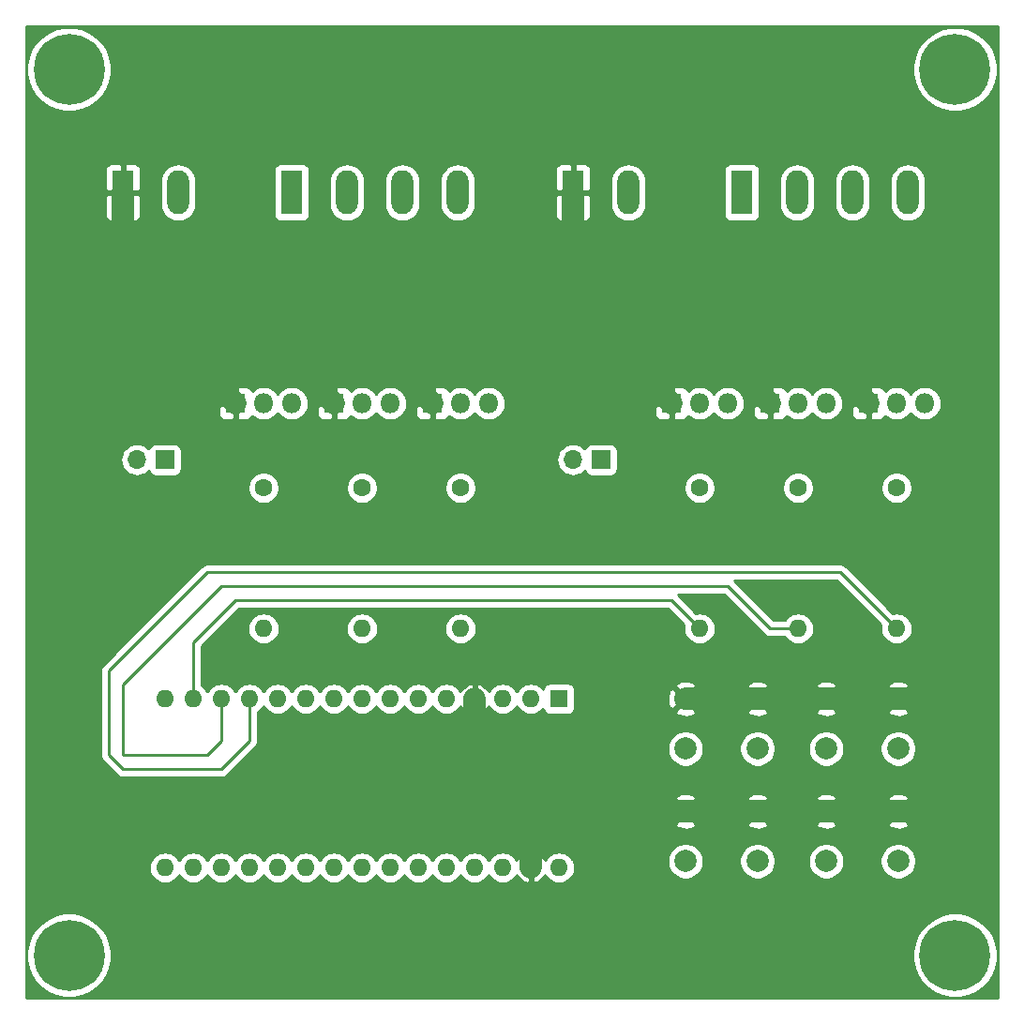
<source format=gbl>
G04 #@! TF.GenerationSoftware,KiCad,Pcbnew,5.1.4*
G04 #@! TF.CreationDate,2019-11-07T18:24:18+01:00*
G04 #@! TF.ProjectId,nano-rgb,6e616e6f-2d72-4676-922e-6b696361645f,rev?*
G04 #@! TF.SameCoordinates,Original*
G04 #@! TF.FileFunction,Copper,L2,Bot*
G04 #@! TF.FilePolarity,Positive*
%FSLAX46Y46*%
G04 Gerber Fmt 4.6, Leading zero omitted, Abs format (unit mm)*
G04 Created by KiCad (PCBNEW 5.1.4) date 2019-11-07 18:24:18*
%MOMM*%
%LPD*%
G04 APERTURE LIST*
%ADD10C,6.400000*%
%ADD11C,2.000000*%
%ADD12C,1.600000*%
%ADD13O,1.600000X1.600000*%
%ADD14R,1.600000X1.600000*%
%ADD15R,1.980000X3.960000*%
%ADD16O,1.980000X3.960000*%
%ADD17R,1.700000X1.700000*%
%ADD18O,1.700000X1.700000*%
%ADD19O,1.800000X1.800000*%
%ADD20R,1.800000X1.800000*%
%ADD21C,0.250000*%
%ADD22C,2.000000*%
%ADD23C,0.254000*%
G04 APERTURE END LIST*
D10*
X145000000Y-145000000D03*
X225000000Y-145000000D03*
X225000000Y-65000000D03*
X145000000Y-65000000D03*
D11*
X200660000Y-126340000D03*
X200660000Y-121840000D03*
X207160000Y-126340000D03*
X207160000Y-121840000D03*
X219860000Y-132000000D03*
X219860000Y-136500000D03*
X213360000Y-132000000D03*
X213360000Y-136500000D03*
D12*
X219710000Y-102790000D03*
D13*
X219710000Y-115490000D03*
D14*
X189230000Y-121840000D03*
D13*
X156210000Y-137080000D03*
X186690000Y-121840000D03*
X158750000Y-137080000D03*
X184150000Y-121840000D03*
X161290000Y-137080000D03*
X181610000Y-121840000D03*
X163830000Y-137080000D03*
X179070000Y-121840000D03*
X166370000Y-137080000D03*
X176530000Y-121840000D03*
X168910000Y-137080000D03*
X173990000Y-121840000D03*
X171450000Y-137080000D03*
X171450000Y-121840000D03*
X173990000Y-137080000D03*
X168910000Y-121840000D03*
X176530000Y-137080000D03*
X166370000Y-121840000D03*
X179070000Y-137080000D03*
X163830000Y-121840000D03*
X181610000Y-137080000D03*
X161290000Y-121840000D03*
X184150000Y-137080000D03*
X158750000Y-121840000D03*
X186690000Y-137080000D03*
X156210000Y-121840000D03*
X189230000Y-137080000D03*
X153670000Y-121840000D03*
X153670000Y-137080000D03*
D15*
X149860000Y-76120000D03*
D16*
X154860000Y-76120000D03*
D15*
X165100000Y-76120000D03*
D16*
X170100000Y-76120000D03*
X180100000Y-76120000D03*
X175100000Y-76120000D03*
X195500000Y-76120000D03*
D15*
X190500000Y-76120000D03*
D16*
X215740000Y-76120000D03*
X220740000Y-76120000D03*
X210740000Y-76120000D03*
D15*
X205740000Y-76120000D03*
D17*
X153670000Y-100250000D03*
D18*
X151130000Y-100250000D03*
X190500000Y-100250000D03*
D17*
X193040000Y-100250000D03*
D13*
X162560000Y-115490000D03*
D12*
X162560000Y-102790000D03*
X171450000Y-102790000D03*
D13*
X171450000Y-115490000D03*
X180340000Y-115490000D03*
D12*
X180340000Y-102790000D03*
X201930000Y-102790000D03*
D13*
X201930000Y-115490000D03*
X210820000Y-115490000D03*
D12*
X210820000Y-102790000D03*
D11*
X219860000Y-121840000D03*
X219860000Y-126340000D03*
X213360000Y-121840000D03*
X213360000Y-126340000D03*
X200660000Y-136500000D03*
X200660000Y-132000000D03*
X207160000Y-136500000D03*
X207160000Y-132000000D03*
D19*
X165100000Y-95170000D03*
X162560000Y-95170000D03*
D20*
X160020000Y-95170000D03*
X168910000Y-95170000D03*
D19*
X171450000Y-95170000D03*
X173990000Y-95170000D03*
D20*
X177800000Y-95170000D03*
D19*
X180340000Y-95170000D03*
X182880000Y-95170000D03*
X204470000Y-95170000D03*
X201930000Y-95170000D03*
D20*
X199390000Y-95170000D03*
X208280000Y-95170000D03*
D19*
X210820000Y-95170000D03*
X213360000Y-95170000D03*
X222250000Y-95170000D03*
X219710000Y-95170000D03*
D20*
X217170000Y-95170000D03*
D21*
X158750000Y-128190000D02*
X161290000Y-125650000D01*
X149860000Y-128190000D02*
X158750000Y-128190000D01*
X214630000Y-110410000D02*
X157480000Y-110410000D01*
X157480000Y-110410000D02*
X148590000Y-119300000D01*
X161290000Y-125650000D02*
X161290000Y-121840000D01*
X148590000Y-126920000D02*
X149860000Y-128190000D01*
X219710000Y-115490000D02*
X214630000Y-110410000D01*
X148590000Y-119300000D02*
X148590000Y-126920000D01*
X210820000Y-115490000D02*
X208280000Y-115490000D01*
X208280000Y-115490000D02*
X204470000Y-111680000D01*
X204470000Y-111680000D02*
X158750000Y-111680000D01*
X158750000Y-111680000D02*
X152400000Y-118030000D01*
X158750000Y-121840000D02*
X158750000Y-125650000D01*
X158750000Y-125650000D02*
X157480000Y-126920000D01*
X157480000Y-126920000D02*
X149860000Y-126920000D01*
X149860000Y-126920000D02*
X149860000Y-120570000D01*
X149860000Y-120570000D02*
X152400000Y-118030000D01*
D22*
X190500000Y-87550000D02*
X190500000Y-76120000D01*
X149860000Y-76120000D02*
X149860000Y-81200000D01*
X149860000Y-81200000D02*
X156210000Y-87550000D01*
X160020000Y-95170000D02*
X158750000Y-93900000D01*
X158750000Y-93900000D02*
X158750000Y-87550000D01*
X156210000Y-87550000D02*
X158750000Y-87550000D01*
X168910000Y-95170000D02*
X167640000Y-93900000D01*
X167640000Y-93900000D02*
X167640000Y-87550000D01*
X158750000Y-87550000D02*
X167640000Y-87550000D01*
X177800000Y-95170000D02*
X176530000Y-93900000D01*
X176530000Y-93900000D02*
X176530000Y-87550000D01*
X167640000Y-87550000D02*
X176530000Y-87550000D01*
X176530000Y-87550000D02*
X190500000Y-87550000D01*
X217170000Y-95170000D02*
X215900000Y-93900000D01*
X215900000Y-93900000D02*
X215900000Y-87550000D01*
X208280000Y-95170000D02*
X207010000Y-93900000D01*
X207010000Y-93900000D02*
X207010000Y-87550000D01*
X207010000Y-87550000D02*
X215900000Y-87550000D01*
X199390000Y-95170000D02*
X198120000Y-93900000D01*
X198120000Y-93900000D02*
X198120000Y-87550000D01*
X190500000Y-87550000D02*
X198120000Y-87550000D01*
X198120000Y-87550000D02*
X207010000Y-87550000D01*
X222250000Y-87550000D02*
X215900000Y-87550000D01*
X226060000Y-118030000D02*
X226060000Y-91360000D01*
X200660000Y-121840000D02*
X222250000Y-121840000D01*
X226060000Y-91360000D02*
X222250000Y-87550000D01*
X222250000Y-121840000D02*
X226060000Y-118030000D01*
X200660000Y-132000000D02*
X223520000Y-132000000D01*
X226060000Y-129460000D02*
X226060000Y-118030000D01*
X223520000Y-132000000D02*
X226060000Y-129460000D01*
X181610000Y-121840000D02*
X181610000Y-126920000D01*
X186690000Y-132000000D02*
X186690000Y-137080000D01*
X181610000Y-126920000D02*
X186690000Y-132000000D01*
X200660000Y-132000000D02*
X186690000Y-132000000D01*
D21*
X199390000Y-112950000D02*
X201930000Y-115490000D01*
X160020000Y-112950000D02*
X199390000Y-112950000D01*
X156210000Y-116760000D02*
X160020000Y-112950000D01*
X156210000Y-121840000D02*
X156210000Y-116760000D01*
D23*
G36*
X228873000Y-61126942D02*
G01*
X228873000Y-148873000D01*
X141126957Y-148873000D01*
X141125509Y-144622285D01*
X141165000Y-144622285D01*
X141165000Y-145377715D01*
X141312377Y-146118628D01*
X141601467Y-146816554D01*
X142021161Y-147444670D01*
X142555330Y-147978839D01*
X143183446Y-148398533D01*
X143881372Y-148687623D01*
X144622285Y-148835000D01*
X145377715Y-148835000D01*
X146118628Y-148687623D01*
X146816554Y-148398533D01*
X147444670Y-147978839D01*
X147978839Y-147444670D01*
X148398533Y-146816554D01*
X148687623Y-146118628D01*
X148835000Y-145377715D01*
X148835000Y-144622285D01*
X221165000Y-144622285D01*
X221165000Y-145377715D01*
X221312377Y-146118628D01*
X221601467Y-146816554D01*
X222021161Y-147444670D01*
X222555330Y-147978839D01*
X223183446Y-148398533D01*
X223881372Y-148687623D01*
X224622285Y-148835000D01*
X225377715Y-148835000D01*
X226118628Y-148687623D01*
X226816554Y-148398533D01*
X227444670Y-147978839D01*
X227978839Y-147444670D01*
X228398533Y-146816554D01*
X228687623Y-146118628D01*
X228835000Y-145377715D01*
X228835000Y-144622285D01*
X228687623Y-143881372D01*
X228398533Y-143183446D01*
X227978839Y-142555330D01*
X227444670Y-142021161D01*
X226816554Y-141601467D01*
X226118628Y-141312377D01*
X225377715Y-141165000D01*
X224622285Y-141165000D01*
X223881372Y-141312377D01*
X223183446Y-141601467D01*
X222555330Y-142021161D01*
X222021161Y-142555330D01*
X221601467Y-143183446D01*
X221312377Y-143881372D01*
X221165000Y-144622285D01*
X148835000Y-144622285D01*
X148687623Y-143881372D01*
X148398533Y-143183446D01*
X147978839Y-142555330D01*
X147444670Y-142021161D01*
X146816554Y-141601467D01*
X146118628Y-141312377D01*
X145377715Y-141165000D01*
X144622285Y-141165000D01*
X143881372Y-141312377D01*
X143183446Y-141601467D01*
X142555330Y-142021161D01*
X142021161Y-142555330D01*
X141601467Y-143183446D01*
X141312377Y-143881372D01*
X141165000Y-144622285D01*
X141125509Y-144622285D01*
X141122940Y-137080000D01*
X152228057Y-137080000D01*
X152255764Y-137361309D01*
X152337818Y-137631808D01*
X152471068Y-137881101D01*
X152650392Y-138099608D01*
X152868899Y-138278932D01*
X153118192Y-138412182D01*
X153388691Y-138494236D01*
X153599508Y-138515000D01*
X153740492Y-138515000D01*
X153951309Y-138494236D01*
X154221808Y-138412182D01*
X154471101Y-138278932D01*
X154689608Y-138099608D01*
X154868932Y-137881101D01*
X154940000Y-137748142D01*
X155011068Y-137881101D01*
X155190392Y-138099608D01*
X155408899Y-138278932D01*
X155658192Y-138412182D01*
X155928691Y-138494236D01*
X156139508Y-138515000D01*
X156280492Y-138515000D01*
X156491309Y-138494236D01*
X156761808Y-138412182D01*
X157011101Y-138278932D01*
X157229608Y-138099608D01*
X157408932Y-137881101D01*
X157480000Y-137748142D01*
X157551068Y-137881101D01*
X157730392Y-138099608D01*
X157948899Y-138278932D01*
X158198192Y-138412182D01*
X158468691Y-138494236D01*
X158679508Y-138515000D01*
X158820492Y-138515000D01*
X159031309Y-138494236D01*
X159301808Y-138412182D01*
X159551101Y-138278932D01*
X159769608Y-138099608D01*
X159948932Y-137881101D01*
X160020000Y-137748142D01*
X160091068Y-137881101D01*
X160270392Y-138099608D01*
X160488899Y-138278932D01*
X160738192Y-138412182D01*
X161008691Y-138494236D01*
X161219508Y-138515000D01*
X161360492Y-138515000D01*
X161571309Y-138494236D01*
X161841808Y-138412182D01*
X162091101Y-138278932D01*
X162309608Y-138099608D01*
X162488932Y-137881101D01*
X162560000Y-137748142D01*
X162631068Y-137881101D01*
X162810392Y-138099608D01*
X163028899Y-138278932D01*
X163278192Y-138412182D01*
X163548691Y-138494236D01*
X163759508Y-138515000D01*
X163900492Y-138515000D01*
X164111309Y-138494236D01*
X164381808Y-138412182D01*
X164631101Y-138278932D01*
X164849608Y-138099608D01*
X165028932Y-137881101D01*
X165100000Y-137748142D01*
X165171068Y-137881101D01*
X165350392Y-138099608D01*
X165568899Y-138278932D01*
X165818192Y-138412182D01*
X166088691Y-138494236D01*
X166299508Y-138515000D01*
X166440492Y-138515000D01*
X166651309Y-138494236D01*
X166921808Y-138412182D01*
X167171101Y-138278932D01*
X167389608Y-138099608D01*
X167568932Y-137881101D01*
X167640000Y-137748142D01*
X167711068Y-137881101D01*
X167890392Y-138099608D01*
X168108899Y-138278932D01*
X168358192Y-138412182D01*
X168628691Y-138494236D01*
X168839508Y-138515000D01*
X168980492Y-138515000D01*
X169191309Y-138494236D01*
X169461808Y-138412182D01*
X169711101Y-138278932D01*
X169929608Y-138099608D01*
X170108932Y-137881101D01*
X170180000Y-137748142D01*
X170251068Y-137881101D01*
X170430392Y-138099608D01*
X170648899Y-138278932D01*
X170898192Y-138412182D01*
X171168691Y-138494236D01*
X171379508Y-138515000D01*
X171520492Y-138515000D01*
X171731309Y-138494236D01*
X172001808Y-138412182D01*
X172251101Y-138278932D01*
X172469608Y-138099608D01*
X172648932Y-137881101D01*
X172720000Y-137748142D01*
X172791068Y-137881101D01*
X172970392Y-138099608D01*
X173188899Y-138278932D01*
X173438192Y-138412182D01*
X173708691Y-138494236D01*
X173919508Y-138515000D01*
X174060492Y-138515000D01*
X174271309Y-138494236D01*
X174541808Y-138412182D01*
X174791101Y-138278932D01*
X175009608Y-138099608D01*
X175188932Y-137881101D01*
X175260000Y-137748142D01*
X175331068Y-137881101D01*
X175510392Y-138099608D01*
X175728899Y-138278932D01*
X175978192Y-138412182D01*
X176248691Y-138494236D01*
X176459508Y-138515000D01*
X176600492Y-138515000D01*
X176811309Y-138494236D01*
X177081808Y-138412182D01*
X177331101Y-138278932D01*
X177549608Y-138099608D01*
X177728932Y-137881101D01*
X177800000Y-137748142D01*
X177871068Y-137881101D01*
X178050392Y-138099608D01*
X178268899Y-138278932D01*
X178518192Y-138412182D01*
X178788691Y-138494236D01*
X178999508Y-138515000D01*
X179140492Y-138515000D01*
X179351309Y-138494236D01*
X179621808Y-138412182D01*
X179871101Y-138278932D01*
X180089608Y-138099608D01*
X180268932Y-137881101D01*
X180340000Y-137748142D01*
X180411068Y-137881101D01*
X180590392Y-138099608D01*
X180808899Y-138278932D01*
X181058192Y-138412182D01*
X181328691Y-138494236D01*
X181539508Y-138515000D01*
X181680492Y-138515000D01*
X181891309Y-138494236D01*
X182161808Y-138412182D01*
X182411101Y-138278932D01*
X182629608Y-138099608D01*
X182808932Y-137881101D01*
X182880000Y-137748142D01*
X182951068Y-137881101D01*
X183130392Y-138099608D01*
X183348899Y-138278932D01*
X183598192Y-138412182D01*
X183868691Y-138494236D01*
X184079508Y-138515000D01*
X184220492Y-138515000D01*
X184431309Y-138494236D01*
X184701808Y-138412182D01*
X184951101Y-138278932D01*
X185169608Y-138099608D01*
X185348932Y-137881101D01*
X185422579Y-137743318D01*
X185537615Y-137935131D01*
X185726586Y-138143519D01*
X185952580Y-138311037D01*
X186206913Y-138431246D01*
X186340961Y-138471904D01*
X186563000Y-138349915D01*
X186563000Y-137207000D01*
X186543000Y-137207000D01*
X186543000Y-136953000D01*
X186563000Y-136953000D01*
X186563000Y-135810085D01*
X186817000Y-135810085D01*
X186817000Y-136953000D01*
X186837000Y-136953000D01*
X186837000Y-137207000D01*
X186817000Y-137207000D01*
X186817000Y-138349915D01*
X187039039Y-138471904D01*
X187173087Y-138431246D01*
X187427420Y-138311037D01*
X187653414Y-138143519D01*
X187842385Y-137935131D01*
X187957421Y-137743318D01*
X188031068Y-137881101D01*
X188210392Y-138099608D01*
X188428899Y-138278932D01*
X188678192Y-138412182D01*
X188948691Y-138494236D01*
X189159508Y-138515000D01*
X189300492Y-138515000D01*
X189511309Y-138494236D01*
X189781808Y-138412182D01*
X190031101Y-138278932D01*
X190249608Y-138099608D01*
X190428932Y-137881101D01*
X190562182Y-137631808D01*
X190644236Y-137361309D01*
X190671943Y-137080000D01*
X190644236Y-136798691D01*
X190562182Y-136528192D01*
X190461040Y-136338967D01*
X199025000Y-136338967D01*
X199025000Y-136661033D01*
X199087832Y-136976912D01*
X199211082Y-137274463D01*
X199390013Y-137542252D01*
X199617748Y-137769987D01*
X199885537Y-137948918D01*
X200183088Y-138072168D01*
X200498967Y-138135000D01*
X200821033Y-138135000D01*
X201136912Y-138072168D01*
X201434463Y-137948918D01*
X201702252Y-137769987D01*
X201929987Y-137542252D01*
X202108918Y-137274463D01*
X202232168Y-136976912D01*
X202295000Y-136661033D01*
X202295000Y-136338967D01*
X205525000Y-136338967D01*
X205525000Y-136661033D01*
X205587832Y-136976912D01*
X205711082Y-137274463D01*
X205890013Y-137542252D01*
X206117748Y-137769987D01*
X206385537Y-137948918D01*
X206683088Y-138072168D01*
X206998967Y-138135000D01*
X207321033Y-138135000D01*
X207636912Y-138072168D01*
X207934463Y-137948918D01*
X208202252Y-137769987D01*
X208429987Y-137542252D01*
X208608918Y-137274463D01*
X208732168Y-136976912D01*
X208795000Y-136661033D01*
X208795000Y-136338967D01*
X211725000Y-136338967D01*
X211725000Y-136661033D01*
X211787832Y-136976912D01*
X211911082Y-137274463D01*
X212090013Y-137542252D01*
X212317748Y-137769987D01*
X212585537Y-137948918D01*
X212883088Y-138072168D01*
X213198967Y-138135000D01*
X213521033Y-138135000D01*
X213836912Y-138072168D01*
X214134463Y-137948918D01*
X214402252Y-137769987D01*
X214629987Y-137542252D01*
X214808918Y-137274463D01*
X214932168Y-136976912D01*
X214995000Y-136661033D01*
X214995000Y-136338967D01*
X218225000Y-136338967D01*
X218225000Y-136661033D01*
X218287832Y-136976912D01*
X218411082Y-137274463D01*
X218590013Y-137542252D01*
X218817748Y-137769987D01*
X219085537Y-137948918D01*
X219383088Y-138072168D01*
X219698967Y-138135000D01*
X220021033Y-138135000D01*
X220336912Y-138072168D01*
X220634463Y-137948918D01*
X220902252Y-137769987D01*
X221129987Y-137542252D01*
X221308918Y-137274463D01*
X221432168Y-136976912D01*
X221495000Y-136661033D01*
X221495000Y-136338967D01*
X221432168Y-136023088D01*
X221308918Y-135725537D01*
X221129987Y-135457748D01*
X220902252Y-135230013D01*
X220634463Y-135051082D01*
X220336912Y-134927832D01*
X220021033Y-134865000D01*
X219698967Y-134865000D01*
X219383088Y-134927832D01*
X219085537Y-135051082D01*
X218817748Y-135230013D01*
X218590013Y-135457748D01*
X218411082Y-135725537D01*
X218287832Y-136023088D01*
X218225000Y-136338967D01*
X214995000Y-136338967D01*
X214932168Y-136023088D01*
X214808918Y-135725537D01*
X214629987Y-135457748D01*
X214402252Y-135230013D01*
X214134463Y-135051082D01*
X213836912Y-134927832D01*
X213521033Y-134865000D01*
X213198967Y-134865000D01*
X212883088Y-134927832D01*
X212585537Y-135051082D01*
X212317748Y-135230013D01*
X212090013Y-135457748D01*
X211911082Y-135725537D01*
X211787832Y-136023088D01*
X211725000Y-136338967D01*
X208795000Y-136338967D01*
X208732168Y-136023088D01*
X208608918Y-135725537D01*
X208429987Y-135457748D01*
X208202252Y-135230013D01*
X207934463Y-135051082D01*
X207636912Y-134927832D01*
X207321033Y-134865000D01*
X206998967Y-134865000D01*
X206683088Y-134927832D01*
X206385537Y-135051082D01*
X206117748Y-135230013D01*
X205890013Y-135457748D01*
X205711082Y-135725537D01*
X205587832Y-136023088D01*
X205525000Y-136338967D01*
X202295000Y-136338967D01*
X202232168Y-136023088D01*
X202108918Y-135725537D01*
X201929987Y-135457748D01*
X201702252Y-135230013D01*
X201434463Y-135051082D01*
X201136912Y-134927832D01*
X200821033Y-134865000D01*
X200498967Y-134865000D01*
X200183088Y-134927832D01*
X199885537Y-135051082D01*
X199617748Y-135230013D01*
X199390013Y-135457748D01*
X199211082Y-135725537D01*
X199087832Y-136023088D01*
X199025000Y-136338967D01*
X190461040Y-136338967D01*
X190428932Y-136278899D01*
X190249608Y-136060392D01*
X190031101Y-135881068D01*
X189781808Y-135747818D01*
X189511309Y-135665764D01*
X189300492Y-135645000D01*
X189159508Y-135645000D01*
X188948691Y-135665764D01*
X188678192Y-135747818D01*
X188428899Y-135881068D01*
X188210392Y-136060392D01*
X188031068Y-136278899D01*
X187957421Y-136416682D01*
X187842385Y-136224869D01*
X187653414Y-136016481D01*
X187427420Y-135848963D01*
X187173087Y-135728754D01*
X187039039Y-135688096D01*
X186817000Y-135810085D01*
X186563000Y-135810085D01*
X186340961Y-135688096D01*
X186206913Y-135728754D01*
X185952580Y-135848963D01*
X185726586Y-136016481D01*
X185537615Y-136224869D01*
X185422579Y-136416682D01*
X185348932Y-136278899D01*
X185169608Y-136060392D01*
X184951101Y-135881068D01*
X184701808Y-135747818D01*
X184431309Y-135665764D01*
X184220492Y-135645000D01*
X184079508Y-135645000D01*
X183868691Y-135665764D01*
X183598192Y-135747818D01*
X183348899Y-135881068D01*
X183130392Y-136060392D01*
X182951068Y-136278899D01*
X182880000Y-136411858D01*
X182808932Y-136278899D01*
X182629608Y-136060392D01*
X182411101Y-135881068D01*
X182161808Y-135747818D01*
X181891309Y-135665764D01*
X181680492Y-135645000D01*
X181539508Y-135645000D01*
X181328691Y-135665764D01*
X181058192Y-135747818D01*
X180808899Y-135881068D01*
X180590392Y-136060392D01*
X180411068Y-136278899D01*
X180340000Y-136411858D01*
X180268932Y-136278899D01*
X180089608Y-136060392D01*
X179871101Y-135881068D01*
X179621808Y-135747818D01*
X179351309Y-135665764D01*
X179140492Y-135645000D01*
X178999508Y-135645000D01*
X178788691Y-135665764D01*
X178518192Y-135747818D01*
X178268899Y-135881068D01*
X178050392Y-136060392D01*
X177871068Y-136278899D01*
X177800000Y-136411858D01*
X177728932Y-136278899D01*
X177549608Y-136060392D01*
X177331101Y-135881068D01*
X177081808Y-135747818D01*
X176811309Y-135665764D01*
X176600492Y-135645000D01*
X176459508Y-135645000D01*
X176248691Y-135665764D01*
X175978192Y-135747818D01*
X175728899Y-135881068D01*
X175510392Y-136060392D01*
X175331068Y-136278899D01*
X175260000Y-136411858D01*
X175188932Y-136278899D01*
X175009608Y-136060392D01*
X174791101Y-135881068D01*
X174541808Y-135747818D01*
X174271309Y-135665764D01*
X174060492Y-135645000D01*
X173919508Y-135645000D01*
X173708691Y-135665764D01*
X173438192Y-135747818D01*
X173188899Y-135881068D01*
X172970392Y-136060392D01*
X172791068Y-136278899D01*
X172720000Y-136411858D01*
X172648932Y-136278899D01*
X172469608Y-136060392D01*
X172251101Y-135881068D01*
X172001808Y-135747818D01*
X171731309Y-135665764D01*
X171520492Y-135645000D01*
X171379508Y-135645000D01*
X171168691Y-135665764D01*
X170898192Y-135747818D01*
X170648899Y-135881068D01*
X170430392Y-136060392D01*
X170251068Y-136278899D01*
X170180000Y-136411858D01*
X170108932Y-136278899D01*
X169929608Y-136060392D01*
X169711101Y-135881068D01*
X169461808Y-135747818D01*
X169191309Y-135665764D01*
X168980492Y-135645000D01*
X168839508Y-135645000D01*
X168628691Y-135665764D01*
X168358192Y-135747818D01*
X168108899Y-135881068D01*
X167890392Y-136060392D01*
X167711068Y-136278899D01*
X167640000Y-136411858D01*
X167568932Y-136278899D01*
X167389608Y-136060392D01*
X167171101Y-135881068D01*
X166921808Y-135747818D01*
X166651309Y-135665764D01*
X166440492Y-135645000D01*
X166299508Y-135645000D01*
X166088691Y-135665764D01*
X165818192Y-135747818D01*
X165568899Y-135881068D01*
X165350392Y-136060392D01*
X165171068Y-136278899D01*
X165100000Y-136411858D01*
X165028932Y-136278899D01*
X164849608Y-136060392D01*
X164631101Y-135881068D01*
X164381808Y-135747818D01*
X164111309Y-135665764D01*
X163900492Y-135645000D01*
X163759508Y-135645000D01*
X163548691Y-135665764D01*
X163278192Y-135747818D01*
X163028899Y-135881068D01*
X162810392Y-136060392D01*
X162631068Y-136278899D01*
X162560000Y-136411858D01*
X162488932Y-136278899D01*
X162309608Y-136060392D01*
X162091101Y-135881068D01*
X161841808Y-135747818D01*
X161571309Y-135665764D01*
X161360492Y-135645000D01*
X161219508Y-135645000D01*
X161008691Y-135665764D01*
X160738192Y-135747818D01*
X160488899Y-135881068D01*
X160270392Y-136060392D01*
X160091068Y-136278899D01*
X160020000Y-136411858D01*
X159948932Y-136278899D01*
X159769608Y-136060392D01*
X159551101Y-135881068D01*
X159301808Y-135747818D01*
X159031309Y-135665764D01*
X158820492Y-135645000D01*
X158679508Y-135645000D01*
X158468691Y-135665764D01*
X158198192Y-135747818D01*
X157948899Y-135881068D01*
X157730392Y-136060392D01*
X157551068Y-136278899D01*
X157480000Y-136411858D01*
X157408932Y-136278899D01*
X157229608Y-136060392D01*
X157011101Y-135881068D01*
X156761808Y-135747818D01*
X156491309Y-135665764D01*
X156280492Y-135645000D01*
X156139508Y-135645000D01*
X155928691Y-135665764D01*
X155658192Y-135747818D01*
X155408899Y-135881068D01*
X155190392Y-136060392D01*
X155011068Y-136278899D01*
X154940000Y-136411858D01*
X154868932Y-136278899D01*
X154689608Y-136060392D01*
X154471101Y-135881068D01*
X154221808Y-135747818D01*
X153951309Y-135665764D01*
X153740492Y-135645000D01*
X153599508Y-135645000D01*
X153388691Y-135665764D01*
X153118192Y-135747818D01*
X152868899Y-135881068D01*
X152650392Y-136060392D01*
X152471068Y-136278899D01*
X152337818Y-136528192D01*
X152255764Y-136798691D01*
X152228057Y-137080000D01*
X141122940Y-137080000D01*
X141121597Y-133135413D01*
X199704192Y-133135413D01*
X199799956Y-133399814D01*
X200089571Y-133540704D01*
X200401108Y-133622384D01*
X200722595Y-133641718D01*
X201041675Y-133597961D01*
X201346088Y-133492795D01*
X201520044Y-133399814D01*
X201615808Y-133135413D01*
X206204192Y-133135413D01*
X206299956Y-133399814D01*
X206589571Y-133540704D01*
X206901108Y-133622384D01*
X207222595Y-133641718D01*
X207541675Y-133597961D01*
X207846088Y-133492795D01*
X208020044Y-133399814D01*
X208115808Y-133135413D01*
X212404192Y-133135413D01*
X212499956Y-133399814D01*
X212789571Y-133540704D01*
X213101108Y-133622384D01*
X213422595Y-133641718D01*
X213741675Y-133597961D01*
X214046088Y-133492795D01*
X214220044Y-133399814D01*
X214315808Y-133135413D01*
X218904192Y-133135413D01*
X218999956Y-133399814D01*
X219289571Y-133540704D01*
X219601108Y-133622384D01*
X219922595Y-133641718D01*
X220241675Y-133597961D01*
X220546088Y-133492795D01*
X220720044Y-133399814D01*
X220815808Y-133135413D01*
X219860000Y-132179605D01*
X218904192Y-133135413D01*
X214315808Y-133135413D01*
X213360000Y-132179605D01*
X212404192Y-133135413D01*
X208115808Y-133135413D01*
X207160000Y-132179605D01*
X206204192Y-133135413D01*
X201615808Y-133135413D01*
X200660000Y-132179605D01*
X199704192Y-133135413D01*
X141121597Y-133135413D01*
X141121231Y-132062595D01*
X199018282Y-132062595D01*
X199062039Y-132381675D01*
X199167205Y-132686088D01*
X199260186Y-132860044D01*
X199524587Y-132955808D01*
X200480395Y-132000000D01*
X200839605Y-132000000D01*
X201795413Y-132955808D01*
X202059814Y-132860044D01*
X202200704Y-132570429D01*
X202282384Y-132258892D01*
X202294189Y-132062595D01*
X205518282Y-132062595D01*
X205562039Y-132381675D01*
X205667205Y-132686088D01*
X205760186Y-132860044D01*
X206024587Y-132955808D01*
X206980395Y-132000000D01*
X207339605Y-132000000D01*
X208295413Y-132955808D01*
X208559814Y-132860044D01*
X208700704Y-132570429D01*
X208782384Y-132258892D01*
X208794189Y-132062595D01*
X211718282Y-132062595D01*
X211762039Y-132381675D01*
X211867205Y-132686088D01*
X211960186Y-132860044D01*
X212224587Y-132955808D01*
X213180395Y-132000000D01*
X213539605Y-132000000D01*
X214495413Y-132955808D01*
X214759814Y-132860044D01*
X214900704Y-132570429D01*
X214982384Y-132258892D01*
X214994189Y-132062595D01*
X218218282Y-132062595D01*
X218262039Y-132381675D01*
X218367205Y-132686088D01*
X218460186Y-132860044D01*
X218724587Y-132955808D01*
X219680395Y-132000000D01*
X220039605Y-132000000D01*
X220995413Y-132955808D01*
X221259814Y-132860044D01*
X221400704Y-132570429D01*
X221482384Y-132258892D01*
X221501718Y-131937405D01*
X221457961Y-131618325D01*
X221352795Y-131313912D01*
X221259814Y-131139956D01*
X220995413Y-131044192D01*
X220039605Y-132000000D01*
X219680395Y-132000000D01*
X218724587Y-131044192D01*
X218460186Y-131139956D01*
X218319296Y-131429571D01*
X218237616Y-131741108D01*
X218218282Y-132062595D01*
X214994189Y-132062595D01*
X215001718Y-131937405D01*
X214957961Y-131618325D01*
X214852795Y-131313912D01*
X214759814Y-131139956D01*
X214495413Y-131044192D01*
X213539605Y-132000000D01*
X213180395Y-132000000D01*
X212224587Y-131044192D01*
X211960186Y-131139956D01*
X211819296Y-131429571D01*
X211737616Y-131741108D01*
X211718282Y-132062595D01*
X208794189Y-132062595D01*
X208801718Y-131937405D01*
X208757961Y-131618325D01*
X208652795Y-131313912D01*
X208559814Y-131139956D01*
X208295413Y-131044192D01*
X207339605Y-132000000D01*
X206980395Y-132000000D01*
X206024587Y-131044192D01*
X205760186Y-131139956D01*
X205619296Y-131429571D01*
X205537616Y-131741108D01*
X205518282Y-132062595D01*
X202294189Y-132062595D01*
X202301718Y-131937405D01*
X202257961Y-131618325D01*
X202152795Y-131313912D01*
X202059814Y-131139956D01*
X201795413Y-131044192D01*
X200839605Y-132000000D01*
X200480395Y-132000000D01*
X199524587Y-131044192D01*
X199260186Y-131139956D01*
X199119296Y-131429571D01*
X199037616Y-131741108D01*
X199018282Y-132062595D01*
X141121231Y-132062595D01*
X141120823Y-130864587D01*
X199704192Y-130864587D01*
X200660000Y-131820395D01*
X201615808Y-130864587D01*
X206204192Y-130864587D01*
X207160000Y-131820395D01*
X208115808Y-130864587D01*
X212404192Y-130864587D01*
X213360000Y-131820395D01*
X214315808Y-130864587D01*
X218904192Y-130864587D01*
X219860000Y-131820395D01*
X220815808Y-130864587D01*
X220720044Y-130600186D01*
X220430429Y-130459296D01*
X220118892Y-130377616D01*
X219797405Y-130358282D01*
X219478325Y-130402039D01*
X219173912Y-130507205D01*
X218999956Y-130600186D01*
X218904192Y-130864587D01*
X214315808Y-130864587D01*
X214220044Y-130600186D01*
X213930429Y-130459296D01*
X213618892Y-130377616D01*
X213297405Y-130358282D01*
X212978325Y-130402039D01*
X212673912Y-130507205D01*
X212499956Y-130600186D01*
X212404192Y-130864587D01*
X208115808Y-130864587D01*
X208020044Y-130600186D01*
X207730429Y-130459296D01*
X207418892Y-130377616D01*
X207097405Y-130358282D01*
X206778325Y-130402039D01*
X206473912Y-130507205D01*
X206299956Y-130600186D01*
X206204192Y-130864587D01*
X201615808Y-130864587D01*
X201520044Y-130600186D01*
X201230429Y-130459296D01*
X200918892Y-130377616D01*
X200597405Y-130358282D01*
X200278325Y-130402039D01*
X199973912Y-130507205D01*
X199799956Y-130600186D01*
X199704192Y-130864587D01*
X141120823Y-130864587D01*
X141116881Y-119300000D01*
X147826324Y-119300000D01*
X147830000Y-119337322D01*
X147830001Y-126882668D01*
X147826324Y-126920000D01*
X147840998Y-127068985D01*
X147884454Y-127212246D01*
X147955026Y-127344276D01*
X148025379Y-127430000D01*
X148050000Y-127460001D01*
X148078998Y-127483799D01*
X149296201Y-128701003D01*
X149319999Y-128730001D01*
X149435724Y-128824974D01*
X149567753Y-128895546D01*
X149711014Y-128939003D01*
X149822667Y-128950000D01*
X149822676Y-128950000D01*
X149859999Y-128953676D01*
X149897322Y-128950000D01*
X158712678Y-128950000D01*
X158750000Y-128953676D01*
X158787322Y-128950000D01*
X158787333Y-128950000D01*
X158898986Y-128939003D01*
X159042247Y-128895546D01*
X159174276Y-128824974D01*
X159290001Y-128730001D01*
X159313804Y-128700997D01*
X161801009Y-126213794D01*
X161830001Y-126190001D01*
X161839056Y-126178967D01*
X199025000Y-126178967D01*
X199025000Y-126501033D01*
X199087832Y-126816912D01*
X199211082Y-127114463D01*
X199390013Y-127382252D01*
X199617748Y-127609987D01*
X199885537Y-127788918D01*
X200183088Y-127912168D01*
X200498967Y-127975000D01*
X200821033Y-127975000D01*
X201136912Y-127912168D01*
X201434463Y-127788918D01*
X201702252Y-127609987D01*
X201929987Y-127382252D01*
X202108918Y-127114463D01*
X202232168Y-126816912D01*
X202295000Y-126501033D01*
X202295000Y-126178967D01*
X205525000Y-126178967D01*
X205525000Y-126501033D01*
X205587832Y-126816912D01*
X205711082Y-127114463D01*
X205890013Y-127382252D01*
X206117748Y-127609987D01*
X206385537Y-127788918D01*
X206683088Y-127912168D01*
X206998967Y-127975000D01*
X207321033Y-127975000D01*
X207636912Y-127912168D01*
X207934463Y-127788918D01*
X208202252Y-127609987D01*
X208429987Y-127382252D01*
X208608918Y-127114463D01*
X208732168Y-126816912D01*
X208795000Y-126501033D01*
X208795000Y-126178967D01*
X211725000Y-126178967D01*
X211725000Y-126501033D01*
X211787832Y-126816912D01*
X211911082Y-127114463D01*
X212090013Y-127382252D01*
X212317748Y-127609987D01*
X212585537Y-127788918D01*
X212883088Y-127912168D01*
X213198967Y-127975000D01*
X213521033Y-127975000D01*
X213836912Y-127912168D01*
X214134463Y-127788918D01*
X214402252Y-127609987D01*
X214629987Y-127382252D01*
X214808918Y-127114463D01*
X214932168Y-126816912D01*
X214995000Y-126501033D01*
X214995000Y-126178967D01*
X218225000Y-126178967D01*
X218225000Y-126501033D01*
X218287832Y-126816912D01*
X218411082Y-127114463D01*
X218590013Y-127382252D01*
X218817748Y-127609987D01*
X219085537Y-127788918D01*
X219383088Y-127912168D01*
X219698967Y-127975000D01*
X220021033Y-127975000D01*
X220336912Y-127912168D01*
X220634463Y-127788918D01*
X220902252Y-127609987D01*
X221129987Y-127382252D01*
X221308918Y-127114463D01*
X221432168Y-126816912D01*
X221495000Y-126501033D01*
X221495000Y-126178967D01*
X221432168Y-125863088D01*
X221308918Y-125565537D01*
X221129987Y-125297748D01*
X220902252Y-125070013D01*
X220634463Y-124891082D01*
X220336912Y-124767832D01*
X220021033Y-124705000D01*
X219698967Y-124705000D01*
X219383088Y-124767832D01*
X219085537Y-124891082D01*
X218817748Y-125070013D01*
X218590013Y-125297748D01*
X218411082Y-125565537D01*
X218287832Y-125863088D01*
X218225000Y-126178967D01*
X214995000Y-126178967D01*
X214932168Y-125863088D01*
X214808918Y-125565537D01*
X214629987Y-125297748D01*
X214402252Y-125070013D01*
X214134463Y-124891082D01*
X213836912Y-124767832D01*
X213521033Y-124705000D01*
X213198967Y-124705000D01*
X212883088Y-124767832D01*
X212585537Y-124891082D01*
X212317748Y-125070013D01*
X212090013Y-125297748D01*
X211911082Y-125565537D01*
X211787832Y-125863088D01*
X211725000Y-126178967D01*
X208795000Y-126178967D01*
X208732168Y-125863088D01*
X208608918Y-125565537D01*
X208429987Y-125297748D01*
X208202252Y-125070013D01*
X207934463Y-124891082D01*
X207636912Y-124767832D01*
X207321033Y-124705000D01*
X206998967Y-124705000D01*
X206683088Y-124767832D01*
X206385537Y-124891082D01*
X206117748Y-125070013D01*
X205890013Y-125297748D01*
X205711082Y-125565537D01*
X205587832Y-125863088D01*
X205525000Y-126178967D01*
X202295000Y-126178967D01*
X202232168Y-125863088D01*
X202108918Y-125565537D01*
X201929987Y-125297748D01*
X201702252Y-125070013D01*
X201434463Y-124891082D01*
X201136912Y-124767832D01*
X200821033Y-124705000D01*
X200498967Y-124705000D01*
X200183088Y-124767832D01*
X199885537Y-124891082D01*
X199617748Y-125070013D01*
X199390013Y-125297748D01*
X199211082Y-125565537D01*
X199087832Y-125863088D01*
X199025000Y-126178967D01*
X161839056Y-126178967D01*
X161853795Y-126161008D01*
X161853799Y-126161004D01*
X161924973Y-126074277D01*
X161924974Y-126074276D01*
X161995546Y-125942247D01*
X162039003Y-125798986D01*
X162050000Y-125687333D01*
X162050000Y-125687324D01*
X162053676Y-125650001D01*
X162050000Y-125612678D01*
X162050000Y-123060901D01*
X162091101Y-123038932D01*
X162309608Y-122859608D01*
X162488932Y-122641101D01*
X162560000Y-122508142D01*
X162631068Y-122641101D01*
X162810392Y-122859608D01*
X163028899Y-123038932D01*
X163278192Y-123172182D01*
X163548691Y-123254236D01*
X163759508Y-123275000D01*
X163900492Y-123275000D01*
X164111309Y-123254236D01*
X164381808Y-123172182D01*
X164631101Y-123038932D01*
X164849608Y-122859608D01*
X165028932Y-122641101D01*
X165100000Y-122508142D01*
X165171068Y-122641101D01*
X165350392Y-122859608D01*
X165568899Y-123038932D01*
X165818192Y-123172182D01*
X166088691Y-123254236D01*
X166299508Y-123275000D01*
X166440492Y-123275000D01*
X166651309Y-123254236D01*
X166921808Y-123172182D01*
X167171101Y-123038932D01*
X167389608Y-122859608D01*
X167568932Y-122641101D01*
X167640000Y-122508142D01*
X167711068Y-122641101D01*
X167890392Y-122859608D01*
X168108899Y-123038932D01*
X168358192Y-123172182D01*
X168628691Y-123254236D01*
X168839508Y-123275000D01*
X168980492Y-123275000D01*
X169191309Y-123254236D01*
X169461808Y-123172182D01*
X169711101Y-123038932D01*
X169929608Y-122859608D01*
X170108932Y-122641101D01*
X170180000Y-122508142D01*
X170251068Y-122641101D01*
X170430392Y-122859608D01*
X170648899Y-123038932D01*
X170898192Y-123172182D01*
X171168691Y-123254236D01*
X171379508Y-123275000D01*
X171520492Y-123275000D01*
X171731309Y-123254236D01*
X172001808Y-123172182D01*
X172251101Y-123038932D01*
X172469608Y-122859608D01*
X172648932Y-122641101D01*
X172720000Y-122508142D01*
X172791068Y-122641101D01*
X172970392Y-122859608D01*
X173188899Y-123038932D01*
X173438192Y-123172182D01*
X173708691Y-123254236D01*
X173919508Y-123275000D01*
X174060492Y-123275000D01*
X174271309Y-123254236D01*
X174541808Y-123172182D01*
X174791101Y-123038932D01*
X175009608Y-122859608D01*
X175188932Y-122641101D01*
X175260000Y-122508142D01*
X175331068Y-122641101D01*
X175510392Y-122859608D01*
X175728899Y-123038932D01*
X175978192Y-123172182D01*
X176248691Y-123254236D01*
X176459508Y-123275000D01*
X176600492Y-123275000D01*
X176811309Y-123254236D01*
X177081808Y-123172182D01*
X177331101Y-123038932D01*
X177549608Y-122859608D01*
X177728932Y-122641101D01*
X177800000Y-122508142D01*
X177871068Y-122641101D01*
X178050392Y-122859608D01*
X178268899Y-123038932D01*
X178518192Y-123172182D01*
X178788691Y-123254236D01*
X178999508Y-123275000D01*
X179140492Y-123275000D01*
X179351309Y-123254236D01*
X179621808Y-123172182D01*
X179871101Y-123038932D01*
X180089608Y-122859608D01*
X180268932Y-122641101D01*
X180342579Y-122503318D01*
X180457615Y-122695131D01*
X180646586Y-122903519D01*
X180872580Y-123071037D01*
X181126913Y-123191246D01*
X181260961Y-123231904D01*
X181483000Y-123109915D01*
X181483000Y-121967000D01*
X181463000Y-121967000D01*
X181463000Y-121713000D01*
X181483000Y-121713000D01*
X181483000Y-120570085D01*
X181737000Y-120570085D01*
X181737000Y-121713000D01*
X181757000Y-121713000D01*
X181757000Y-121967000D01*
X181737000Y-121967000D01*
X181737000Y-123109915D01*
X181959039Y-123231904D01*
X182093087Y-123191246D01*
X182347420Y-123071037D01*
X182573414Y-122903519D01*
X182762385Y-122695131D01*
X182877421Y-122503318D01*
X182951068Y-122641101D01*
X183130392Y-122859608D01*
X183348899Y-123038932D01*
X183598192Y-123172182D01*
X183868691Y-123254236D01*
X184079508Y-123275000D01*
X184220492Y-123275000D01*
X184431309Y-123254236D01*
X184701808Y-123172182D01*
X184951101Y-123038932D01*
X185169608Y-122859608D01*
X185348932Y-122641101D01*
X185420000Y-122508142D01*
X185491068Y-122641101D01*
X185670392Y-122859608D01*
X185888899Y-123038932D01*
X186138192Y-123172182D01*
X186408691Y-123254236D01*
X186619508Y-123275000D01*
X186760492Y-123275000D01*
X186971309Y-123254236D01*
X187241808Y-123172182D01*
X187491101Y-123038932D01*
X187709608Y-122859608D01*
X187802419Y-122746518D01*
X187804188Y-122764482D01*
X187840498Y-122884180D01*
X187899463Y-122994494D01*
X187978815Y-123091185D01*
X188075506Y-123170537D01*
X188185820Y-123229502D01*
X188305518Y-123265812D01*
X188430000Y-123278072D01*
X190030000Y-123278072D01*
X190154482Y-123265812D01*
X190274180Y-123229502D01*
X190384494Y-123170537D01*
X190481185Y-123091185D01*
X190560537Y-122994494D01*
X190570736Y-122975413D01*
X199704192Y-122975413D01*
X199799956Y-123239814D01*
X200089571Y-123380704D01*
X200401108Y-123462384D01*
X200722595Y-123481718D01*
X201041675Y-123437961D01*
X201346088Y-123332795D01*
X201520044Y-123239814D01*
X201615808Y-122975413D01*
X206204192Y-122975413D01*
X206299956Y-123239814D01*
X206589571Y-123380704D01*
X206901108Y-123462384D01*
X207222595Y-123481718D01*
X207541675Y-123437961D01*
X207846088Y-123332795D01*
X208020044Y-123239814D01*
X208115808Y-122975413D01*
X212404192Y-122975413D01*
X212499956Y-123239814D01*
X212789571Y-123380704D01*
X213101108Y-123462384D01*
X213422595Y-123481718D01*
X213741675Y-123437961D01*
X214046088Y-123332795D01*
X214220044Y-123239814D01*
X214315808Y-122975413D01*
X218904192Y-122975413D01*
X218999956Y-123239814D01*
X219289571Y-123380704D01*
X219601108Y-123462384D01*
X219922595Y-123481718D01*
X220241675Y-123437961D01*
X220546088Y-123332795D01*
X220720044Y-123239814D01*
X220815808Y-122975413D01*
X219860000Y-122019605D01*
X218904192Y-122975413D01*
X214315808Y-122975413D01*
X213360000Y-122019605D01*
X212404192Y-122975413D01*
X208115808Y-122975413D01*
X207160000Y-122019605D01*
X206204192Y-122975413D01*
X201615808Y-122975413D01*
X200660000Y-122019605D01*
X199704192Y-122975413D01*
X190570736Y-122975413D01*
X190619502Y-122884180D01*
X190655812Y-122764482D01*
X190668072Y-122640000D01*
X190668072Y-121902595D01*
X199018282Y-121902595D01*
X199062039Y-122221675D01*
X199167205Y-122526088D01*
X199260186Y-122700044D01*
X199524587Y-122795808D01*
X200480395Y-121840000D01*
X200839605Y-121840000D01*
X201795413Y-122795808D01*
X202059814Y-122700044D01*
X202200704Y-122410429D01*
X202282384Y-122098892D01*
X202294189Y-121902595D01*
X205518282Y-121902595D01*
X205562039Y-122221675D01*
X205667205Y-122526088D01*
X205760186Y-122700044D01*
X206024587Y-122795808D01*
X206980395Y-121840000D01*
X207339605Y-121840000D01*
X208295413Y-122795808D01*
X208559814Y-122700044D01*
X208700704Y-122410429D01*
X208782384Y-122098892D01*
X208794189Y-121902595D01*
X211718282Y-121902595D01*
X211762039Y-122221675D01*
X211867205Y-122526088D01*
X211960186Y-122700044D01*
X212224587Y-122795808D01*
X213180395Y-121840000D01*
X213539605Y-121840000D01*
X214495413Y-122795808D01*
X214759814Y-122700044D01*
X214900704Y-122410429D01*
X214982384Y-122098892D01*
X214994189Y-121902595D01*
X218218282Y-121902595D01*
X218262039Y-122221675D01*
X218367205Y-122526088D01*
X218460186Y-122700044D01*
X218724587Y-122795808D01*
X219680395Y-121840000D01*
X220039605Y-121840000D01*
X220995413Y-122795808D01*
X221259814Y-122700044D01*
X221400704Y-122410429D01*
X221482384Y-122098892D01*
X221501718Y-121777405D01*
X221457961Y-121458325D01*
X221352795Y-121153912D01*
X221259814Y-120979956D01*
X220995413Y-120884192D01*
X220039605Y-121840000D01*
X219680395Y-121840000D01*
X218724587Y-120884192D01*
X218460186Y-120979956D01*
X218319296Y-121269571D01*
X218237616Y-121581108D01*
X218218282Y-121902595D01*
X214994189Y-121902595D01*
X215001718Y-121777405D01*
X214957961Y-121458325D01*
X214852795Y-121153912D01*
X214759814Y-120979956D01*
X214495413Y-120884192D01*
X213539605Y-121840000D01*
X213180395Y-121840000D01*
X212224587Y-120884192D01*
X211960186Y-120979956D01*
X211819296Y-121269571D01*
X211737616Y-121581108D01*
X211718282Y-121902595D01*
X208794189Y-121902595D01*
X208801718Y-121777405D01*
X208757961Y-121458325D01*
X208652795Y-121153912D01*
X208559814Y-120979956D01*
X208295413Y-120884192D01*
X207339605Y-121840000D01*
X206980395Y-121840000D01*
X206024587Y-120884192D01*
X205760186Y-120979956D01*
X205619296Y-121269571D01*
X205537616Y-121581108D01*
X205518282Y-121902595D01*
X202294189Y-121902595D01*
X202301718Y-121777405D01*
X202257961Y-121458325D01*
X202152795Y-121153912D01*
X202059814Y-120979956D01*
X201795413Y-120884192D01*
X200839605Y-121840000D01*
X200480395Y-121840000D01*
X199524587Y-120884192D01*
X199260186Y-120979956D01*
X199119296Y-121269571D01*
X199037616Y-121581108D01*
X199018282Y-121902595D01*
X190668072Y-121902595D01*
X190668072Y-121040000D01*
X190655812Y-120915518D01*
X190619502Y-120795820D01*
X190570737Y-120704587D01*
X199704192Y-120704587D01*
X200660000Y-121660395D01*
X201615808Y-120704587D01*
X206204192Y-120704587D01*
X207160000Y-121660395D01*
X208115808Y-120704587D01*
X212404192Y-120704587D01*
X213360000Y-121660395D01*
X214315808Y-120704587D01*
X218904192Y-120704587D01*
X219860000Y-121660395D01*
X220815808Y-120704587D01*
X220720044Y-120440186D01*
X220430429Y-120299296D01*
X220118892Y-120217616D01*
X219797405Y-120198282D01*
X219478325Y-120242039D01*
X219173912Y-120347205D01*
X218999956Y-120440186D01*
X218904192Y-120704587D01*
X214315808Y-120704587D01*
X214220044Y-120440186D01*
X213930429Y-120299296D01*
X213618892Y-120217616D01*
X213297405Y-120198282D01*
X212978325Y-120242039D01*
X212673912Y-120347205D01*
X212499956Y-120440186D01*
X212404192Y-120704587D01*
X208115808Y-120704587D01*
X208020044Y-120440186D01*
X207730429Y-120299296D01*
X207418892Y-120217616D01*
X207097405Y-120198282D01*
X206778325Y-120242039D01*
X206473912Y-120347205D01*
X206299956Y-120440186D01*
X206204192Y-120704587D01*
X201615808Y-120704587D01*
X201520044Y-120440186D01*
X201230429Y-120299296D01*
X200918892Y-120217616D01*
X200597405Y-120198282D01*
X200278325Y-120242039D01*
X199973912Y-120347205D01*
X199799956Y-120440186D01*
X199704192Y-120704587D01*
X190570737Y-120704587D01*
X190560537Y-120685506D01*
X190481185Y-120588815D01*
X190384494Y-120509463D01*
X190274180Y-120450498D01*
X190154482Y-120414188D01*
X190030000Y-120401928D01*
X188430000Y-120401928D01*
X188305518Y-120414188D01*
X188185820Y-120450498D01*
X188075506Y-120509463D01*
X187978815Y-120588815D01*
X187899463Y-120685506D01*
X187840498Y-120795820D01*
X187804188Y-120915518D01*
X187802419Y-120933482D01*
X187709608Y-120820392D01*
X187491101Y-120641068D01*
X187241808Y-120507818D01*
X186971309Y-120425764D01*
X186760492Y-120405000D01*
X186619508Y-120405000D01*
X186408691Y-120425764D01*
X186138192Y-120507818D01*
X185888899Y-120641068D01*
X185670392Y-120820392D01*
X185491068Y-121038899D01*
X185420000Y-121171858D01*
X185348932Y-121038899D01*
X185169608Y-120820392D01*
X184951101Y-120641068D01*
X184701808Y-120507818D01*
X184431309Y-120425764D01*
X184220492Y-120405000D01*
X184079508Y-120405000D01*
X183868691Y-120425764D01*
X183598192Y-120507818D01*
X183348899Y-120641068D01*
X183130392Y-120820392D01*
X182951068Y-121038899D01*
X182877421Y-121176682D01*
X182762385Y-120984869D01*
X182573414Y-120776481D01*
X182347420Y-120608963D01*
X182093087Y-120488754D01*
X181959039Y-120448096D01*
X181737000Y-120570085D01*
X181483000Y-120570085D01*
X181260961Y-120448096D01*
X181126913Y-120488754D01*
X180872580Y-120608963D01*
X180646586Y-120776481D01*
X180457615Y-120984869D01*
X180342579Y-121176682D01*
X180268932Y-121038899D01*
X180089608Y-120820392D01*
X179871101Y-120641068D01*
X179621808Y-120507818D01*
X179351309Y-120425764D01*
X179140492Y-120405000D01*
X178999508Y-120405000D01*
X178788691Y-120425764D01*
X178518192Y-120507818D01*
X178268899Y-120641068D01*
X178050392Y-120820392D01*
X177871068Y-121038899D01*
X177800000Y-121171858D01*
X177728932Y-121038899D01*
X177549608Y-120820392D01*
X177331101Y-120641068D01*
X177081808Y-120507818D01*
X176811309Y-120425764D01*
X176600492Y-120405000D01*
X176459508Y-120405000D01*
X176248691Y-120425764D01*
X175978192Y-120507818D01*
X175728899Y-120641068D01*
X175510392Y-120820392D01*
X175331068Y-121038899D01*
X175260000Y-121171858D01*
X175188932Y-121038899D01*
X175009608Y-120820392D01*
X174791101Y-120641068D01*
X174541808Y-120507818D01*
X174271309Y-120425764D01*
X174060492Y-120405000D01*
X173919508Y-120405000D01*
X173708691Y-120425764D01*
X173438192Y-120507818D01*
X173188899Y-120641068D01*
X172970392Y-120820392D01*
X172791068Y-121038899D01*
X172720000Y-121171858D01*
X172648932Y-121038899D01*
X172469608Y-120820392D01*
X172251101Y-120641068D01*
X172001808Y-120507818D01*
X171731309Y-120425764D01*
X171520492Y-120405000D01*
X171379508Y-120405000D01*
X171168691Y-120425764D01*
X170898192Y-120507818D01*
X170648899Y-120641068D01*
X170430392Y-120820392D01*
X170251068Y-121038899D01*
X170180000Y-121171858D01*
X170108932Y-121038899D01*
X169929608Y-120820392D01*
X169711101Y-120641068D01*
X169461808Y-120507818D01*
X169191309Y-120425764D01*
X168980492Y-120405000D01*
X168839508Y-120405000D01*
X168628691Y-120425764D01*
X168358192Y-120507818D01*
X168108899Y-120641068D01*
X167890392Y-120820392D01*
X167711068Y-121038899D01*
X167640000Y-121171858D01*
X167568932Y-121038899D01*
X167389608Y-120820392D01*
X167171101Y-120641068D01*
X166921808Y-120507818D01*
X166651309Y-120425764D01*
X166440492Y-120405000D01*
X166299508Y-120405000D01*
X166088691Y-120425764D01*
X165818192Y-120507818D01*
X165568899Y-120641068D01*
X165350392Y-120820392D01*
X165171068Y-121038899D01*
X165100000Y-121171858D01*
X165028932Y-121038899D01*
X164849608Y-120820392D01*
X164631101Y-120641068D01*
X164381808Y-120507818D01*
X164111309Y-120425764D01*
X163900492Y-120405000D01*
X163759508Y-120405000D01*
X163548691Y-120425764D01*
X163278192Y-120507818D01*
X163028899Y-120641068D01*
X162810392Y-120820392D01*
X162631068Y-121038899D01*
X162560000Y-121171858D01*
X162488932Y-121038899D01*
X162309608Y-120820392D01*
X162091101Y-120641068D01*
X161841808Y-120507818D01*
X161571309Y-120425764D01*
X161360492Y-120405000D01*
X161219508Y-120405000D01*
X161008691Y-120425764D01*
X160738192Y-120507818D01*
X160488899Y-120641068D01*
X160270392Y-120820392D01*
X160091068Y-121038899D01*
X160020000Y-121171858D01*
X159948932Y-121038899D01*
X159769608Y-120820392D01*
X159551101Y-120641068D01*
X159301808Y-120507818D01*
X159031309Y-120425764D01*
X158820492Y-120405000D01*
X158679508Y-120405000D01*
X158468691Y-120425764D01*
X158198192Y-120507818D01*
X157948899Y-120641068D01*
X157730392Y-120820392D01*
X157551068Y-121038899D01*
X157480000Y-121171858D01*
X157408932Y-121038899D01*
X157229608Y-120820392D01*
X157011101Y-120641068D01*
X156970000Y-120619099D01*
X156970000Y-117074801D01*
X158554801Y-115490000D01*
X161118057Y-115490000D01*
X161145764Y-115771309D01*
X161227818Y-116041808D01*
X161361068Y-116291101D01*
X161540392Y-116509608D01*
X161758899Y-116688932D01*
X162008192Y-116822182D01*
X162278691Y-116904236D01*
X162489508Y-116925000D01*
X162630492Y-116925000D01*
X162841309Y-116904236D01*
X163111808Y-116822182D01*
X163361101Y-116688932D01*
X163579608Y-116509608D01*
X163758932Y-116291101D01*
X163892182Y-116041808D01*
X163974236Y-115771309D01*
X164001943Y-115490000D01*
X170008057Y-115490000D01*
X170035764Y-115771309D01*
X170117818Y-116041808D01*
X170251068Y-116291101D01*
X170430392Y-116509608D01*
X170648899Y-116688932D01*
X170898192Y-116822182D01*
X171168691Y-116904236D01*
X171379508Y-116925000D01*
X171520492Y-116925000D01*
X171731309Y-116904236D01*
X172001808Y-116822182D01*
X172251101Y-116688932D01*
X172469608Y-116509608D01*
X172648932Y-116291101D01*
X172782182Y-116041808D01*
X172864236Y-115771309D01*
X172891943Y-115490000D01*
X178898057Y-115490000D01*
X178925764Y-115771309D01*
X179007818Y-116041808D01*
X179141068Y-116291101D01*
X179320392Y-116509608D01*
X179538899Y-116688932D01*
X179788192Y-116822182D01*
X180058691Y-116904236D01*
X180269508Y-116925000D01*
X180410492Y-116925000D01*
X180621309Y-116904236D01*
X180891808Y-116822182D01*
X181141101Y-116688932D01*
X181359608Y-116509608D01*
X181538932Y-116291101D01*
X181672182Y-116041808D01*
X181754236Y-115771309D01*
X181781943Y-115490000D01*
X181754236Y-115208691D01*
X181672182Y-114938192D01*
X181538932Y-114688899D01*
X181359608Y-114470392D01*
X181141101Y-114291068D01*
X180891808Y-114157818D01*
X180621309Y-114075764D01*
X180410492Y-114055000D01*
X180269508Y-114055000D01*
X180058691Y-114075764D01*
X179788192Y-114157818D01*
X179538899Y-114291068D01*
X179320392Y-114470392D01*
X179141068Y-114688899D01*
X179007818Y-114938192D01*
X178925764Y-115208691D01*
X178898057Y-115490000D01*
X172891943Y-115490000D01*
X172864236Y-115208691D01*
X172782182Y-114938192D01*
X172648932Y-114688899D01*
X172469608Y-114470392D01*
X172251101Y-114291068D01*
X172001808Y-114157818D01*
X171731309Y-114075764D01*
X171520492Y-114055000D01*
X171379508Y-114055000D01*
X171168691Y-114075764D01*
X170898192Y-114157818D01*
X170648899Y-114291068D01*
X170430392Y-114470392D01*
X170251068Y-114688899D01*
X170117818Y-114938192D01*
X170035764Y-115208691D01*
X170008057Y-115490000D01*
X164001943Y-115490000D01*
X163974236Y-115208691D01*
X163892182Y-114938192D01*
X163758932Y-114688899D01*
X163579608Y-114470392D01*
X163361101Y-114291068D01*
X163111808Y-114157818D01*
X162841309Y-114075764D01*
X162630492Y-114055000D01*
X162489508Y-114055000D01*
X162278691Y-114075764D01*
X162008192Y-114157818D01*
X161758899Y-114291068D01*
X161540392Y-114470392D01*
X161361068Y-114688899D01*
X161227818Y-114938192D01*
X161145764Y-115208691D01*
X161118057Y-115490000D01*
X158554801Y-115490000D01*
X160334802Y-113710000D01*
X199075199Y-113710000D01*
X200529292Y-115164094D01*
X200515764Y-115208691D01*
X200488057Y-115490000D01*
X200515764Y-115771309D01*
X200597818Y-116041808D01*
X200731068Y-116291101D01*
X200910392Y-116509608D01*
X201128899Y-116688932D01*
X201378192Y-116822182D01*
X201648691Y-116904236D01*
X201859508Y-116925000D01*
X202000492Y-116925000D01*
X202211309Y-116904236D01*
X202481808Y-116822182D01*
X202731101Y-116688932D01*
X202949608Y-116509608D01*
X203128932Y-116291101D01*
X203262182Y-116041808D01*
X203344236Y-115771309D01*
X203371943Y-115490000D01*
X203344236Y-115208691D01*
X203262182Y-114938192D01*
X203128932Y-114688899D01*
X202949608Y-114470392D01*
X202731101Y-114291068D01*
X202481808Y-114157818D01*
X202211309Y-114075764D01*
X202000492Y-114055000D01*
X201859508Y-114055000D01*
X201648691Y-114075764D01*
X201604094Y-114089292D01*
X199954801Y-112440000D01*
X204155199Y-112440000D01*
X207716201Y-116001003D01*
X207739999Y-116030001D01*
X207855724Y-116124974D01*
X207987753Y-116195546D01*
X208131014Y-116239003D01*
X208242667Y-116250000D01*
X208242675Y-116250000D01*
X208280000Y-116253676D01*
X208317325Y-116250000D01*
X209599099Y-116250000D01*
X209621068Y-116291101D01*
X209800392Y-116509608D01*
X210018899Y-116688932D01*
X210268192Y-116822182D01*
X210538691Y-116904236D01*
X210749508Y-116925000D01*
X210890492Y-116925000D01*
X211101309Y-116904236D01*
X211371808Y-116822182D01*
X211621101Y-116688932D01*
X211839608Y-116509608D01*
X212018932Y-116291101D01*
X212152182Y-116041808D01*
X212234236Y-115771309D01*
X212261943Y-115490000D01*
X212234236Y-115208691D01*
X212152182Y-114938192D01*
X212018932Y-114688899D01*
X211839608Y-114470392D01*
X211621101Y-114291068D01*
X211371808Y-114157818D01*
X211101309Y-114075764D01*
X210890492Y-114055000D01*
X210749508Y-114055000D01*
X210538691Y-114075764D01*
X210268192Y-114157818D01*
X210018899Y-114291068D01*
X209800392Y-114470392D01*
X209621068Y-114688899D01*
X209599099Y-114730000D01*
X208594802Y-114730000D01*
X205034801Y-111170000D01*
X214315199Y-111170000D01*
X218309292Y-115164094D01*
X218295764Y-115208691D01*
X218268057Y-115490000D01*
X218295764Y-115771309D01*
X218377818Y-116041808D01*
X218511068Y-116291101D01*
X218690392Y-116509608D01*
X218908899Y-116688932D01*
X219158192Y-116822182D01*
X219428691Y-116904236D01*
X219639508Y-116925000D01*
X219780492Y-116925000D01*
X219991309Y-116904236D01*
X220261808Y-116822182D01*
X220511101Y-116688932D01*
X220729608Y-116509608D01*
X220908932Y-116291101D01*
X221042182Y-116041808D01*
X221124236Y-115771309D01*
X221151943Y-115490000D01*
X221124236Y-115208691D01*
X221042182Y-114938192D01*
X220908932Y-114688899D01*
X220729608Y-114470392D01*
X220511101Y-114291068D01*
X220261808Y-114157818D01*
X219991309Y-114075764D01*
X219780492Y-114055000D01*
X219639508Y-114055000D01*
X219428691Y-114075764D01*
X219384094Y-114089292D01*
X215193804Y-109899003D01*
X215170001Y-109869999D01*
X215054276Y-109775026D01*
X214922247Y-109704454D01*
X214778986Y-109660997D01*
X214667333Y-109650000D01*
X214667322Y-109650000D01*
X214630000Y-109646324D01*
X214592678Y-109650000D01*
X157517333Y-109650000D01*
X157480000Y-109646323D01*
X157442667Y-109650000D01*
X157331014Y-109660997D01*
X157187753Y-109704454D01*
X157055724Y-109775026D01*
X156939999Y-109869999D01*
X156916201Y-109898997D01*
X148079003Y-118736196D01*
X148049999Y-118759999D01*
X147994871Y-118827174D01*
X147955026Y-118875724D01*
X147884455Y-119007753D01*
X147884454Y-119007754D01*
X147840997Y-119151015D01*
X147830000Y-119262668D01*
X147830000Y-119262678D01*
X147826324Y-119300000D01*
X141116881Y-119300000D01*
X141111208Y-102648665D01*
X161125000Y-102648665D01*
X161125000Y-102931335D01*
X161180147Y-103208574D01*
X161288320Y-103469727D01*
X161445363Y-103704759D01*
X161645241Y-103904637D01*
X161880273Y-104061680D01*
X162141426Y-104169853D01*
X162418665Y-104225000D01*
X162701335Y-104225000D01*
X162978574Y-104169853D01*
X163239727Y-104061680D01*
X163474759Y-103904637D01*
X163674637Y-103704759D01*
X163831680Y-103469727D01*
X163939853Y-103208574D01*
X163995000Y-102931335D01*
X163995000Y-102648665D01*
X170015000Y-102648665D01*
X170015000Y-102931335D01*
X170070147Y-103208574D01*
X170178320Y-103469727D01*
X170335363Y-103704759D01*
X170535241Y-103904637D01*
X170770273Y-104061680D01*
X171031426Y-104169853D01*
X171308665Y-104225000D01*
X171591335Y-104225000D01*
X171868574Y-104169853D01*
X172129727Y-104061680D01*
X172364759Y-103904637D01*
X172564637Y-103704759D01*
X172721680Y-103469727D01*
X172829853Y-103208574D01*
X172885000Y-102931335D01*
X172885000Y-102648665D01*
X178905000Y-102648665D01*
X178905000Y-102931335D01*
X178960147Y-103208574D01*
X179068320Y-103469727D01*
X179225363Y-103704759D01*
X179425241Y-103904637D01*
X179660273Y-104061680D01*
X179921426Y-104169853D01*
X180198665Y-104225000D01*
X180481335Y-104225000D01*
X180758574Y-104169853D01*
X181019727Y-104061680D01*
X181254759Y-103904637D01*
X181454637Y-103704759D01*
X181611680Y-103469727D01*
X181719853Y-103208574D01*
X181775000Y-102931335D01*
X181775000Y-102648665D01*
X200495000Y-102648665D01*
X200495000Y-102931335D01*
X200550147Y-103208574D01*
X200658320Y-103469727D01*
X200815363Y-103704759D01*
X201015241Y-103904637D01*
X201250273Y-104061680D01*
X201511426Y-104169853D01*
X201788665Y-104225000D01*
X202071335Y-104225000D01*
X202348574Y-104169853D01*
X202609727Y-104061680D01*
X202844759Y-103904637D01*
X203044637Y-103704759D01*
X203201680Y-103469727D01*
X203309853Y-103208574D01*
X203365000Y-102931335D01*
X203365000Y-102648665D01*
X209385000Y-102648665D01*
X209385000Y-102931335D01*
X209440147Y-103208574D01*
X209548320Y-103469727D01*
X209705363Y-103704759D01*
X209905241Y-103904637D01*
X210140273Y-104061680D01*
X210401426Y-104169853D01*
X210678665Y-104225000D01*
X210961335Y-104225000D01*
X211238574Y-104169853D01*
X211499727Y-104061680D01*
X211734759Y-103904637D01*
X211934637Y-103704759D01*
X212091680Y-103469727D01*
X212199853Y-103208574D01*
X212255000Y-102931335D01*
X212255000Y-102648665D01*
X218275000Y-102648665D01*
X218275000Y-102931335D01*
X218330147Y-103208574D01*
X218438320Y-103469727D01*
X218595363Y-103704759D01*
X218795241Y-103904637D01*
X219030273Y-104061680D01*
X219291426Y-104169853D01*
X219568665Y-104225000D01*
X219851335Y-104225000D01*
X220128574Y-104169853D01*
X220389727Y-104061680D01*
X220624759Y-103904637D01*
X220824637Y-103704759D01*
X220981680Y-103469727D01*
X221089853Y-103208574D01*
X221145000Y-102931335D01*
X221145000Y-102648665D01*
X221089853Y-102371426D01*
X220981680Y-102110273D01*
X220824637Y-101875241D01*
X220624759Y-101675363D01*
X220389727Y-101518320D01*
X220128574Y-101410147D01*
X219851335Y-101355000D01*
X219568665Y-101355000D01*
X219291426Y-101410147D01*
X219030273Y-101518320D01*
X218795241Y-101675363D01*
X218595363Y-101875241D01*
X218438320Y-102110273D01*
X218330147Y-102371426D01*
X218275000Y-102648665D01*
X212255000Y-102648665D01*
X212199853Y-102371426D01*
X212091680Y-102110273D01*
X211934637Y-101875241D01*
X211734759Y-101675363D01*
X211499727Y-101518320D01*
X211238574Y-101410147D01*
X210961335Y-101355000D01*
X210678665Y-101355000D01*
X210401426Y-101410147D01*
X210140273Y-101518320D01*
X209905241Y-101675363D01*
X209705363Y-101875241D01*
X209548320Y-102110273D01*
X209440147Y-102371426D01*
X209385000Y-102648665D01*
X203365000Y-102648665D01*
X203309853Y-102371426D01*
X203201680Y-102110273D01*
X203044637Y-101875241D01*
X202844759Y-101675363D01*
X202609727Y-101518320D01*
X202348574Y-101410147D01*
X202071335Y-101355000D01*
X201788665Y-101355000D01*
X201511426Y-101410147D01*
X201250273Y-101518320D01*
X201015241Y-101675363D01*
X200815363Y-101875241D01*
X200658320Y-102110273D01*
X200550147Y-102371426D01*
X200495000Y-102648665D01*
X181775000Y-102648665D01*
X181719853Y-102371426D01*
X181611680Y-102110273D01*
X181454637Y-101875241D01*
X181254759Y-101675363D01*
X181019727Y-101518320D01*
X180758574Y-101410147D01*
X180481335Y-101355000D01*
X180198665Y-101355000D01*
X179921426Y-101410147D01*
X179660273Y-101518320D01*
X179425241Y-101675363D01*
X179225363Y-101875241D01*
X179068320Y-102110273D01*
X178960147Y-102371426D01*
X178905000Y-102648665D01*
X172885000Y-102648665D01*
X172829853Y-102371426D01*
X172721680Y-102110273D01*
X172564637Y-101875241D01*
X172364759Y-101675363D01*
X172129727Y-101518320D01*
X171868574Y-101410147D01*
X171591335Y-101355000D01*
X171308665Y-101355000D01*
X171031426Y-101410147D01*
X170770273Y-101518320D01*
X170535241Y-101675363D01*
X170335363Y-101875241D01*
X170178320Y-102110273D01*
X170070147Y-102371426D01*
X170015000Y-102648665D01*
X163995000Y-102648665D01*
X163939853Y-102371426D01*
X163831680Y-102110273D01*
X163674637Y-101875241D01*
X163474759Y-101675363D01*
X163239727Y-101518320D01*
X162978574Y-101410147D01*
X162701335Y-101355000D01*
X162418665Y-101355000D01*
X162141426Y-101410147D01*
X161880273Y-101518320D01*
X161645241Y-101675363D01*
X161445363Y-101875241D01*
X161288320Y-102110273D01*
X161180147Y-102371426D01*
X161125000Y-102648665D01*
X141111208Y-102648665D01*
X141110390Y-100250000D01*
X149637815Y-100250000D01*
X149666487Y-100541111D01*
X149751401Y-100821034D01*
X149889294Y-101079014D01*
X150074866Y-101305134D01*
X150300986Y-101490706D01*
X150558966Y-101628599D01*
X150838889Y-101713513D01*
X151057050Y-101735000D01*
X151202950Y-101735000D01*
X151421111Y-101713513D01*
X151701034Y-101628599D01*
X151959014Y-101490706D01*
X152185134Y-101305134D01*
X152209607Y-101275313D01*
X152230498Y-101344180D01*
X152289463Y-101454494D01*
X152368815Y-101551185D01*
X152465506Y-101630537D01*
X152575820Y-101689502D01*
X152695518Y-101725812D01*
X152820000Y-101738072D01*
X154520000Y-101738072D01*
X154644482Y-101725812D01*
X154764180Y-101689502D01*
X154874494Y-101630537D01*
X154971185Y-101551185D01*
X155050537Y-101454494D01*
X155109502Y-101344180D01*
X155145812Y-101224482D01*
X155158072Y-101100000D01*
X155158072Y-100250000D01*
X189007815Y-100250000D01*
X189036487Y-100541111D01*
X189121401Y-100821034D01*
X189259294Y-101079014D01*
X189444866Y-101305134D01*
X189670986Y-101490706D01*
X189928966Y-101628599D01*
X190208889Y-101713513D01*
X190427050Y-101735000D01*
X190572950Y-101735000D01*
X190791111Y-101713513D01*
X191071034Y-101628599D01*
X191329014Y-101490706D01*
X191555134Y-101305134D01*
X191579607Y-101275313D01*
X191600498Y-101344180D01*
X191659463Y-101454494D01*
X191738815Y-101551185D01*
X191835506Y-101630537D01*
X191945820Y-101689502D01*
X192065518Y-101725812D01*
X192190000Y-101738072D01*
X193890000Y-101738072D01*
X194014482Y-101725812D01*
X194134180Y-101689502D01*
X194244494Y-101630537D01*
X194341185Y-101551185D01*
X194420537Y-101454494D01*
X194479502Y-101344180D01*
X194515812Y-101224482D01*
X194528072Y-101100000D01*
X194528072Y-99400000D01*
X194515812Y-99275518D01*
X194479502Y-99155820D01*
X194420537Y-99045506D01*
X194341185Y-98948815D01*
X194244494Y-98869463D01*
X194134180Y-98810498D01*
X194014482Y-98774188D01*
X193890000Y-98761928D01*
X192190000Y-98761928D01*
X192065518Y-98774188D01*
X191945820Y-98810498D01*
X191835506Y-98869463D01*
X191738815Y-98948815D01*
X191659463Y-99045506D01*
X191600498Y-99155820D01*
X191579607Y-99224687D01*
X191555134Y-99194866D01*
X191329014Y-99009294D01*
X191071034Y-98871401D01*
X190791111Y-98786487D01*
X190572950Y-98765000D01*
X190427050Y-98765000D01*
X190208889Y-98786487D01*
X189928966Y-98871401D01*
X189670986Y-99009294D01*
X189444866Y-99194866D01*
X189259294Y-99420986D01*
X189121401Y-99678966D01*
X189036487Y-99958889D01*
X189007815Y-100250000D01*
X155158072Y-100250000D01*
X155158072Y-99400000D01*
X155145812Y-99275518D01*
X155109502Y-99155820D01*
X155050537Y-99045506D01*
X154971185Y-98948815D01*
X154874494Y-98869463D01*
X154764180Y-98810498D01*
X154644482Y-98774188D01*
X154520000Y-98761928D01*
X152820000Y-98761928D01*
X152695518Y-98774188D01*
X152575820Y-98810498D01*
X152465506Y-98869463D01*
X152368815Y-98948815D01*
X152289463Y-99045506D01*
X152230498Y-99155820D01*
X152209607Y-99224687D01*
X152185134Y-99194866D01*
X151959014Y-99009294D01*
X151701034Y-98871401D01*
X151421111Y-98786487D01*
X151202950Y-98765000D01*
X151057050Y-98765000D01*
X150838889Y-98786487D01*
X150558966Y-98871401D01*
X150300986Y-99009294D01*
X150074866Y-99194866D01*
X149889294Y-99420986D01*
X149751401Y-99678966D01*
X149666487Y-99958889D01*
X149637815Y-100250000D01*
X141110390Y-100250000D01*
X141108966Y-96070000D01*
X158481928Y-96070000D01*
X158494188Y-96194482D01*
X158530498Y-96314180D01*
X158589463Y-96424494D01*
X158668815Y-96521185D01*
X158765506Y-96600537D01*
X158875820Y-96659502D01*
X158995518Y-96695812D01*
X159120000Y-96708072D01*
X159734250Y-96705000D01*
X159893000Y-96546250D01*
X159893000Y-95297000D01*
X158643750Y-95297000D01*
X158485000Y-95455750D01*
X158481928Y-96070000D01*
X141108966Y-96070000D01*
X141108353Y-94270000D01*
X158481928Y-94270000D01*
X158485000Y-94884250D01*
X158643750Y-95043000D01*
X159893000Y-95043000D01*
X159893000Y-93793750D01*
X160147000Y-93793750D01*
X160147000Y-95043000D01*
X160167000Y-95043000D01*
X160167000Y-95297000D01*
X160147000Y-95297000D01*
X160147000Y-96546250D01*
X160305750Y-96705000D01*
X160920000Y-96708072D01*
X161044482Y-96695812D01*
X161164180Y-96659502D01*
X161274494Y-96600537D01*
X161371185Y-96521185D01*
X161450537Y-96424494D01*
X161509502Y-96314180D01*
X161514495Y-96297720D01*
X161703073Y-96452481D01*
X161969739Y-96595017D01*
X162259087Y-96682790D01*
X162484592Y-96705000D01*
X162635408Y-96705000D01*
X162860913Y-96682790D01*
X163150261Y-96595017D01*
X163416927Y-96452481D01*
X163650661Y-96260661D01*
X163830000Y-96042135D01*
X164009339Y-96260661D01*
X164243073Y-96452481D01*
X164509739Y-96595017D01*
X164799087Y-96682790D01*
X165024592Y-96705000D01*
X165175408Y-96705000D01*
X165400913Y-96682790D01*
X165690261Y-96595017D01*
X165956927Y-96452481D01*
X166190661Y-96260661D01*
X166347132Y-96070000D01*
X167371928Y-96070000D01*
X167384188Y-96194482D01*
X167420498Y-96314180D01*
X167479463Y-96424494D01*
X167558815Y-96521185D01*
X167655506Y-96600537D01*
X167765820Y-96659502D01*
X167885518Y-96695812D01*
X168010000Y-96708072D01*
X168624250Y-96705000D01*
X168783000Y-96546250D01*
X168783000Y-95297000D01*
X167533750Y-95297000D01*
X167375000Y-95455750D01*
X167371928Y-96070000D01*
X166347132Y-96070000D01*
X166382481Y-96026927D01*
X166525017Y-95760261D01*
X166612790Y-95470913D01*
X166642427Y-95170000D01*
X166612790Y-94869087D01*
X166525017Y-94579739D01*
X166382481Y-94313073D01*
X166347133Y-94270000D01*
X167371928Y-94270000D01*
X167375000Y-94884250D01*
X167533750Y-95043000D01*
X168783000Y-95043000D01*
X168783000Y-93793750D01*
X169037000Y-93793750D01*
X169037000Y-95043000D01*
X169057000Y-95043000D01*
X169057000Y-95297000D01*
X169037000Y-95297000D01*
X169037000Y-96546250D01*
X169195750Y-96705000D01*
X169810000Y-96708072D01*
X169934482Y-96695812D01*
X170054180Y-96659502D01*
X170164494Y-96600537D01*
X170261185Y-96521185D01*
X170340537Y-96424494D01*
X170399502Y-96314180D01*
X170404495Y-96297720D01*
X170593073Y-96452481D01*
X170859739Y-96595017D01*
X171149087Y-96682790D01*
X171374592Y-96705000D01*
X171525408Y-96705000D01*
X171750913Y-96682790D01*
X172040261Y-96595017D01*
X172306927Y-96452481D01*
X172540661Y-96260661D01*
X172720000Y-96042135D01*
X172899339Y-96260661D01*
X173133073Y-96452481D01*
X173399739Y-96595017D01*
X173689087Y-96682790D01*
X173914592Y-96705000D01*
X174065408Y-96705000D01*
X174290913Y-96682790D01*
X174580261Y-96595017D01*
X174846927Y-96452481D01*
X175080661Y-96260661D01*
X175237132Y-96070000D01*
X176261928Y-96070000D01*
X176274188Y-96194482D01*
X176310498Y-96314180D01*
X176369463Y-96424494D01*
X176448815Y-96521185D01*
X176545506Y-96600537D01*
X176655820Y-96659502D01*
X176775518Y-96695812D01*
X176900000Y-96708072D01*
X177514250Y-96705000D01*
X177673000Y-96546250D01*
X177673000Y-95297000D01*
X176423750Y-95297000D01*
X176265000Y-95455750D01*
X176261928Y-96070000D01*
X175237132Y-96070000D01*
X175272481Y-96026927D01*
X175415017Y-95760261D01*
X175502790Y-95470913D01*
X175532427Y-95170000D01*
X175502790Y-94869087D01*
X175415017Y-94579739D01*
X175272481Y-94313073D01*
X175237133Y-94270000D01*
X176261928Y-94270000D01*
X176265000Y-94884250D01*
X176423750Y-95043000D01*
X177673000Y-95043000D01*
X177673000Y-93793750D01*
X177927000Y-93793750D01*
X177927000Y-95043000D01*
X177947000Y-95043000D01*
X177947000Y-95297000D01*
X177927000Y-95297000D01*
X177927000Y-96546250D01*
X178085750Y-96705000D01*
X178700000Y-96708072D01*
X178824482Y-96695812D01*
X178944180Y-96659502D01*
X179054494Y-96600537D01*
X179151185Y-96521185D01*
X179230537Y-96424494D01*
X179289502Y-96314180D01*
X179294495Y-96297720D01*
X179483073Y-96452481D01*
X179749739Y-96595017D01*
X180039087Y-96682790D01*
X180264592Y-96705000D01*
X180415408Y-96705000D01*
X180640913Y-96682790D01*
X180930261Y-96595017D01*
X181196927Y-96452481D01*
X181430661Y-96260661D01*
X181610000Y-96042135D01*
X181789339Y-96260661D01*
X182023073Y-96452481D01*
X182289739Y-96595017D01*
X182579087Y-96682790D01*
X182804592Y-96705000D01*
X182955408Y-96705000D01*
X183180913Y-96682790D01*
X183470261Y-96595017D01*
X183736927Y-96452481D01*
X183970661Y-96260661D01*
X184127132Y-96070000D01*
X197851928Y-96070000D01*
X197864188Y-96194482D01*
X197900498Y-96314180D01*
X197959463Y-96424494D01*
X198038815Y-96521185D01*
X198135506Y-96600537D01*
X198245820Y-96659502D01*
X198365518Y-96695812D01*
X198490000Y-96708072D01*
X199104250Y-96705000D01*
X199263000Y-96546250D01*
X199263000Y-95297000D01*
X198013750Y-95297000D01*
X197855000Y-95455750D01*
X197851928Y-96070000D01*
X184127132Y-96070000D01*
X184162481Y-96026927D01*
X184305017Y-95760261D01*
X184392790Y-95470913D01*
X184422427Y-95170000D01*
X184392790Y-94869087D01*
X184305017Y-94579739D01*
X184162481Y-94313073D01*
X184127133Y-94270000D01*
X197851928Y-94270000D01*
X197855000Y-94884250D01*
X198013750Y-95043000D01*
X199263000Y-95043000D01*
X199263000Y-93793750D01*
X199517000Y-93793750D01*
X199517000Y-95043000D01*
X199537000Y-95043000D01*
X199537000Y-95297000D01*
X199517000Y-95297000D01*
X199517000Y-96546250D01*
X199675750Y-96705000D01*
X200290000Y-96708072D01*
X200414482Y-96695812D01*
X200534180Y-96659502D01*
X200644494Y-96600537D01*
X200741185Y-96521185D01*
X200820537Y-96424494D01*
X200879502Y-96314180D01*
X200884495Y-96297720D01*
X201073073Y-96452481D01*
X201339739Y-96595017D01*
X201629087Y-96682790D01*
X201854592Y-96705000D01*
X202005408Y-96705000D01*
X202230913Y-96682790D01*
X202520261Y-96595017D01*
X202786927Y-96452481D01*
X203020661Y-96260661D01*
X203200000Y-96042135D01*
X203379339Y-96260661D01*
X203613073Y-96452481D01*
X203879739Y-96595017D01*
X204169087Y-96682790D01*
X204394592Y-96705000D01*
X204545408Y-96705000D01*
X204770913Y-96682790D01*
X205060261Y-96595017D01*
X205326927Y-96452481D01*
X205560661Y-96260661D01*
X205717132Y-96070000D01*
X206741928Y-96070000D01*
X206754188Y-96194482D01*
X206790498Y-96314180D01*
X206849463Y-96424494D01*
X206928815Y-96521185D01*
X207025506Y-96600537D01*
X207135820Y-96659502D01*
X207255518Y-96695812D01*
X207380000Y-96708072D01*
X207994250Y-96705000D01*
X208153000Y-96546250D01*
X208153000Y-95297000D01*
X206903750Y-95297000D01*
X206745000Y-95455750D01*
X206741928Y-96070000D01*
X205717132Y-96070000D01*
X205752481Y-96026927D01*
X205895017Y-95760261D01*
X205982790Y-95470913D01*
X206012427Y-95170000D01*
X205982790Y-94869087D01*
X205895017Y-94579739D01*
X205752481Y-94313073D01*
X205717133Y-94270000D01*
X206741928Y-94270000D01*
X206745000Y-94884250D01*
X206903750Y-95043000D01*
X208153000Y-95043000D01*
X208153000Y-93793750D01*
X208407000Y-93793750D01*
X208407000Y-95043000D01*
X208427000Y-95043000D01*
X208427000Y-95297000D01*
X208407000Y-95297000D01*
X208407000Y-96546250D01*
X208565750Y-96705000D01*
X209180000Y-96708072D01*
X209304482Y-96695812D01*
X209424180Y-96659502D01*
X209534494Y-96600537D01*
X209631185Y-96521185D01*
X209710537Y-96424494D01*
X209769502Y-96314180D01*
X209774495Y-96297720D01*
X209963073Y-96452481D01*
X210229739Y-96595017D01*
X210519087Y-96682790D01*
X210744592Y-96705000D01*
X210895408Y-96705000D01*
X211120913Y-96682790D01*
X211410261Y-96595017D01*
X211676927Y-96452481D01*
X211910661Y-96260661D01*
X212090000Y-96042135D01*
X212269339Y-96260661D01*
X212503073Y-96452481D01*
X212769739Y-96595017D01*
X213059087Y-96682790D01*
X213284592Y-96705000D01*
X213435408Y-96705000D01*
X213660913Y-96682790D01*
X213950261Y-96595017D01*
X214216927Y-96452481D01*
X214450661Y-96260661D01*
X214607132Y-96070000D01*
X215631928Y-96070000D01*
X215644188Y-96194482D01*
X215680498Y-96314180D01*
X215739463Y-96424494D01*
X215818815Y-96521185D01*
X215915506Y-96600537D01*
X216025820Y-96659502D01*
X216145518Y-96695812D01*
X216270000Y-96708072D01*
X216884250Y-96705000D01*
X217043000Y-96546250D01*
X217043000Y-95297000D01*
X215793750Y-95297000D01*
X215635000Y-95455750D01*
X215631928Y-96070000D01*
X214607132Y-96070000D01*
X214642481Y-96026927D01*
X214785017Y-95760261D01*
X214872790Y-95470913D01*
X214902427Y-95170000D01*
X214872790Y-94869087D01*
X214785017Y-94579739D01*
X214642481Y-94313073D01*
X214607133Y-94270000D01*
X215631928Y-94270000D01*
X215635000Y-94884250D01*
X215793750Y-95043000D01*
X217043000Y-95043000D01*
X217043000Y-93793750D01*
X217297000Y-93793750D01*
X217297000Y-95043000D01*
X217317000Y-95043000D01*
X217317000Y-95297000D01*
X217297000Y-95297000D01*
X217297000Y-96546250D01*
X217455750Y-96705000D01*
X218070000Y-96708072D01*
X218194482Y-96695812D01*
X218314180Y-96659502D01*
X218424494Y-96600537D01*
X218521185Y-96521185D01*
X218600537Y-96424494D01*
X218659502Y-96314180D01*
X218664495Y-96297720D01*
X218853073Y-96452481D01*
X219119739Y-96595017D01*
X219409087Y-96682790D01*
X219634592Y-96705000D01*
X219785408Y-96705000D01*
X220010913Y-96682790D01*
X220300261Y-96595017D01*
X220566927Y-96452481D01*
X220800661Y-96260661D01*
X220980000Y-96042135D01*
X221159339Y-96260661D01*
X221393073Y-96452481D01*
X221659739Y-96595017D01*
X221949087Y-96682790D01*
X222174592Y-96705000D01*
X222325408Y-96705000D01*
X222550913Y-96682790D01*
X222840261Y-96595017D01*
X223106927Y-96452481D01*
X223340661Y-96260661D01*
X223532481Y-96026927D01*
X223675017Y-95760261D01*
X223762790Y-95470913D01*
X223792427Y-95170000D01*
X223762790Y-94869087D01*
X223675017Y-94579739D01*
X223532481Y-94313073D01*
X223340661Y-94079339D01*
X223106927Y-93887519D01*
X222840261Y-93744983D01*
X222550913Y-93657210D01*
X222325408Y-93635000D01*
X222174592Y-93635000D01*
X221949087Y-93657210D01*
X221659739Y-93744983D01*
X221393073Y-93887519D01*
X221159339Y-94079339D01*
X220980000Y-94297865D01*
X220800661Y-94079339D01*
X220566927Y-93887519D01*
X220300261Y-93744983D01*
X220010913Y-93657210D01*
X219785408Y-93635000D01*
X219634592Y-93635000D01*
X219409087Y-93657210D01*
X219119739Y-93744983D01*
X218853073Y-93887519D01*
X218664495Y-94042280D01*
X218659502Y-94025820D01*
X218600537Y-93915506D01*
X218521185Y-93818815D01*
X218424494Y-93739463D01*
X218314180Y-93680498D01*
X218194482Y-93644188D01*
X218070000Y-93631928D01*
X217455750Y-93635000D01*
X217297000Y-93793750D01*
X217043000Y-93793750D01*
X216884250Y-93635000D01*
X216270000Y-93631928D01*
X216145518Y-93644188D01*
X216025820Y-93680498D01*
X215915506Y-93739463D01*
X215818815Y-93818815D01*
X215739463Y-93915506D01*
X215680498Y-94025820D01*
X215644188Y-94145518D01*
X215631928Y-94270000D01*
X214607133Y-94270000D01*
X214450661Y-94079339D01*
X214216927Y-93887519D01*
X213950261Y-93744983D01*
X213660913Y-93657210D01*
X213435408Y-93635000D01*
X213284592Y-93635000D01*
X213059087Y-93657210D01*
X212769739Y-93744983D01*
X212503073Y-93887519D01*
X212269339Y-94079339D01*
X212090000Y-94297865D01*
X211910661Y-94079339D01*
X211676927Y-93887519D01*
X211410261Y-93744983D01*
X211120913Y-93657210D01*
X210895408Y-93635000D01*
X210744592Y-93635000D01*
X210519087Y-93657210D01*
X210229739Y-93744983D01*
X209963073Y-93887519D01*
X209774495Y-94042280D01*
X209769502Y-94025820D01*
X209710537Y-93915506D01*
X209631185Y-93818815D01*
X209534494Y-93739463D01*
X209424180Y-93680498D01*
X209304482Y-93644188D01*
X209180000Y-93631928D01*
X208565750Y-93635000D01*
X208407000Y-93793750D01*
X208153000Y-93793750D01*
X207994250Y-93635000D01*
X207380000Y-93631928D01*
X207255518Y-93644188D01*
X207135820Y-93680498D01*
X207025506Y-93739463D01*
X206928815Y-93818815D01*
X206849463Y-93915506D01*
X206790498Y-94025820D01*
X206754188Y-94145518D01*
X206741928Y-94270000D01*
X205717133Y-94270000D01*
X205560661Y-94079339D01*
X205326927Y-93887519D01*
X205060261Y-93744983D01*
X204770913Y-93657210D01*
X204545408Y-93635000D01*
X204394592Y-93635000D01*
X204169087Y-93657210D01*
X203879739Y-93744983D01*
X203613073Y-93887519D01*
X203379339Y-94079339D01*
X203200000Y-94297865D01*
X203020661Y-94079339D01*
X202786927Y-93887519D01*
X202520261Y-93744983D01*
X202230913Y-93657210D01*
X202005408Y-93635000D01*
X201854592Y-93635000D01*
X201629087Y-93657210D01*
X201339739Y-93744983D01*
X201073073Y-93887519D01*
X200884495Y-94042280D01*
X200879502Y-94025820D01*
X200820537Y-93915506D01*
X200741185Y-93818815D01*
X200644494Y-93739463D01*
X200534180Y-93680498D01*
X200414482Y-93644188D01*
X200290000Y-93631928D01*
X199675750Y-93635000D01*
X199517000Y-93793750D01*
X199263000Y-93793750D01*
X199104250Y-93635000D01*
X198490000Y-93631928D01*
X198365518Y-93644188D01*
X198245820Y-93680498D01*
X198135506Y-93739463D01*
X198038815Y-93818815D01*
X197959463Y-93915506D01*
X197900498Y-94025820D01*
X197864188Y-94145518D01*
X197851928Y-94270000D01*
X184127133Y-94270000D01*
X183970661Y-94079339D01*
X183736927Y-93887519D01*
X183470261Y-93744983D01*
X183180913Y-93657210D01*
X182955408Y-93635000D01*
X182804592Y-93635000D01*
X182579087Y-93657210D01*
X182289739Y-93744983D01*
X182023073Y-93887519D01*
X181789339Y-94079339D01*
X181610000Y-94297865D01*
X181430661Y-94079339D01*
X181196927Y-93887519D01*
X180930261Y-93744983D01*
X180640913Y-93657210D01*
X180415408Y-93635000D01*
X180264592Y-93635000D01*
X180039087Y-93657210D01*
X179749739Y-93744983D01*
X179483073Y-93887519D01*
X179294495Y-94042280D01*
X179289502Y-94025820D01*
X179230537Y-93915506D01*
X179151185Y-93818815D01*
X179054494Y-93739463D01*
X178944180Y-93680498D01*
X178824482Y-93644188D01*
X178700000Y-93631928D01*
X178085750Y-93635000D01*
X177927000Y-93793750D01*
X177673000Y-93793750D01*
X177514250Y-93635000D01*
X176900000Y-93631928D01*
X176775518Y-93644188D01*
X176655820Y-93680498D01*
X176545506Y-93739463D01*
X176448815Y-93818815D01*
X176369463Y-93915506D01*
X176310498Y-94025820D01*
X176274188Y-94145518D01*
X176261928Y-94270000D01*
X175237133Y-94270000D01*
X175080661Y-94079339D01*
X174846927Y-93887519D01*
X174580261Y-93744983D01*
X174290913Y-93657210D01*
X174065408Y-93635000D01*
X173914592Y-93635000D01*
X173689087Y-93657210D01*
X173399739Y-93744983D01*
X173133073Y-93887519D01*
X172899339Y-94079339D01*
X172720000Y-94297865D01*
X172540661Y-94079339D01*
X172306927Y-93887519D01*
X172040261Y-93744983D01*
X171750913Y-93657210D01*
X171525408Y-93635000D01*
X171374592Y-93635000D01*
X171149087Y-93657210D01*
X170859739Y-93744983D01*
X170593073Y-93887519D01*
X170404495Y-94042280D01*
X170399502Y-94025820D01*
X170340537Y-93915506D01*
X170261185Y-93818815D01*
X170164494Y-93739463D01*
X170054180Y-93680498D01*
X169934482Y-93644188D01*
X169810000Y-93631928D01*
X169195750Y-93635000D01*
X169037000Y-93793750D01*
X168783000Y-93793750D01*
X168624250Y-93635000D01*
X168010000Y-93631928D01*
X167885518Y-93644188D01*
X167765820Y-93680498D01*
X167655506Y-93739463D01*
X167558815Y-93818815D01*
X167479463Y-93915506D01*
X167420498Y-94025820D01*
X167384188Y-94145518D01*
X167371928Y-94270000D01*
X166347133Y-94270000D01*
X166190661Y-94079339D01*
X165956927Y-93887519D01*
X165690261Y-93744983D01*
X165400913Y-93657210D01*
X165175408Y-93635000D01*
X165024592Y-93635000D01*
X164799087Y-93657210D01*
X164509739Y-93744983D01*
X164243073Y-93887519D01*
X164009339Y-94079339D01*
X163830000Y-94297865D01*
X163650661Y-94079339D01*
X163416927Y-93887519D01*
X163150261Y-93744983D01*
X162860913Y-93657210D01*
X162635408Y-93635000D01*
X162484592Y-93635000D01*
X162259087Y-93657210D01*
X161969739Y-93744983D01*
X161703073Y-93887519D01*
X161514495Y-94042280D01*
X161509502Y-94025820D01*
X161450537Y-93915506D01*
X161371185Y-93818815D01*
X161274494Y-93739463D01*
X161164180Y-93680498D01*
X161044482Y-93644188D01*
X160920000Y-93631928D01*
X160305750Y-93635000D01*
X160147000Y-93793750D01*
X159893000Y-93793750D01*
X159734250Y-93635000D01*
X159120000Y-93631928D01*
X158995518Y-93644188D01*
X158875820Y-93680498D01*
X158765506Y-93739463D01*
X158668815Y-93818815D01*
X158589463Y-93915506D01*
X158530498Y-94025820D01*
X158494188Y-94145518D01*
X158481928Y-94270000D01*
X141108353Y-94270000D01*
X141102841Y-78100000D01*
X148231928Y-78100000D01*
X148244188Y-78224482D01*
X148280498Y-78344180D01*
X148339463Y-78454494D01*
X148418815Y-78551185D01*
X148515506Y-78630537D01*
X148625820Y-78689502D01*
X148745518Y-78725812D01*
X148870000Y-78738072D01*
X149574250Y-78735000D01*
X149733000Y-78576250D01*
X149733000Y-76247000D01*
X149987000Y-76247000D01*
X149987000Y-78576250D01*
X150145750Y-78735000D01*
X150850000Y-78738072D01*
X150974482Y-78725812D01*
X151094180Y-78689502D01*
X151204494Y-78630537D01*
X151301185Y-78551185D01*
X151380537Y-78454494D01*
X151439502Y-78344180D01*
X151475812Y-78224482D01*
X151488072Y-78100000D01*
X151485000Y-76405750D01*
X151326250Y-76247000D01*
X149987000Y-76247000D01*
X149733000Y-76247000D01*
X148393750Y-76247000D01*
X148235000Y-76405750D01*
X148231928Y-78100000D01*
X141102841Y-78100000D01*
X141101492Y-74140000D01*
X148231928Y-74140000D01*
X148235000Y-75834250D01*
X148393750Y-75993000D01*
X149733000Y-75993000D01*
X149733000Y-73663750D01*
X149987000Y-73663750D01*
X149987000Y-75993000D01*
X151326250Y-75993000D01*
X151485000Y-75834250D01*
X151486421Y-75050177D01*
X153235000Y-75050177D01*
X153235001Y-77189824D01*
X153258514Y-77428556D01*
X153351433Y-77734869D01*
X153502326Y-78017170D01*
X153705393Y-78264608D01*
X153952831Y-78467675D01*
X154235132Y-78618568D01*
X154541445Y-78711487D01*
X154860000Y-78742862D01*
X155178556Y-78711487D01*
X155484869Y-78618568D01*
X155767170Y-78467675D01*
X156014608Y-78264608D01*
X156217675Y-78017170D01*
X156368568Y-77734869D01*
X156461487Y-77428556D01*
X156485000Y-77189824D01*
X156485000Y-75050176D01*
X156461487Y-74811444D01*
X156368568Y-74505131D01*
X156217675Y-74222830D01*
X156149699Y-74140000D01*
X163471928Y-74140000D01*
X163471928Y-78100000D01*
X163484188Y-78224482D01*
X163520498Y-78344180D01*
X163579463Y-78454494D01*
X163658815Y-78551185D01*
X163755506Y-78630537D01*
X163865820Y-78689502D01*
X163985518Y-78725812D01*
X164110000Y-78738072D01*
X166090000Y-78738072D01*
X166214482Y-78725812D01*
X166334180Y-78689502D01*
X166444494Y-78630537D01*
X166541185Y-78551185D01*
X166620537Y-78454494D01*
X166679502Y-78344180D01*
X166715812Y-78224482D01*
X166728072Y-78100000D01*
X166728072Y-75050177D01*
X168475000Y-75050177D01*
X168475001Y-77189824D01*
X168498514Y-77428556D01*
X168591433Y-77734869D01*
X168742326Y-78017170D01*
X168945393Y-78264608D01*
X169192831Y-78467675D01*
X169475132Y-78618568D01*
X169781445Y-78711487D01*
X170100000Y-78742862D01*
X170418556Y-78711487D01*
X170724869Y-78618568D01*
X171007170Y-78467675D01*
X171254608Y-78264608D01*
X171457675Y-78017170D01*
X171608568Y-77734869D01*
X171701487Y-77428556D01*
X171725000Y-77189824D01*
X171725000Y-75050177D01*
X173475000Y-75050177D01*
X173475001Y-77189824D01*
X173498514Y-77428556D01*
X173591433Y-77734869D01*
X173742326Y-78017170D01*
X173945393Y-78264608D01*
X174192831Y-78467675D01*
X174475132Y-78618568D01*
X174781445Y-78711487D01*
X175100000Y-78742862D01*
X175418556Y-78711487D01*
X175724869Y-78618568D01*
X176007170Y-78467675D01*
X176254608Y-78264608D01*
X176457675Y-78017170D01*
X176608568Y-77734869D01*
X176701487Y-77428556D01*
X176725000Y-77189824D01*
X176725000Y-75050177D01*
X178475000Y-75050177D01*
X178475001Y-77189824D01*
X178498514Y-77428556D01*
X178591433Y-77734869D01*
X178742326Y-78017170D01*
X178945393Y-78264608D01*
X179192831Y-78467675D01*
X179475132Y-78618568D01*
X179781445Y-78711487D01*
X180100000Y-78742862D01*
X180418556Y-78711487D01*
X180724869Y-78618568D01*
X181007170Y-78467675D01*
X181254608Y-78264608D01*
X181389698Y-78100000D01*
X188871928Y-78100000D01*
X188884188Y-78224482D01*
X188920498Y-78344180D01*
X188979463Y-78454494D01*
X189058815Y-78551185D01*
X189155506Y-78630537D01*
X189265820Y-78689502D01*
X189385518Y-78725812D01*
X189510000Y-78738072D01*
X190214250Y-78735000D01*
X190373000Y-78576250D01*
X190373000Y-76247000D01*
X190627000Y-76247000D01*
X190627000Y-78576250D01*
X190785750Y-78735000D01*
X191490000Y-78738072D01*
X191614482Y-78725812D01*
X191734180Y-78689502D01*
X191844494Y-78630537D01*
X191941185Y-78551185D01*
X192020537Y-78454494D01*
X192079502Y-78344180D01*
X192115812Y-78224482D01*
X192128072Y-78100000D01*
X192125000Y-76405750D01*
X191966250Y-76247000D01*
X190627000Y-76247000D01*
X190373000Y-76247000D01*
X189033750Y-76247000D01*
X188875000Y-76405750D01*
X188871928Y-78100000D01*
X181389698Y-78100000D01*
X181457675Y-78017170D01*
X181608568Y-77734869D01*
X181701487Y-77428556D01*
X181725000Y-77189824D01*
X181725000Y-75050176D01*
X181701487Y-74811444D01*
X181608568Y-74505131D01*
X181457675Y-74222830D01*
X181389699Y-74140000D01*
X188871928Y-74140000D01*
X188875000Y-75834250D01*
X189033750Y-75993000D01*
X190373000Y-75993000D01*
X190373000Y-73663750D01*
X190627000Y-73663750D01*
X190627000Y-75993000D01*
X191966250Y-75993000D01*
X192125000Y-75834250D01*
X192126421Y-75050177D01*
X193875000Y-75050177D01*
X193875001Y-77189824D01*
X193898514Y-77428556D01*
X193991433Y-77734869D01*
X194142326Y-78017170D01*
X194345393Y-78264608D01*
X194592831Y-78467675D01*
X194875132Y-78618568D01*
X195181445Y-78711487D01*
X195500000Y-78742862D01*
X195818556Y-78711487D01*
X196124869Y-78618568D01*
X196407170Y-78467675D01*
X196654608Y-78264608D01*
X196857675Y-78017170D01*
X197008568Y-77734869D01*
X197101487Y-77428556D01*
X197125000Y-77189824D01*
X197125000Y-75050176D01*
X197101487Y-74811444D01*
X197008568Y-74505131D01*
X196857675Y-74222830D01*
X196789699Y-74140000D01*
X204111928Y-74140000D01*
X204111928Y-78100000D01*
X204124188Y-78224482D01*
X204160498Y-78344180D01*
X204219463Y-78454494D01*
X204298815Y-78551185D01*
X204395506Y-78630537D01*
X204505820Y-78689502D01*
X204625518Y-78725812D01*
X204750000Y-78738072D01*
X206730000Y-78738072D01*
X206854482Y-78725812D01*
X206974180Y-78689502D01*
X207084494Y-78630537D01*
X207181185Y-78551185D01*
X207260537Y-78454494D01*
X207319502Y-78344180D01*
X207355812Y-78224482D01*
X207368072Y-78100000D01*
X207368072Y-75050177D01*
X209115000Y-75050177D01*
X209115001Y-77189824D01*
X209138514Y-77428556D01*
X209231433Y-77734869D01*
X209382326Y-78017170D01*
X209585393Y-78264608D01*
X209832831Y-78467675D01*
X210115132Y-78618568D01*
X210421445Y-78711487D01*
X210740000Y-78742862D01*
X211058556Y-78711487D01*
X211364869Y-78618568D01*
X211647170Y-78467675D01*
X211894608Y-78264608D01*
X212097675Y-78017170D01*
X212248568Y-77734869D01*
X212341487Y-77428556D01*
X212365000Y-77189824D01*
X212365000Y-75050177D01*
X214115000Y-75050177D01*
X214115001Y-77189824D01*
X214138514Y-77428556D01*
X214231433Y-77734869D01*
X214382326Y-78017170D01*
X214585393Y-78264608D01*
X214832831Y-78467675D01*
X215115132Y-78618568D01*
X215421445Y-78711487D01*
X215740000Y-78742862D01*
X216058556Y-78711487D01*
X216364869Y-78618568D01*
X216647170Y-78467675D01*
X216894608Y-78264608D01*
X217097675Y-78017170D01*
X217248568Y-77734869D01*
X217341487Y-77428556D01*
X217365000Y-77189824D01*
X217365000Y-75050177D01*
X219115000Y-75050177D01*
X219115001Y-77189824D01*
X219138514Y-77428556D01*
X219231433Y-77734869D01*
X219382326Y-78017170D01*
X219585393Y-78264608D01*
X219832831Y-78467675D01*
X220115132Y-78618568D01*
X220421445Y-78711487D01*
X220740000Y-78742862D01*
X221058556Y-78711487D01*
X221364869Y-78618568D01*
X221647170Y-78467675D01*
X221894608Y-78264608D01*
X222097675Y-78017170D01*
X222248568Y-77734869D01*
X222341487Y-77428556D01*
X222365000Y-77189824D01*
X222365000Y-75050176D01*
X222341487Y-74811444D01*
X222248568Y-74505131D01*
X222097675Y-74222830D01*
X221894608Y-73975392D01*
X221647169Y-73772325D01*
X221364868Y-73621432D01*
X221058555Y-73528513D01*
X220740000Y-73497138D01*
X220421444Y-73528513D01*
X220115131Y-73621432D01*
X219832830Y-73772325D01*
X219585392Y-73975392D01*
X219382325Y-74222831D01*
X219231432Y-74505132D01*
X219138513Y-74811445D01*
X219115000Y-75050177D01*
X217365000Y-75050177D01*
X217365000Y-75050176D01*
X217341487Y-74811444D01*
X217248568Y-74505131D01*
X217097675Y-74222830D01*
X216894608Y-73975392D01*
X216647169Y-73772325D01*
X216364868Y-73621432D01*
X216058555Y-73528513D01*
X215740000Y-73497138D01*
X215421444Y-73528513D01*
X215115131Y-73621432D01*
X214832830Y-73772325D01*
X214585392Y-73975392D01*
X214382325Y-74222831D01*
X214231432Y-74505132D01*
X214138513Y-74811445D01*
X214115000Y-75050177D01*
X212365000Y-75050177D01*
X212365000Y-75050176D01*
X212341487Y-74811444D01*
X212248568Y-74505131D01*
X212097675Y-74222830D01*
X211894608Y-73975392D01*
X211647169Y-73772325D01*
X211364868Y-73621432D01*
X211058555Y-73528513D01*
X210740000Y-73497138D01*
X210421444Y-73528513D01*
X210115131Y-73621432D01*
X209832830Y-73772325D01*
X209585392Y-73975392D01*
X209382325Y-74222831D01*
X209231432Y-74505132D01*
X209138513Y-74811445D01*
X209115000Y-75050177D01*
X207368072Y-75050177D01*
X207368072Y-74140000D01*
X207355812Y-74015518D01*
X207319502Y-73895820D01*
X207260537Y-73785506D01*
X207181185Y-73688815D01*
X207084494Y-73609463D01*
X206974180Y-73550498D01*
X206854482Y-73514188D01*
X206730000Y-73501928D01*
X204750000Y-73501928D01*
X204625518Y-73514188D01*
X204505820Y-73550498D01*
X204395506Y-73609463D01*
X204298815Y-73688815D01*
X204219463Y-73785506D01*
X204160498Y-73895820D01*
X204124188Y-74015518D01*
X204111928Y-74140000D01*
X196789699Y-74140000D01*
X196654608Y-73975392D01*
X196407169Y-73772325D01*
X196124868Y-73621432D01*
X195818555Y-73528513D01*
X195500000Y-73497138D01*
X195181444Y-73528513D01*
X194875131Y-73621432D01*
X194592830Y-73772325D01*
X194345392Y-73975392D01*
X194142325Y-74222831D01*
X193991432Y-74505132D01*
X193898513Y-74811445D01*
X193875000Y-75050177D01*
X192126421Y-75050177D01*
X192128072Y-74140000D01*
X192115812Y-74015518D01*
X192079502Y-73895820D01*
X192020537Y-73785506D01*
X191941185Y-73688815D01*
X191844494Y-73609463D01*
X191734180Y-73550498D01*
X191614482Y-73514188D01*
X191490000Y-73501928D01*
X190785750Y-73505000D01*
X190627000Y-73663750D01*
X190373000Y-73663750D01*
X190214250Y-73505000D01*
X189510000Y-73501928D01*
X189385518Y-73514188D01*
X189265820Y-73550498D01*
X189155506Y-73609463D01*
X189058815Y-73688815D01*
X188979463Y-73785506D01*
X188920498Y-73895820D01*
X188884188Y-74015518D01*
X188871928Y-74140000D01*
X181389699Y-74140000D01*
X181254608Y-73975392D01*
X181007169Y-73772325D01*
X180724868Y-73621432D01*
X180418555Y-73528513D01*
X180100000Y-73497138D01*
X179781444Y-73528513D01*
X179475131Y-73621432D01*
X179192830Y-73772325D01*
X178945392Y-73975392D01*
X178742325Y-74222831D01*
X178591432Y-74505132D01*
X178498513Y-74811445D01*
X178475000Y-75050177D01*
X176725000Y-75050177D01*
X176725000Y-75050176D01*
X176701487Y-74811444D01*
X176608568Y-74505131D01*
X176457675Y-74222830D01*
X176254608Y-73975392D01*
X176007169Y-73772325D01*
X175724868Y-73621432D01*
X175418555Y-73528513D01*
X175100000Y-73497138D01*
X174781444Y-73528513D01*
X174475131Y-73621432D01*
X174192830Y-73772325D01*
X173945392Y-73975392D01*
X173742325Y-74222831D01*
X173591432Y-74505132D01*
X173498513Y-74811445D01*
X173475000Y-75050177D01*
X171725000Y-75050177D01*
X171725000Y-75050176D01*
X171701487Y-74811444D01*
X171608568Y-74505131D01*
X171457675Y-74222830D01*
X171254608Y-73975392D01*
X171007169Y-73772325D01*
X170724868Y-73621432D01*
X170418555Y-73528513D01*
X170100000Y-73497138D01*
X169781444Y-73528513D01*
X169475131Y-73621432D01*
X169192830Y-73772325D01*
X168945392Y-73975392D01*
X168742325Y-74222831D01*
X168591432Y-74505132D01*
X168498513Y-74811445D01*
X168475000Y-75050177D01*
X166728072Y-75050177D01*
X166728072Y-74140000D01*
X166715812Y-74015518D01*
X166679502Y-73895820D01*
X166620537Y-73785506D01*
X166541185Y-73688815D01*
X166444494Y-73609463D01*
X166334180Y-73550498D01*
X166214482Y-73514188D01*
X166090000Y-73501928D01*
X164110000Y-73501928D01*
X163985518Y-73514188D01*
X163865820Y-73550498D01*
X163755506Y-73609463D01*
X163658815Y-73688815D01*
X163579463Y-73785506D01*
X163520498Y-73895820D01*
X163484188Y-74015518D01*
X163471928Y-74140000D01*
X156149699Y-74140000D01*
X156014608Y-73975392D01*
X155767169Y-73772325D01*
X155484868Y-73621432D01*
X155178555Y-73528513D01*
X154860000Y-73497138D01*
X154541444Y-73528513D01*
X154235131Y-73621432D01*
X153952830Y-73772325D01*
X153705392Y-73975392D01*
X153502325Y-74222831D01*
X153351432Y-74505132D01*
X153258513Y-74811445D01*
X153235000Y-75050177D01*
X151486421Y-75050177D01*
X151488072Y-74140000D01*
X151475812Y-74015518D01*
X151439502Y-73895820D01*
X151380537Y-73785506D01*
X151301185Y-73688815D01*
X151204494Y-73609463D01*
X151094180Y-73550498D01*
X150974482Y-73514188D01*
X150850000Y-73501928D01*
X150145750Y-73505000D01*
X149987000Y-73663750D01*
X149733000Y-73663750D01*
X149574250Y-73505000D01*
X148870000Y-73501928D01*
X148745518Y-73514188D01*
X148625820Y-73550498D01*
X148515506Y-73609463D01*
X148418815Y-73688815D01*
X148339463Y-73785506D01*
X148280498Y-73895820D01*
X148244188Y-74015518D01*
X148231928Y-74140000D01*
X141101492Y-74140000D01*
X141098248Y-64622285D01*
X141165000Y-64622285D01*
X141165000Y-65377715D01*
X141312377Y-66118628D01*
X141601467Y-66816554D01*
X142021161Y-67444670D01*
X142555330Y-67978839D01*
X143183446Y-68398533D01*
X143881372Y-68687623D01*
X144622285Y-68835000D01*
X145377715Y-68835000D01*
X146118628Y-68687623D01*
X146816554Y-68398533D01*
X147444670Y-67978839D01*
X147978839Y-67444670D01*
X148398533Y-66816554D01*
X148687623Y-66118628D01*
X148835000Y-65377715D01*
X148835000Y-64622285D01*
X221165000Y-64622285D01*
X221165000Y-65377715D01*
X221312377Y-66118628D01*
X221601467Y-66816554D01*
X222021161Y-67444670D01*
X222555330Y-67978839D01*
X223183446Y-68398533D01*
X223881372Y-68687623D01*
X224622285Y-68835000D01*
X225377715Y-68835000D01*
X226118628Y-68687623D01*
X226816554Y-68398533D01*
X227444670Y-67978839D01*
X227978839Y-67444670D01*
X228398533Y-66816554D01*
X228687623Y-66118628D01*
X228835000Y-65377715D01*
X228835000Y-64622285D01*
X228687623Y-63881372D01*
X228398533Y-63183446D01*
X227978839Y-62555330D01*
X227444670Y-62021161D01*
X226816554Y-61601467D01*
X226118628Y-61312377D01*
X225377715Y-61165000D01*
X224622285Y-61165000D01*
X223881372Y-61312377D01*
X223183446Y-61601467D01*
X222555330Y-62021161D01*
X222021161Y-62555330D01*
X221601467Y-63183446D01*
X221312377Y-63881372D01*
X221165000Y-64622285D01*
X148835000Y-64622285D01*
X148687623Y-63881372D01*
X148398533Y-63183446D01*
X147978839Y-62555330D01*
X147444670Y-62021161D01*
X146816554Y-61601467D01*
X146118628Y-61312377D01*
X145377715Y-61165000D01*
X144622285Y-61165000D01*
X143881372Y-61312377D01*
X143183446Y-61601467D01*
X142555330Y-62021161D01*
X142021161Y-62555330D01*
X141601467Y-63183446D01*
X141312377Y-63881372D01*
X141165000Y-64622285D01*
X141098248Y-64622285D01*
X141097043Y-61087058D01*
X228873000Y-61126942D01*
X228873000Y-61126942D01*
G37*
X228873000Y-61126942D02*
X228873000Y-148873000D01*
X141126957Y-148873000D01*
X141125509Y-144622285D01*
X141165000Y-144622285D01*
X141165000Y-145377715D01*
X141312377Y-146118628D01*
X141601467Y-146816554D01*
X142021161Y-147444670D01*
X142555330Y-147978839D01*
X143183446Y-148398533D01*
X143881372Y-148687623D01*
X144622285Y-148835000D01*
X145377715Y-148835000D01*
X146118628Y-148687623D01*
X146816554Y-148398533D01*
X147444670Y-147978839D01*
X147978839Y-147444670D01*
X148398533Y-146816554D01*
X148687623Y-146118628D01*
X148835000Y-145377715D01*
X148835000Y-144622285D01*
X221165000Y-144622285D01*
X221165000Y-145377715D01*
X221312377Y-146118628D01*
X221601467Y-146816554D01*
X222021161Y-147444670D01*
X222555330Y-147978839D01*
X223183446Y-148398533D01*
X223881372Y-148687623D01*
X224622285Y-148835000D01*
X225377715Y-148835000D01*
X226118628Y-148687623D01*
X226816554Y-148398533D01*
X227444670Y-147978839D01*
X227978839Y-147444670D01*
X228398533Y-146816554D01*
X228687623Y-146118628D01*
X228835000Y-145377715D01*
X228835000Y-144622285D01*
X228687623Y-143881372D01*
X228398533Y-143183446D01*
X227978839Y-142555330D01*
X227444670Y-142021161D01*
X226816554Y-141601467D01*
X226118628Y-141312377D01*
X225377715Y-141165000D01*
X224622285Y-141165000D01*
X223881372Y-141312377D01*
X223183446Y-141601467D01*
X222555330Y-142021161D01*
X222021161Y-142555330D01*
X221601467Y-143183446D01*
X221312377Y-143881372D01*
X221165000Y-144622285D01*
X148835000Y-144622285D01*
X148687623Y-143881372D01*
X148398533Y-143183446D01*
X147978839Y-142555330D01*
X147444670Y-142021161D01*
X146816554Y-141601467D01*
X146118628Y-141312377D01*
X145377715Y-141165000D01*
X144622285Y-141165000D01*
X143881372Y-141312377D01*
X143183446Y-141601467D01*
X142555330Y-142021161D01*
X142021161Y-142555330D01*
X141601467Y-143183446D01*
X141312377Y-143881372D01*
X141165000Y-144622285D01*
X141125509Y-144622285D01*
X141122940Y-137080000D01*
X152228057Y-137080000D01*
X152255764Y-137361309D01*
X152337818Y-137631808D01*
X152471068Y-137881101D01*
X152650392Y-138099608D01*
X152868899Y-138278932D01*
X153118192Y-138412182D01*
X153388691Y-138494236D01*
X153599508Y-138515000D01*
X153740492Y-138515000D01*
X153951309Y-138494236D01*
X154221808Y-138412182D01*
X154471101Y-138278932D01*
X154689608Y-138099608D01*
X154868932Y-137881101D01*
X154940000Y-137748142D01*
X155011068Y-137881101D01*
X155190392Y-138099608D01*
X155408899Y-138278932D01*
X155658192Y-138412182D01*
X155928691Y-138494236D01*
X156139508Y-138515000D01*
X156280492Y-138515000D01*
X156491309Y-138494236D01*
X156761808Y-138412182D01*
X157011101Y-138278932D01*
X157229608Y-138099608D01*
X157408932Y-137881101D01*
X157480000Y-137748142D01*
X157551068Y-137881101D01*
X157730392Y-138099608D01*
X157948899Y-138278932D01*
X158198192Y-138412182D01*
X158468691Y-138494236D01*
X158679508Y-138515000D01*
X158820492Y-138515000D01*
X159031309Y-138494236D01*
X159301808Y-138412182D01*
X159551101Y-138278932D01*
X159769608Y-138099608D01*
X159948932Y-137881101D01*
X160020000Y-137748142D01*
X160091068Y-137881101D01*
X160270392Y-138099608D01*
X160488899Y-138278932D01*
X160738192Y-138412182D01*
X161008691Y-138494236D01*
X161219508Y-138515000D01*
X161360492Y-138515000D01*
X161571309Y-138494236D01*
X161841808Y-138412182D01*
X162091101Y-138278932D01*
X162309608Y-138099608D01*
X162488932Y-137881101D01*
X162560000Y-137748142D01*
X162631068Y-137881101D01*
X162810392Y-138099608D01*
X163028899Y-138278932D01*
X163278192Y-138412182D01*
X163548691Y-138494236D01*
X163759508Y-138515000D01*
X163900492Y-138515000D01*
X164111309Y-138494236D01*
X164381808Y-138412182D01*
X164631101Y-138278932D01*
X164849608Y-138099608D01*
X165028932Y-137881101D01*
X165100000Y-137748142D01*
X165171068Y-137881101D01*
X165350392Y-138099608D01*
X165568899Y-138278932D01*
X165818192Y-138412182D01*
X166088691Y-138494236D01*
X166299508Y-138515000D01*
X166440492Y-138515000D01*
X166651309Y-138494236D01*
X166921808Y-138412182D01*
X167171101Y-138278932D01*
X167389608Y-138099608D01*
X167568932Y-137881101D01*
X167640000Y-137748142D01*
X167711068Y-137881101D01*
X167890392Y-138099608D01*
X168108899Y-138278932D01*
X168358192Y-138412182D01*
X168628691Y-138494236D01*
X168839508Y-138515000D01*
X168980492Y-138515000D01*
X169191309Y-138494236D01*
X169461808Y-138412182D01*
X169711101Y-138278932D01*
X169929608Y-138099608D01*
X170108932Y-137881101D01*
X170180000Y-137748142D01*
X170251068Y-137881101D01*
X170430392Y-138099608D01*
X170648899Y-138278932D01*
X170898192Y-138412182D01*
X171168691Y-138494236D01*
X171379508Y-138515000D01*
X171520492Y-138515000D01*
X171731309Y-138494236D01*
X172001808Y-138412182D01*
X172251101Y-138278932D01*
X172469608Y-138099608D01*
X172648932Y-137881101D01*
X172720000Y-137748142D01*
X172791068Y-137881101D01*
X172970392Y-138099608D01*
X173188899Y-138278932D01*
X173438192Y-138412182D01*
X173708691Y-138494236D01*
X173919508Y-138515000D01*
X174060492Y-138515000D01*
X174271309Y-138494236D01*
X174541808Y-138412182D01*
X174791101Y-138278932D01*
X175009608Y-138099608D01*
X175188932Y-137881101D01*
X175260000Y-137748142D01*
X175331068Y-137881101D01*
X175510392Y-138099608D01*
X175728899Y-138278932D01*
X175978192Y-138412182D01*
X176248691Y-138494236D01*
X176459508Y-138515000D01*
X176600492Y-138515000D01*
X176811309Y-138494236D01*
X177081808Y-138412182D01*
X177331101Y-138278932D01*
X177549608Y-138099608D01*
X177728932Y-137881101D01*
X177800000Y-137748142D01*
X177871068Y-137881101D01*
X178050392Y-138099608D01*
X178268899Y-138278932D01*
X178518192Y-138412182D01*
X178788691Y-138494236D01*
X178999508Y-138515000D01*
X179140492Y-138515000D01*
X179351309Y-138494236D01*
X179621808Y-138412182D01*
X179871101Y-138278932D01*
X180089608Y-138099608D01*
X180268932Y-137881101D01*
X180340000Y-137748142D01*
X180411068Y-137881101D01*
X180590392Y-138099608D01*
X180808899Y-138278932D01*
X181058192Y-138412182D01*
X181328691Y-138494236D01*
X181539508Y-138515000D01*
X181680492Y-138515000D01*
X181891309Y-138494236D01*
X182161808Y-138412182D01*
X182411101Y-138278932D01*
X182629608Y-138099608D01*
X182808932Y-137881101D01*
X182880000Y-137748142D01*
X182951068Y-137881101D01*
X183130392Y-138099608D01*
X183348899Y-138278932D01*
X183598192Y-138412182D01*
X183868691Y-138494236D01*
X184079508Y-138515000D01*
X184220492Y-138515000D01*
X184431309Y-138494236D01*
X184701808Y-138412182D01*
X184951101Y-138278932D01*
X185169608Y-138099608D01*
X185348932Y-137881101D01*
X185422579Y-137743318D01*
X185537615Y-137935131D01*
X185726586Y-138143519D01*
X185952580Y-138311037D01*
X186206913Y-138431246D01*
X186340961Y-138471904D01*
X186563000Y-138349915D01*
X186563000Y-137207000D01*
X186543000Y-137207000D01*
X186543000Y-136953000D01*
X186563000Y-136953000D01*
X186563000Y-135810085D01*
X186817000Y-135810085D01*
X186817000Y-136953000D01*
X186837000Y-136953000D01*
X186837000Y-137207000D01*
X186817000Y-137207000D01*
X186817000Y-138349915D01*
X187039039Y-138471904D01*
X187173087Y-138431246D01*
X187427420Y-138311037D01*
X187653414Y-138143519D01*
X187842385Y-137935131D01*
X187957421Y-137743318D01*
X188031068Y-137881101D01*
X188210392Y-138099608D01*
X188428899Y-138278932D01*
X188678192Y-138412182D01*
X188948691Y-138494236D01*
X189159508Y-138515000D01*
X189300492Y-138515000D01*
X189511309Y-138494236D01*
X189781808Y-138412182D01*
X190031101Y-138278932D01*
X190249608Y-138099608D01*
X190428932Y-137881101D01*
X190562182Y-137631808D01*
X190644236Y-137361309D01*
X190671943Y-137080000D01*
X190644236Y-136798691D01*
X190562182Y-136528192D01*
X190461040Y-136338967D01*
X199025000Y-136338967D01*
X199025000Y-136661033D01*
X199087832Y-136976912D01*
X199211082Y-137274463D01*
X199390013Y-137542252D01*
X199617748Y-137769987D01*
X199885537Y-137948918D01*
X200183088Y-138072168D01*
X200498967Y-138135000D01*
X200821033Y-138135000D01*
X201136912Y-138072168D01*
X201434463Y-137948918D01*
X201702252Y-137769987D01*
X201929987Y-137542252D01*
X202108918Y-137274463D01*
X202232168Y-136976912D01*
X202295000Y-136661033D01*
X202295000Y-136338967D01*
X205525000Y-136338967D01*
X205525000Y-136661033D01*
X205587832Y-136976912D01*
X205711082Y-137274463D01*
X205890013Y-137542252D01*
X206117748Y-137769987D01*
X206385537Y-137948918D01*
X206683088Y-138072168D01*
X206998967Y-138135000D01*
X207321033Y-138135000D01*
X207636912Y-138072168D01*
X207934463Y-137948918D01*
X208202252Y-137769987D01*
X208429987Y-137542252D01*
X208608918Y-137274463D01*
X208732168Y-136976912D01*
X208795000Y-136661033D01*
X208795000Y-136338967D01*
X211725000Y-136338967D01*
X211725000Y-136661033D01*
X211787832Y-136976912D01*
X211911082Y-137274463D01*
X212090013Y-137542252D01*
X212317748Y-137769987D01*
X212585537Y-137948918D01*
X212883088Y-138072168D01*
X213198967Y-138135000D01*
X213521033Y-138135000D01*
X213836912Y-138072168D01*
X214134463Y-137948918D01*
X214402252Y-137769987D01*
X214629987Y-137542252D01*
X214808918Y-137274463D01*
X214932168Y-136976912D01*
X214995000Y-136661033D01*
X214995000Y-136338967D01*
X218225000Y-136338967D01*
X218225000Y-136661033D01*
X218287832Y-136976912D01*
X218411082Y-137274463D01*
X218590013Y-137542252D01*
X218817748Y-137769987D01*
X219085537Y-137948918D01*
X219383088Y-138072168D01*
X219698967Y-138135000D01*
X220021033Y-138135000D01*
X220336912Y-138072168D01*
X220634463Y-137948918D01*
X220902252Y-137769987D01*
X221129987Y-137542252D01*
X221308918Y-137274463D01*
X221432168Y-136976912D01*
X221495000Y-136661033D01*
X221495000Y-136338967D01*
X221432168Y-136023088D01*
X221308918Y-135725537D01*
X221129987Y-135457748D01*
X220902252Y-135230013D01*
X220634463Y-135051082D01*
X220336912Y-134927832D01*
X220021033Y-134865000D01*
X219698967Y-134865000D01*
X219383088Y-134927832D01*
X219085537Y-135051082D01*
X218817748Y-135230013D01*
X218590013Y-135457748D01*
X218411082Y-135725537D01*
X218287832Y-136023088D01*
X218225000Y-136338967D01*
X214995000Y-136338967D01*
X214932168Y-136023088D01*
X214808918Y-135725537D01*
X214629987Y-135457748D01*
X214402252Y-135230013D01*
X214134463Y-135051082D01*
X213836912Y-134927832D01*
X213521033Y-134865000D01*
X213198967Y-134865000D01*
X212883088Y-134927832D01*
X212585537Y-135051082D01*
X212317748Y-135230013D01*
X212090013Y-135457748D01*
X211911082Y-135725537D01*
X211787832Y-136023088D01*
X211725000Y-136338967D01*
X208795000Y-136338967D01*
X208732168Y-136023088D01*
X208608918Y-135725537D01*
X208429987Y-135457748D01*
X208202252Y-135230013D01*
X207934463Y-135051082D01*
X207636912Y-134927832D01*
X207321033Y-134865000D01*
X206998967Y-134865000D01*
X206683088Y-134927832D01*
X206385537Y-135051082D01*
X206117748Y-135230013D01*
X205890013Y-135457748D01*
X205711082Y-135725537D01*
X205587832Y-136023088D01*
X205525000Y-136338967D01*
X202295000Y-136338967D01*
X202232168Y-136023088D01*
X202108918Y-135725537D01*
X201929987Y-135457748D01*
X201702252Y-135230013D01*
X201434463Y-135051082D01*
X201136912Y-134927832D01*
X200821033Y-134865000D01*
X200498967Y-134865000D01*
X200183088Y-134927832D01*
X199885537Y-135051082D01*
X199617748Y-135230013D01*
X199390013Y-135457748D01*
X199211082Y-135725537D01*
X199087832Y-136023088D01*
X199025000Y-136338967D01*
X190461040Y-136338967D01*
X190428932Y-136278899D01*
X190249608Y-136060392D01*
X190031101Y-135881068D01*
X189781808Y-135747818D01*
X189511309Y-135665764D01*
X189300492Y-135645000D01*
X189159508Y-135645000D01*
X188948691Y-135665764D01*
X188678192Y-135747818D01*
X188428899Y-135881068D01*
X188210392Y-136060392D01*
X188031068Y-136278899D01*
X187957421Y-136416682D01*
X187842385Y-136224869D01*
X187653414Y-136016481D01*
X187427420Y-135848963D01*
X187173087Y-135728754D01*
X187039039Y-135688096D01*
X186817000Y-135810085D01*
X186563000Y-135810085D01*
X186340961Y-135688096D01*
X186206913Y-135728754D01*
X185952580Y-135848963D01*
X185726586Y-136016481D01*
X185537615Y-136224869D01*
X185422579Y-136416682D01*
X185348932Y-136278899D01*
X185169608Y-136060392D01*
X184951101Y-135881068D01*
X184701808Y-135747818D01*
X184431309Y-135665764D01*
X184220492Y-135645000D01*
X184079508Y-135645000D01*
X183868691Y-135665764D01*
X183598192Y-135747818D01*
X183348899Y-135881068D01*
X183130392Y-136060392D01*
X182951068Y-136278899D01*
X182880000Y-136411858D01*
X182808932Y-136278899D01*
X182629608Y-136060392D01*
X182411101Y-135881068D01*
X182161808Y-135747818D01*
X181891309Y-135665764D01*
X181680492Y-135645000D01*
X181539508Y-135645000D01*
X181328691Y-135665764D01*
X181058192Y-135747818D01*
X180808899Y-135881068D01*
X180590392Y-136060392D01*
X180411068Y-136278899D01*
X180340000Y-136411858D01*
X180268932Y-136278899D01*
X180089608Y-136060392D01*
X179871101Y-135881068D01*
X179621808Y-135747818D01*
X179351309Y-135665764D01*
X179140492Y-135645000D01*
X178999508Y-135645000D01*
X178788691Y-135665764D01*
X178518192Y-135747818D01*
X178268899Y-135881068D01*
X178050392Y-136060392D01*
X177871068Y-136278899D01*
X177800000Y-136411858D01*
X177728932Y-136278899D01*
X177549608Y-136060392D01*
X177331101Y-135881068D01*
X177081808Y-135747818D01*
X176811309Y-135665764D01*
X176600492Y-135645000D01*
X176459508Y-135645000D01*
X176248691Y-135665764D01*
X175978192Y-135747818D01*
X175728899Y-135881068D01*
X175510392Y-136060392D01*
X175331068Y-136278899D01*
X175260000Y-136411858D01*
X175188932Y-136278899D01*
X175009608Y-136060392D01*
X174791101Y-135881068D01*
X174541808Y-135747818D01*
X174271309Y-135665764D01*
X174060492Y-135645000D01*
X173919508Y-135645000D01*
X173708691Y-135665764D01*
X173438192Y-135747818D01*
X173188899Y-135881068D01*
X172970392Y-136060392D01*
X172791068Y-136278899D01*
X172720000Y-136411858D01*
X172648932Y-136278899D01*
X172469608Y-136060392D01*
X172251101Y-135881068D01*
X172001808Y-135747818D01*
X171731309Y-135665764D01*
X171520492Y-135645000D01*
X171379508Y-135645000D01*
X171168691Y-135665764D01*
X170898192Y-135747818D01*
X170648899Y-135881068D01*
X170430392Y-136060392D01*
X170251068Y-136278899D01*
X170180000Y-136411858D01*
X170108932Y-136278899D01*
X169929608Y-136060392D01*
X169711101Y-135881068D01*
X169461808Y-135747818D01*
X169191309Y-135665764D01*
X168980492Y-135645000D01*
X168839508Y-135645000D01*
X168628691Y-135665764D01*
X168358192Y-135747818D01*
X168108899Y-135881068D01*
X167890392Y-136060392D01*
X167711068Y-136278899D01*
X167640000Y-136411858D01*
X167568932Y-136278899D01*
X167389608Y-136060392D01*
X167171101Y-135881068D01*
X166921808Y-135747818D01*
X166651309Y-135665764D01*
X166440492Y-135645000D01*
X166299508Y-135645000D01*
X166088691Y-135665764D01*
X165818192Y-135747818D01*
X165568899Y-135881068D01*
X165350392Y-136060392D01*
X165171068Y-136278899D01*
X165100000Y-136411858D01*
X165028932Y-136278899D01*
X164849608Y-136060392D01*
X164631101Y-135881068D01*
X164381808Y-135747818D01*
X164111309Y-135665764D01*
X163900492Y-135645000D01*
X163759508Y-135645000D01*
X163548691Y-135665764D01*
X163278192Y-135747818D01*
X163028899Y-135881068D01*
X162810392Y-136060392D01*
X162631068Y-136278899D01*
X162560000Y-136411858D01*
X162488932Y-136278899D01*
X162309608Y-136060392D01*
X162091101Y-135881068D01*
X161841808Y-135747818D01*
X161571309Y-135665764D01*
X161360492Y-135645000D01*
X161219508Y-135645000D01*
X161008691Y-135665764D01*
X160738192Y-135747818D01*
X160488899Y-135881068D01*
X160270392Y-136060392D01*
X160091068Y-136278899D01*
X160020000Y-136411858D01*
X159948932Y-136278899D01*
X159769608Y-136060392D01*
X159551101Y-135881068D01*
X159301808Y-135747818D01*
X159031309Y-135665764D01*
X158820492Y-135645000D01*
X158679508Y-135645000D01*
X158468691Y-135665764D01*
X158198192Y-135747818D01*
X157948899Y-135881068D01*
X157730392Y-136060392D01*
X157551068Y-136278899D01*
X157480000Y-136411858D01*
X157408932Y-136278899D01*
X157229608Y-136060392D01*
X157011101Y-135881068D01*
X156761808Y-135747818D01*
X156491309Y-135665764D01*
X156280492Y-135645000D01*
X156139508Y-135645000D01*
X155928691Y-135665764D01*
X155658192Y-135747818D01*
X155408899Y-135881068D01*
X155190392Y-136060392D01*
X155011068Y-136278899D01*
X154940000Y-136411858D01*
X154868932Y-136278899D01*
X154689608Y-136060392D01*
X154471101Y-135881068D01*
X154221808Y-135747818D01*
X153951309Y-135665764D01*
X153740492Y-135645000D01*
X153599508Y-135645000D01*
X153388691Y-135665764D01*
X153118192Y-135747818D01*
X152868899Y-135881068D01*
X152650392Y-136060392D01*
X152471068Y-136278899D01*
X152337818Y-136528192D01*
X152255764Y-136798691D01*
X152228057Y-137080000D01*
X141122940Y-137080000D01*
X141121597Y-133135413D01*
X199704192Y-133135413D01*
X199799956Y-133399814D01*
X200089571Y-133540704D01*
X200401108Y-133622384D01*
X200722595Y-133641718D01*
X201041675Y-133597961D01*
X201346088Y-133492795D01*
X201520044Y-133399814D01*
X201615808Y-133135413D01*
X206204192Y-133135413D01*
X206299956Y-133399814D01*
X206589571Y-133540704D01*
X206901108Y-133622384D01*
X207222595Y-133641718D01*
X207541675Y-133597961D01*
X207846088Y-133492795D01*
X208020044Y-133399814D01*
X208115808Y-133135413D01*
X212404192Y-133135413D01*
X212499956Y-133399814D01*
X212789571Y-133540704D01*
X213101108Y-133622384D01*
X213422595Y-133641718D01*
X213741675Y-133597961D01*
X214046088Y-133492795D01*
X214220044Y-133399814D01*
X214315808Y-133135413D01*
X218904192Y-133135413D01*
X218999956Y-133399814D01*
X219289571Y-133540704D01*
X219601108Y-133622384D01*
X219922595Y-133641718D01*
X220241675Y-133597961D01*
X220546088Y-133492795D01*
X220720044Y-133399814D01*
X220815808Y-133135413D01*
X219860000Y-132179605D01*
X218904192Y-133135413D01*
X214315808Y-133135413D01*
X213360000Y-132179605D01*
X212404192Y-133135413D01*
X208115808Y-133135413D01*
X207160000Y-132179605D01*
X206204192Y-133135413D01*
X201615808Y-133135413D01*
X200660000Y-132179605D01*
X199704192Y-133135413D01*
X141121597Y-133135413D01*
X141121231Y-132062595D01*
X199018282Y-132062595D01*
X199062039Y-132381675D01*
X199167205Y-132686088D01*
X199260186Y-132860044D01*
X199524587Y-132955808D01*
X200480395Y-132000000D01*
X200839605Y-132000000D01*
X201795413Y-132955808D01*
X202059814Y-132860044D01*
X202200704Y-132570429D01*
X202282384Y-132258892D01*
X202294189Y-132062595D01*
X205518282Y-132062595D01*
X205562039Y-132381675D01*
X205667205Y-132686088D01*
X205760186Y-132860044D01*
X206024587Y-132955808D01*
X206980395Y-132000000D01*
X207339605Y-132000000D01*
X208295413Y-132955808D01*
X208559814Y-132860044D01*
X208700704Y-132570429D01*
X208782384Y-132258892D01*
X208794189Y-132062595D01*
X211718282Y-132062595D01*
X211762039Y-132381675D01*
X211867205Y-132686088D01*
X211960186Y-132860044D01*
X212224587Y-132955808D01*
X213180395Y-132000000D01*
X213539605Y-132000000D01*
X214495413Y-132955808D01*
X214759814Y-132860044D01*
X214900704Y-132570429D01*
X214982384Y-132258892D01*
X214994189Y-132062595D01*
X218218282Y-132062595D01*
X218262039Y-132381675D01*
X218367205Y-132686088D01*
X218460186Y-132860044D01*
X218724587Y-132955808D01*
X219680395Y-132000000D01*
X220039605Y-132000000D01*
X220995413Y-132955808D01*
X221259814Y-132860044D01*
X221400704Y-132570429D01*
X221482384Y-132258892D01*
X221501718Y-131937405D01*
X221457961Y-131618325D01*
X221352795Y-131313912D01*
X221259814Y-131139956D01*
X220995413Y-131044192D01*
X220039605Y-132000000D01*
X219680395Y-132000000D01*
X218724587Y-131044192D01*
X218460186Y-131139956D01*
X218319296Y-131429571D01*
X218237616Y-131741108D01*
X218218282Y-132062595D01*
X214994189Y-132062595D01*
X215001718Y-131937405D01*
X214957961Y-131618325D01*
X214852795Y-131313912D01*
X214759814Y-131139956D01*
X214495413Y-131044192D01*
X213539605Y-132000000D01*
X213180395Y-132000000D01*
X212224587Y-131044192D01*
X211960186Y-131139956D01*
X211819296Y-131429571D01*
X211737616Y-131741108D01*
X211718282Y-132062595D01*
X208794189Y-132062595D01*
X208801718Y-131937405D01*
X208757961Y-131618325D01*
X208652795Y-131313912D01*
X208559814Y-131139956D01*
X208295413Y-131044192D01*
X207339605Y-132000000D01*
X206980395Y-132000000D01*
X206024587Y-131044192D01*
X205760186Y-131139956D01*
X205619296Y-131429571D01*
X205537616Y-131741108D01*
X205518282Y-132062595D01*
X202294189Y-132062595D01*
X202301718Y-131937405D01*
X202257961Y-131618325D01*
X202152795Y-131313912D01*
X202059814Y-131139956D01*
X201795413Y-131044192D01*
X200839605Y-132000000D01*
X200480395Y-132000000D01*
X199524587Y-131044192D01*
X199260186Y-131139956D01*
X199119296Y-131429571D01*
X199037616Y-131741108D01*
X199018282Y-132062595D01*
X141121231Y-132062595D01*
X141120823Y-130864587D01*
X199704192Y-130864587D01*
X200660000Y-131820395D01*
X201615808Y-130864587D01*
X206204192Y-130864587D01*
X207160000Y-131820395D01*
X208115808Y-130864587D01*
X212404192Y-130864587D01*
X213360000Y-131820395D01*
X214315808Y-130864587D01*
X218904192Y-130864587D01*
X219860000Y-131820395D01*
X220815808Y-130864587D01*
X220720044Y-130600186D01*
X220430429Y-130459296D01*
X220118892Y-130377616D01*
X219797405Y-130358282D01*
X219478325Y-130402039D01*
X219173912Y-130507205D01*
X218999956Y-130600186D01*
X218904192Y-130864587D01*
X214315808Y-130864587D01*
X214220044Y-130600186D01*
X213930429Y-130459296D01*
X213618892Y-130377616D01*
X213297405Y-130358282D01*
X212978325Y-130402039D01*
X212673912Y-130507205D01*
X212499956Y-130600186D01*
X212404192Y-130864587D01*
X208115808Y-130864587D01*
X208020044Y-130600186D01*
X207730429Y-130459296D01*
X207418892Y-130377616D01*
X207097405Y-130358282D01*
X206778325Y-130402039D01*
X206473912Y-130507205D01*
X206299956Y-130600186D01*
X206204192Y-130864587D01*
X201615808Y-130864587D01*
X201520044Y-130600186D01*
X201230429Y-130459296D01*
X200918892Y-130377616D01*
X200597405Y-130358282D01*
X200278325Y-130402039D01*
X199973912Y-130507205D01*
X199799956Y-130600186D01*
X199704192Y-130864587D01*
X141120823Y-130864587D01*
X141116881Y-119300000D01*
X147826324Y-119300000D01*
X147830000Y-119337322D01*
X147830001Y-126882668D01*
X147826324Y-126920000D01*
X147840998Y-127068985D01*
X147884454Y-127212246D01*
X147955026Y-127344276D01*
X148025379Y-127430000D01*
X148050000Y-127460001D01*
X148078998Y-127483799D01*
X149296201Y-128701003D01*
X149319999Y-128730001D01*
X149435724Y-128824974D01*
X149567753Y-128895546D01*
X149711014Y-128939003D01*
X149822667Y-128950000D01*
X149822676Y-128950000D01*
X149859999Y-128953676D01*
X149897322Y-128950000D01*
X158712678Y-128950000D01*
X158750000Y-128953676D01*
X158787322Y-128950000D01*
X158787333Y-128950000D01*
X158898986Y-128939003D01*
X159042247Y-128895546D01*
X159174276Y-128824974D01*
X159290001Y-128730001D01*
X159313804Y-128700997D01*
X161801009Y-126213794D01*
X161830001Y-126190001D01*
X161839056Y-126178967D01*
X199025000Y-126178967D01*
X199025000Y-126501033D01*
X199087832Y-126816912D01*
X199211082Y-127114463D01*
X199390013Y-127382252D01*
X199617748Y-127609987D01*
X199885537Y-127788918D01*
X200183088Y-127912168D01*
X200498967Y-127975000D01*
X200821033Y-127975000D01*
X201136912Y-127912168D01*
X201434463Y-127788918D01*
X201702252Y-127609987D01*
X201929987Y-127382252D01*
X202108918Y-127114463D01*
X202232168Y-126816912D01*
X202295000Y-126501033D01*
X202295000Y-126178967D01*
X205525000Y-126178967D01*
X205525000Y-126501033D01*
X205587832Y-126816912D01*
X205711082Y-127114463D01*
X205890013Y-127382252D01*
X206117748Y-127609987D01*
X206385537Y-127788918D01*
X206683088Y-127912168D01*
X206998967Y-127975000D01*
X207321033Y-127975000D01*
X207636912Y-127912168D01*
X207934463Y-127788918D01*
X208202252Y-127609987D01*
X208429987Y-127382252D01*
X208608918Y-127114463D01*
X208732168Y-126816912D01*
X208795000Y-126501033D01*
X208795000Y-126178967D01*
X211725000Y-126178967D01*
X211725000Y-126501033D01*
X211787832Y-126816912D01*
X211911082Y-127114463D01*
X212090013Y-127382252D01*
X212317748Y-127609987D01*
X212585537Y-127788918D01*
X212883088Y-127912168D01*
X213198967Y-127975000D01*
X213521033Y-127975000D01*
X213836912Y-127912168D01*
X214134463Y-127788918D01*
X214402252Y-127609987D01*
X214629987Y-127382252D01*
X214808918Y-127114463D01*
X214932168Y-126816912D01*
X214995000Y-126501033D01*
X214995000Y-126178967D01*
X218225000Y-126178967D01*
X218225000Y-126501033D01*
X218287832Y-126816912D01*
X218411082Y-127114463D01*
X218590013Y-127382252D01*
X218817748Y-127609987D01*
X219085537Y-127788918D01*
X219383088Y-127912168D01*
X219698967Y-127975000D01*
X220021033Y-127975000D01*
X220336912Y-127912168D01*
X220634463Y-127788918D01*
X220902252Y-127609987D01*
X221129987Y-127382252D01*
X221308918Y-127114463D01*
X221432168Y-126816912D01*
X221495000Y-126501033D01*
X221495000Y-126178967D01*
X221432168Y-125863088D01*
X221308918Y-125565537D01*
X221129987Y-125297748D01*
X220902252Y-125070013D01*
X220634463Y-124891082D01*
X220336912Y-124767832D01*
X220021033Y-124705000D01*
X219698967Y-124705000D01*
X219383088Y-124767832D01*
X219085537Y-124891082D01*
X218817748Y-125070013D01*
X218590013Y-125297748D01*
X218411082Y-125565537D01*
X218287832Y-125863088D01*
X218225000Y-126178967D01*
X214995000Y-126178967D01*
X214932168Y-125863088D01*
X214808918Y-125565537D01*
X214629987Y-125297748D01*
X214402252Y-125070013D01*
X214134463Y-124891082D01*
X213836912Y-124767832D01*
X213521033Y-124705000D01*
X213198967Y-124705000D01*
X212883088Y-124767832D01*
X212585537Y-124891082D01*
X212317748Y-125070013D01*
X212090013Y-125297748D01*
X211911082Y-125565537D01*
X211787832Y-125863088D01*
X211725000Y-126178967D01*
X208795000Y-126178967D01*
X208732168Y-125863088D01*
X208608918Y-125565537D01*
X208429987Y-125297748D01*
X208202252Y-125070013D01*
X207934463Y-124891082D01*
X207636912Y-124767832D01*
X207321033Y-124705000D01*
X206998967Y-124705000D01*
X206683088Y-124767832D01*
X206385537Y-124891082D01*
X206117748Y-125070013D01*
X205890013Y-125297748D01*
X205711082Y-125565537D01*
X205587832Y-125863088D01*
X205525000Y-126178967D01*
X202295000Y-126178967D01*
X202232168Y-125863088D01*
X202108918Y-125565537D01*
X201929987Y-125297748D01*
X201702252Y-125070013D01*
X201434463Y-124891082D01*
X201136912Y-124767832D01*
X200821033Y-124705000D01*
X200498967Y-124705000D01*
X200183088Y-124767832D01*
X199885537Y-124891082D01*
X199617748Y-125070013D01*
X199390013Y-125297748D01*
X199211082Y-125565537D01*
X199087832Y-125863088D01*
X199025000Y-126178967D01*
X161839056Y-126178967D01*
X161853795Y-126161008D01*
X161853799Y-126161004D01*
X161924973Y-126074277D01*
X161924974Y-126074276D01*
X161995546Y-125942247D01*
X162039003Y-125798986D01*
X162050000Y-125687333D01*
X162050000Y-125687324D01*
X162053676Y-125650001D01*
X162050000Y-125612678D01*
X162050000Y-123060901D01*
X162091101Y-123038932D01*
X162309608Y-122859608D01*
X162488932Y-122641101D01*
X162560000Y-122508142D01*
X162631068Y-122641101D01*
X162810392Y-122859608D01*
X163028899Y-123038932D01*
X163278192Y-123172182D01*
X163548691Y-123254236D01*
X163759508Y-123275000D01*
X163900492Y-123275000D01*
X164111309Y-123254236D01*
X164381808Y-123172182D01*
X164631101Y-123038932D01*
X164849608Y-122859608D01*
X165028932Y-122641101D01*
X165100000Y-122508142D01*
X165171068Y-122641101D01*
X165350392Y-122859608D01*
X165568899Y-123038932D01*
X165818192Y-123172182D01*
X166088691Y-123254236D01*
X166299508Y-123275000D01*
X166440492Y-123275000D01*
X166651309Y-123254236D01*
X166921808Y-123172182D01*
X167171101Y-123038932D01*
X167389608Y-122859608D01*
X167568932Y-122641101D01*
X167640000Y-122508142D01*
X167711068Y-122641101D01*
X167890392Y-122859608D01*
X168108899Y-123038932D01*
X168358192Y-123172182D01*
X168628691Y-123254236D01*
X168839508Y-123275000D01*
X168980492Y-123275000D01*
X169191309Y-123254236D01*
X169461808Y-123172182D01*
X169711101Y-123038932D01*
X169929608Y-122859608D01*
X170108932Y-122641101D01*
X170180000Y-122508142D01*
X170251068Y-122641101D01*
X170430392Y-122859608D01*
X170648899Y-123038932D01*
X170898192Y-123172182D01*
X171168691Y-123254236D01*
X171379508Y-123275000D01*
X171520492Y-123275000D01*
X171731309Y-123254236D01*
X172001808Y-123172182D01*
X172251101Y-123038932D01*
X172469608Y-122859608D01*
X172648932Y-122641101D01*
X172720000Y-122508142D01*
X172791068Y-122641101D01*
X172970392Y-122859608D01*
X173188899Y-123038932D01*
X173438192Y-123172182D01*
X173708691Y-123254236D01*
X173919508Y-123275000D01*
X174060492Y-123275000D01*
X174271309Y-123254236D01*
X174541808Y-123172182D01*
X174791101Y-123038932D01*
X175009608Y-122859608D01*
X175188932Y-122641101D01*
X175260000Y-122508142D01*
X175331068Y-122641101D01*
X175510392Y-122859608D01*
X175728899Y-123038932D01*
X175978192Y-123172182D01*
X176248691Y-123254236D01*
X176459508Y-123275000D01*
X176600492Y-123275000D01*
X176811309Y-123254236D01*
X177081808Y-123172182D01*
X177331101Y-123038932D01*
X177549608Y-122859608D01*
X177728932Y-122641101D01*
X177800000Y-122508142D01*
X177871068Y-122641101D01*
X178050392Y-122859608D01*
X178268899Y-123038932D01*
X178518192Y-123172182D01*
X178788691Y-123254236D01*
X178999508Y-123275000D01*
X179140492Y-123275000D01*
X179351309Y-123254236D01*
X179621808Y-123172182D01*
X179871101Y-123038932D01*
X180089608Y-122859608D01*
X180268932Y-122641101D01*
X180342579Y-122503318D01*
X180457615Y-122695131D01*
X180646586Y-122903519D01*
X180872580Y-123071037D01*
X181126913Y-123191246D01*
X181260961Y-123231904D01*
X181483000Y-123109915D01*
X181483000Y-121967000D01*
X181463000Y-121967000D01*
X181463000Y-121713000D01*
X181483000Y-121713000D01*
X181483000Y-120570085D01*
X181737000Y-120570085D01*
X181737000Y-121713000D01*
X181757000Y-121713000D01*
X181757000Y-121967000D01*
X181737000Y-121967000D01*
X181737000Y-123109915D01*
X181959039Y-123231904D01*
X182093087Y-123191246D01*
X182347420Y-123071037D01*
X182573414Y-122903519D01*
X182762385Y-122695131D01*
X182877421Y-122503318D01*
X182951068Y-122641101D01*
X183130392Y-122859608D01*
X183348899Y-123038932D01*
X183598192Y-123172182D01*
X183868691Y-123254236D01*
X184079508Y-123275000D01*
X184220492Y-123275000D01*
X184431309Y-123254236D01*
X184701808Y-123172182D01*
X184951101Y-123038932D01*
X185169608Y-122859608D01*
X185348932Y-122641101D01*
X185420000Y-122508142D01*
X185491068Y-122641101D01*
X185670392Y-122859608D01*
X185888899Y-123038932D01*
X186138192Y-123172182D01*
X186408691Y-123254236D01*
X186619508Y-123275000D01*
X186760492Y-123275000D01*
X186971309Y-123254236D01*
X187241808Y-123172182D01*
X187491101Y-123038932D01*
X187709608Y-122859608D01*
X187802419Y-122746518D01*
X187804188Y-122764482D01*
X187840498Y-122884180D01*
X187899463Y-122994494D01*
X187978815Y-123091185D01*
X188075506Y-123170537D01*
X188185820Y-123229502D01*
X188305518Y-123265812D01*
X188430000Y-123278072D01*
X190030000Y-123278072D01*
X190154482Y-123265812D01*
X190274180Y-123229502D01*
X190384494Y-123170537D01*
X190481185Y-123091185D01*
X190560537Y-122994494D01*
X190570736Y-122975413D01*
X199704192Y-122975413D01*
X199799956Y-123239814D01*
X200089571Y-123380704D01*
X200401108Y-123462384D01*
X200722595Y-123481718D01*
X201041675Y-123437961D01*
X201346088Y-123332795D01*
X201520044Y-123239814D01*
X201615808Y-122975413D01*
X206204192Y-122975413D01*
X206299956Y-123239814D01*
X206589571Y-123380704D01*
X206901108Y-123462384D01*
X207222595Y-123481718D01*
X207541675Y-123437961D01*
X207846088Y-123332795D01*
X208020044Y-123239814D01*
X208115808Y-122975413D01*
X212404192Y-122975413D01*
X212499956Y-123239814D01*
X212789571Y-123380704D01*
X213101108Y-123462384D01*
X213422595Y-123481718D01*
X213741675Y-123437961D01*
X214046088Y-123332795D01*
X214220044Y-123239814D01*
X214315808Y-122975413D01*
X218904192Y-122975413D01*
X218999956Y-123239814D01*
X219289571Y-123380704D01*
X219601108Y-123462384D01*
X219922595Y-123481718D01*
X220241675Y-123437961D01*
X220546088Y-123332795D01*
X220720044Y-123239814D01*
X220815808Y-122975413D01*
X219860000Y-122019605D01*
X218904192Y-122975413D01*
X214315808Y-122975413D01*
X213360000Y-122019605D01*
X212404192Y-122975413D01*
X208115808Y-122975413D01*
X207160000Y-122019605D01*
X206204192Y-122975413D01*
X201615808Y-122975413D01*
X200660000Y-122019605D01*
X199704192Y-122975413D01*
X190570736Y-122975413D01*
X190619502Y-122884180D01*
X190655812Y-122764482D01*
X190668072Y-122640000D01*
X190668072Y-121902595D01*
X199018282Y-121902595D01*
X199062039Y-122221675D01*
X199167205Y-122526088D01*
X199260186Y-122700044D01*
X199524587Y-122795808D01*
X200480395Y-121840000D01*
X200839605Y-121840000D01*
X201795413Y-122795808D01*
X202059814Y-122700044D01*
X202200704Y-122410429D01*
X202282384Y-122098892D01*
X202294189Y-121902595D01*
X205518282Y-121902595D01*
X205562039Y-122221675D01*
X205667205Y-122526088D01*
X205760186Y-122700044D01*
X206024587Y-122795808D01*
X206980395Y-121840000D01*
X207339605Y-121840000D01*
X208295413Y-122795808D01*
X208559814Y-122700044D01*
X208700704Y-122410429D01*
X208782384Y-122098892D01*
X208794189Y-121902595D01*
X211718282Y-121902595D01*
X211762039Y-122221675D01*
X211867205Y-122526088D01*
X211960186Y-122700044D01*
X212224587Y-122795808D01*
X213180395Y-121840000D01*
X213539605Y-121840000D01*
X214495413Y-122795808D01*
X214759814Y-122700044D01*
X214900704Y-122410429D01*
X214982384Y-122098892D01*
X214994189Y-121902595D01*
X218218282Y-121902595D01*
X218262039Y-122221675D01*
X218367205Y-122526088D01*
X218460186Y-122700044D01*
X218724587Y-122795808D01*
X219680395Y-121840000D01*
X220039605Y-121840000D01*
X220995413Y-122795808D01*
X221259814Y-122700044D01*
X221400704Y-122410429D01*
X221482384Y-122098892D01*
X221501718Y-121777405D01*
X221457961Y-121458325D01*
X221352795Y-121153912D01*
X221259814Y-120979956D01*
X220995413Y-120884192D01*
X220039605Y-121840000D01*
X219680395Y-121840000D01*
X218724587Y-120884192D01*
X218460186Y-120979956D01*
X218319296Y-121269571D01*
X218237616Y-121581108D01*
X218218282Y-121902595D01*
X214994189Y-121902595D01*
X215001718Y-121777405D01*
X214957961Y-121458325D01*
X214852795Y-121153912D01*
X214759814Y-120979956D01*
X214495413Y-120884192D01*
X213539605Y-121840000D01*
X213180395Y-121840000D01*
X212224587Y-120884192D01*
X211960186Y-120979956D01*
X211819296Y-121269571D01*
X211737616Y-121581108D01*
X211718282Y-121902595D01*
X208794189Y-121902595D01*
X208801718Y-121777405D01*
X208757961Y-121458325D01*
X208652795Y-121153912D01*
X208559814Y-120979956D01*
X208295413Y-120884192D01*
X207339605Y-121840000D01*
X206980395Y-121840000D01*
X206024587Y-120884192D01*
X205760186Y-120979956D01*
X205619296Y-121269571D01*
X205537616Y-121581108D01*
X205518282Y-121902595D01*
X202294189Y-121902595D01*
X202301718Y-121777405D01*
X202257961Y-121458325D01*
X202152795Y-121153912D01*
X202059814Y-120979956D01*
X201795413Y-120884192D01*
X200839605Y-121840000D01*
X200480395Y-121840000D01*
X199524587Y-120884192D01*
X199260186Y-120979956D01*
X199119296Y-121269571D01*
X199037616Y-121581108D01*
X199018282Y-121902595D01*
X190668072Y-121902595D01*
X190668072Y-121040000D01*
X190655812Y-120915518D01*
X190619502Y-120795820D01*
X190570737Y-120704587D01*
X199704192Y-120704587D01*
X200660000Y-121660395D01*
X201615808Y-120704587D01*
X206204192Y-120704587D01*
X207160000Y-121660395D01*
X208115808Y-120704587D01*
X212404192Y-120704587D01*
X213360000Y-121660395D01*
X214315808Y-120704587D01*
X218904192Y-120704587D01*
X219860000Y-121660395D01*
X220815808Y-120704587D01*
X220720044Y-120440186D01*
X220430429Y-120299296D01*
X220118892Y-120217616D01*
X219797405Y-120198282D01*
X219478325Y-120242039D01*
X219173912Y-120347205D01*
X218999956Y-120440186D01*
X218904192Y-120704587D01*
X214315808Y-120704587D01*
X214220044Y-120440186D01*
X213930429Y-120299296D01*
X213618892Y-120217616D01*
X213297405Y-120198282D01*
X212978325Y-120242039D01*
X212673912Y-120347205D01*
X212499956Y-120440186D01*
X212404192Y-120704587D01*
X208115808Y-120704587D01*
X208020044Y-120440186D01*
X207730429Y-120299296D01*
X207418892Y-120217616D01*
X207097405Y-120198282D01*
X206778325Y-120242039D01*
X206473912Y-120347205D01*
X206299956Y-120440186D01*
X206204192Y-120704587D01*
X201615808Y-120704587D01*
X201520044Y-120440186D01*
X201230429Y-120299296D01*
X200918892Y-120217616D01*
X200597405Y-120198282D01*
X200278325Y-120242039D01*
X199973912Y-120347205D01*
X199799956Y-120440186D01*
X199704192Y-120704587D01*
X190570737Y-120704587D01*
X190560537Y-120685506D01*
X190481185Y-120588815D01*
X190384494Y-120509463D01*
X190274180Y-120450498D01*
X190154482Y-120414188D01*
X190030000Y-120401928D01*
X188430000Y-120401928D01*
X188305518Y-120414188D01*
X188185820Y-120450498D01*
X188075506Y-120509463D01*
X187978815Y-120588815D01*
X187899463Y-120685506D01*
X187840498Y-120795820D01*
X187804188Y-120915518D01*
X187802419Y-120933482D01*
X187709608Y-120820392D01*
X187491101Y-120641068D01*
X187241808Y-120507818D01*
X186971309Y-120425764D01*
X186760492Y-120405000D01*
X186619508Y-120405000D01*
X186408691Y-120425764D01*
X186138192Y-120507818D01*
X185888899Y-120641068D01*
X185670392Y-120820392D01*
X185491068Y-121038899D01*
X185420000Y-121171858D01*
X185348932Y-121038899D01*
X185169608Y-120820392D01*
X184951101Y-120641068D01*
X184701808Y-120507818D01*
X184431309Y-120425764D01*
X184220492Y-120405000D01*
X184079508Y-120405000D01*
X183868691Y-120425764D01*
X183598192Y-120507818D01*
X183348899Y-120641068D01*
X183130392Y-120820392D01*
X182951068Y-121038899D01*
X182877421Y-121176682D01*
X182762385Y-120984869D01*
X182573414Y-120776481D01*
X182347420Y-120608963D01*
X182093087Y-120488754D01*
X181959039Y-120448096D01*
X181737000Y-120570085D01*
X181483000Y-120570085D01*
X181260961Y-120448096D01*
X181126913Y-120488754D01*
X180872580Y-120608963D01*
X180646586Y-120776481D01*
X180457615Y-120984869D01*
X180342579Y-121176682D01*
X180268932Y-121038899D01*
X180089608Y-120820392D01*
X179871101Y-120641068D01*
X179621808Y-120507818D01*
X179351309Y-120425764D01*
X179140492Y-120405000D01*
X178999508Y-120405000D01*
X178788691Y-120425764D01*
X178518192Y-120507818D01*
X178268899Y-120641068D01*
X178050392Y-120820392D01*
X177871068Y-121038899D01*
X177800000Y-121171858D01*
X177728932Y-121038899D01*
X177549608Y-120820392D01*
X177331101Y-120641068D01*
X177081808Y-120507818D01*
X176811309Y-120425764D01*
X176600492Y-120405000D01*
X176459508Y-120405000D01*
X176248691Y-120425764D01*
X175978192Y-120507818D01*
X175728899Y-120641068D01*
X175510392Y-120820392D01*
X175331068Y-121038899D01*
X175260000Y-121171858D01*
X175188932Y-121038899D01*
X175009608Y-120820392D01*
X174791101Y-120641068D01*
X174541808Y-120507818D01*
X174271309Y-120425764D01*
X174060492Y-120405000D01*
X173919508Y-120405000D01*
X173708691Y-120425764D01*
X173438192Y-120507818D01*
X173188899Y-120641068D01*
X172970392Y-120820392D01*
X172791068Y-121038899D01*
X172720000Y-121171858D01*
X172648932Y-121038899D01*
X172469608Y-120820392D01*
X172251101Y-120641068D01*
X172001808Y-120507818D01*
X171731309Y-120425764D01*
X171520492Y-120405000D01*
X171379508Y-120405000D01*
X171168691Y-120425764D01*
X170898192Y-120507818D01*
X170648899Y-120641068D01*
X170430392Y-120820392D01*
X170251068Y-121038899D01*
X170180000Y-121171858D01*
X170108932Y-121038899D01*
X169929608Y-120820392D01*
X169711101Y-120641068D01*
X169461808Y-120507818D01*
X169191309Y-120425764D01*
X168980492Y-120405000D01*
X168839508Y-120405000D01*
X168628691Y-120425764D01*
X168358192Y-120507818D01*
X168108899Y-120641068D01*
X167890392Y-120820392D01*
X167711068Y-121038899D01*
X167640000Y-121171858D01*
X167568932Y-121038899D01*
X167389608Y-120820392D01*
X167171101Y-120641068D01*
X166921808Y-120507818D01*
X166651309Y-120425764D01*
X166440492Y-120405000D01*
X166299508Y-120405000D01*
X166088691Y-120425764D01*
X165818192Y-120507818D01*
X165568899Y-120641068D01*
X165350392Y-120820392D01*
X165171068Y-121038899D01*
X165100000Y-121171858D01*
X165028932Y-121038899D01*
X164849608Y-120820392D01*
X164631101Y-120641068D01*
X164381808Y-120507818D01*
X164111309Y-120425764D01*
X163900492Y-120405000D01*
X163759508Y-120405000D01*
X163548691Y-120425764D01*
X163278192Y-120507818D01*
X163028899Y-120641068D01*
X162810392Y-120820392D01*
X162631068Y-121038899D01*
X162560000Y-121171858D01*
X162488932Y-121038899D01*
X162309608Y-120820392D01*
X162091101Y-120641068D01*
X161841808Y-120507818D01*
X161571309Y-120425764D01*
X161360492Y-120405000D01*
X161219508Y-120405000D01*
X161008691Y-120425764D01*
X160738192Y-120507818D01*
X160488899Y-120641068D01*
X160270392Y-120820392D01*
X160091068Y-121038899D01*
X160020000Y-121171858D01*
X159948932Y-121038899D01*
X159769608Y-120820392D01*
X159551101Y-120641068D01*
X159301808Y-120507818D01*
X159031309Y-120425764D01*
X158820492Y-120405000D01*
X158679508Y-120405000D01*
X158468691Y-120425764D01*
X158198192Y-120507818D01*
X157948899Y-120641068D01*
X157730392Y-120820392D01*
X157551068Y-121038899D01*
X157480000Y-121171858D01*
X157408932Y-121038899D01*
X157229608Y-120820392D01*
X157011101Y-120641068D01*
X156970000Y-120619099D01*
X156970000Y-117074801D01*
X158554801Y-115490000D01*
X161118057Y-115490000D01*
X161145764Y-115771309D01*
X161227818Y-116041808D01*
X161361068Y-116291101D01*
X161540392Y-116509608D01*
X161758899Y-116688932D01*
X162008192Y-116822182D01*
X162278691Y-116904236D01*
X162489508Y-116925000D01*
X162630492Y-116925000D01*
X162841309Y-116904236D01*
X163111808Y-116822182D01*
X163361101Y-116688932D01*
X163579608Y-116509608D01*
X163758932Y-116291101D01*
X163892182Y-116041808D01*
X163974236Y-115771309D01*
X164001943Y-115490000D01*
X170008057Y-115490000D01*
X170035764Y-115771309D01*
X170117818Y-116041808D01*
X170251068Y-116291101D01*
X170430392Y-116509608D01*
X170648899Y-116688932D01*
X170898192Y-116822182D01*
X171168691Y-116904236D01*
X171379508Y-116925000D01*
X171520492Y-116925000D01*
X171731309Y-116904236D01*
X172001808Y-116822182D01*
X172251101Y-116688932D01*
X172469608Y-116509608D01*
X172648932Y-116291101D01*
X172782182Y-116041808D01*
X172864236Y-115771309D01*
X172891943Y-115490000D01*
X178898057Y-115490000D01*
X178925764Y-115771309D01*
X179007818Y-116041808D01*
X179141068Y-116291101D01*
X179320392Y-116509608D01*
X179538899Y-116688932D01*
X179788192Y-116822182D01*
X180058691Y-116904236D01*
X180269508Y-116925000D01*
X180410492Y-116925000D01*
X180621309Y-116904236D01*
X180891808Y-116822182D01*
X181141101Y-116688932D01*
X181359608Y-116509608D01*
X181538932Y-116291101D01*
X181672182Y-116041808D01*
X181754236Y-115771309D01*
X181781943Y-115490000D01*
X181754236Y-115208691D01*
X181672182Y-114938192D01*
X181538932Y-114688899D01*
X181359608Y-114470392D01*
X181141101Y-114291068D01*
X180891808Y-114157818D01*
X180621309Y-114075764D01*
X180410492Y-114055000D01*
X180269508Y-114055000D01*
X180058691Y-114075764D01*
X179788192Y-114157818D01*
X179538899Y-114291068D01*
X179320392Y-114470392D01*
X179141068Y-114688899D01*
X179007818Y-114938192D01*
X178925764Y-115208691D01*
X178898057Y-115490000D01*
X172891943Y-115490000D01*
X172864236Y-115208691D01*
X172782182Y-114938192D01*
X172648932Y-114688899D01*
X172469608Y-114470392D01*
X172251101Y-114291068D01*
X172001808Y-114157818D01*
X171731309Y-114075764D01*
X171520492Y-114055000D01*
X171379508Y-114055000D01*
X171168691Y-114075764D01*
X170898192Y-114157818D01*
X170648899Y-114291068D01*
X170430392Y-114470392D01*
X170251068Y-114688899D01*
X170117818Y-114938192D01*
X170035764Y-115208691D01*
X170008057Y-115490000D01*
X164001943Y-115490000D01*
X163974236Y-115208691D01*
X163892182Y-114938192D01*
X163758932Y-114688899D01*
X163579608Y-114470392D01*
X163361101Y-114291068D01*
X163111808Y-114157818D01*
X162841309Y-114075764D01*
X162630492Y-114055000D01*
X162489508Y-114055000D01*
X162278691Y-114075764D01*
X162008192Y-114157818D01*
X161758899Y-114291068D01*
X161540392Y-114470392D01*
X161361068Y-114688899D01*
X161227818Y-114938192D01*
X161145764Y-115208691D01*
X161118057Y-115490000D01*
X158554801Y-115490000D01*
X160334802Y-113710000D01*
X199075199Y-113710000D01*
X200529292Y-115164094D01*
X200515764Y-115208691D01*
X200488057Y-115490000D01*
X200515764Y-115771309D01*
X200597818Y-116041808D01*
X200731068Y-116291101D01*
X200910392Y-116509608D01*
X201128899Y-116688932D01*
X201378192Y-116822182D01*
X201648691Y-116904236D01*
X201859508Y-116925000D01*
X202000492Y-116925000D01*
X202211309Y-116904236D01*
X202481808Y-116822182D01*
X202731101Y-116688932D01*
X202949608Y-116509608D01*
X203128932Y-116291101D01*
X203262182Y-116041808D01*
X203344236Y-115771309D01*
X203371943Y-115490000D01*
X203344236Y-115208691D01*
X203262182Y-114938192D01*
X203128932Y-114688899D01*
X202949608Y-114470392D01*
X202731101Y-114291068D01*
X202481808Y-114157818D01*
X202211309Y-114075764D01*
X202000492Y-114055000D01*
X201859508Y-114055000D01*
X201648691Y-114075764D01*
X201604094Y-114089292D01*
X199954801Y-112440000D01*
X204155199Y-112440000D01*
X207716201Y-116001003D01*
X207739999Y-116030001D01*
X207855724Y-116124974D01*
X207987753Y-116195546D01*
X208131014Y-116239003D01*
X208242667Y-116250000D01*
X208242675Y-116250000D01*
X208280000Y-116253676D01*
X208317325Y-116250000D01*
X209599099Y-116250000D01*
X209621068Y-116291101D01*
X209800392Y-116509608D01*
X210018899Y-116688932D01*
X210268192Y-116822182D01*
X210538691Y-116904236D01*
X210749508Y-116925000D01*
X210890492Y-116925000D01*
X211101309Y-116904236D01*
X211371808Y-116822182D01*
X211621101Y-116688932D01*
X211839608Y-116509608D01*
X212018932Y-116291101D01*
X212152182Y-116041808D01*
X212234236Y-115771309D01*
X212261943Y-115490000D01*
X212234236Y-115208691D01*
X212152182Y-114938192D01*
X212018932Y-114688899D01*
X211839608Y-114470392D01*
X211621101Y-114291068D01*
X211371808Y-114157818D01*
X211101309Y-114075764D01*
X210890492Y-114055000D01*
X210749508Y-114055000D01*
X210538691Y-114075764D01*
X210268192Y-114157818D01*
X210018899Y-114291068D01*
X209800392Y-114470392D01*
X209621068Y-114688899D01*
X209599099Y-114730000D01*
X208594802Y-114730000D01*
X205034801Y-111170000D01*
X214315199Y-111170000D01*
X218309292Y-115164094D01*
X218295764Y-115208691D01*
X218268057Y-115490000D01*
X218295764Y-115771309D01*
X218377818Y-116041808D01*
X218511068Y-116291101D01*
X218690392Y-116509608D01*
X218908899Y-116688932D01*
X219158192Y-116822182D01*
X219428691Y-116904236D01*
X219639508Y-116925000D01*
X219780492Y-116925000D01*
X219991309Y-116904236D01*
X220261808Y-116822182D01*
X220511101Y-116688932D01*
X220729608Y-116509608D01*
X220908932Y-116291101D01*
X221042182Y-116041808D01*
X221124236Y-115771309D01*
X221151943Y-115490000D01*
X221124236Y-115208691D01*
X221042182Y-114938192D01*
X220908932Y-114688899D01*
X220729608Y-114470392D01*
X220511101Y-114291068D01*
X220261808Y-114157818D01*
X219991309Y-114075764D01*
X219780492Y-114055000D01*
X219639508Y-114055000D01*
X219428691Y-114075764D01*
X219384094Y-114089292D01*
X215193804Y-109899003D01*
X215170001Y-109869999D01*
X215054276Y-109775026D01*
X214922247Y-109704454D01*
X214778986Y-109660997D01*
X214667333Y-109650000D01*
X214667322Y-109650000D01*
X214630000Y-109646324D01*
X214592678Y-109650000D01*
X157517333Y-109650000D01*
X157480000Y-109646323D01*
X157442667Y-109650000D01*
X157331014Y-109660997D01*
X157187753Y-109704454D01*
X157055724Y-109775026D01*
X156939999Y-109869999D01*
X156916201Y-109898997D01*
X148079003Y-118736196D01*
X148049999Y-118759999D01*
X147994871Y-118827174D01*
X147955026Y-118875724D01*
X147884455Y-119007753D01*
X147884454Y-119007754D01*
X147840997Y-119151015D01*
X147830000Y-119262668D01*
X147830000Y-119262678D01*
X147826324Y-119300000D01*
X141116881Y-119300000D01*
X141111208Y-102648665D01*
X161125000Y-102648665D01*
X161125000Y-102931335D01*
X161180147Y-103208574D01*
X161288320Y-103469727D01*
X161445363Y-103704759D01*
X161645241Y-103904637D01*
X161880273Y-104061680D01*
X162141426Y-104169853D01*
X162418665Y-104225000D01*
X162701335Y-104225000D01*
X162978574Y-104169853D01*
X163239727Y-104061680D01*
X163474759Y-103904637D01*
X163674637Y-103704759D01*
X163831680Y-103469727D01*
X163939853Y-103208574D01*
X163995000Y-102931335D01*
X163995000Y-102648665D01*
X170015000Y-102648665D01*
X170015000Y-102931335D01*
X170070147Y-103208574D01*
X170178320Y-103469727D01*
X170335363Y-103704759D01*
X170535241Y-103904637D01*
X170770273Y-104061680D01*
X171031426Y-104169853D01*
X171308665Y-104225000D01*
X171591335Y-104225000D01*
X171868574Y-104169853D01*
X172129727Y-104061680D01*
X172364759Y-103904637D01*
X172564637Y-103704759D01*
X172721680Y-103469727D01*
X172829853Y-103208574D01*
X172885000Y-102931335D01*
X172885000Y-102648665D01*
X178905000Y-102648665D01*
X178905000Y-102931335D01*
X178960147Y-103208574D01*
X179068320Y-103469727D01*
X179225363Y-103704759D01*
X179425241Y-103904637D01*
X179660273Y-104061680D01*
X179921426Y-104169853D01*
X180198665Y-104225000D01*
X180481335Y-104225000D01*
X180758574Y-104169853D01*
X181019727Y-104061680D01*
X181254759Y-103904637D01*
X181454637Y-103704759D01*
X181611680Y-103469727D01*
X181719853Y-103208574D01*
X181775000Y-102931335D01*
X181775000Y-102648665D01*
X200495000Y-102648665D01*
X200495000Y-102931335D01*
X200550147Y-103208574D01*
X200658320Y-103469727D01*
X200815363Y-103704759D01*
X201015241Y-103904637D01*
X201250273Y-104061680D01*
X201511426Y-104169853D01*
X201788665Y-104225000D01*
X202071335Y-104225000D01*
X202348574Y-104169853D01*
X202609727Y-104061680D01*
X202844759Y-103904637D01*
X203044637Y-103704759D01*
X203201680Y-103469727D01*
X203309853Y-103208574D01*
X203365000Y-102931335D01*
X203365000Y-102648665D01*
X209385000Y-102648665D01*
X209385000Y-102931335D01*
X209440147Y-103208574D01*
X209548320Y-103469727D01*
X209705363Y-103704759D01*
X209905241Y-103904637D01*
X210140273Y-104061680D01*
X210401426Y-104169853D01*
X210678665Y-104225000D01*
X210961335Y-104225000D01*
X211238574Y-104169853D01*
X211499727Y-104061680D01*
X211734759Y-103904637D01*
X211934637Y-103704759D01*
X212091680Y-103469727D01*
X212199853Y-103208574D01*
X212255000Y-102931335D01*
X212255000Y-102648665D01*
X218275000Y-102648665D01*
X218275000Y-102931335D01*
X218330147Y-103208574D01*
X218438320Y-103469727D01*
X218595363Y-103704759D01*
X218795241Y-103904637D01*
X219030273Y-104061680D01*
X219291426Y-104169853D01*
X219568665Y-104225000D01*
X219851335Y-104225000D01*
X220128574Y-104169853D01*
X220389727Y-104061680D01*
X220624759Y-103904637D01*
X220824637Y-103704759D01*
X220981680Y-103469727D01*
X221089853Y-103208574D01*
X221145000Y-102931335D01*
X221145000Y-102648665D01*
X221089853Y-102371426D01*
X220981680Y-102110273D01*
X220824637Y-101875241D01*
X220624759Y-101675363D01*
X220389727Y-101518320D01*
X220128574Y-101410147D01*
X219851335Y-101355000D01*
X219568665Y-101355000D01*
X219291426Y-101410147D01*
X219030273Y-101518320D01*
X218795241Y-101675363D01*
X218595363Y-101875241D01*
X218438320Y-102110273D01*
X218330147Y-102371426D01*
X218275000Y-102648665D01*
X212255000Y-102648665D01*
X212199853Y-102371426D01*
X212091680Y-102110273D01*
X211934637Y-101875241D01*
X211734759Y-101675363D01*
X211499727Y-101518320D01*
X211238574Y-101410147D01*
X210961335Y-101355000D01*
X210678665Y-101355000D01*
X210401426Y-101410147D01*
X210140273Y-101518320D01*
X209905241Y-101675363D01*
X209705363Y-101875241D01*
X209548320Y-102110273D01*
X209440147Y-102371426D01*
X209385000Y-102648665D01*
X203365000Y-102648665D01*
X203309853Y-102371426D01*
X203201680Y-102110273D01*
X203044637Y-101875241D01*
X202844759Y-101675363D01*
X202609727Y-101518320D01*
X202348574Y-101410147D01*
X202071335Y-101355000D01*
X201788665Y-101355000D01*
X201511426Y-101410147D01*
X201250273Y-101518320D01*
X201015241Y-101675363D01*
X200815363Y-101875241D01*
X200658320Y-102110273D01*
X200550147Y-102371426D01*
X200495000Y-102648665D01*
X181775000Y-102648665D01*
X181719853Y-102371426D01*
X181611680Y-102110273D01*
X181454637Y-101875241D01*
X181254759Y-101675363D01*
X181019727Y-101518320D01*
X180758574Y-101410147D01*
X180481335Y-101355000D01*
X180198665Y-101355000D01*
X179921426Y-101410147D01*
X179660273Y-101518320D01*
X179425241Y-101675363D01*
X179225363Y-101875241D01*
X179068320Y-102110273D01*
X178960147Y-102371426D01*
X178905000Y-102648665D01*
X172885000Y-102648665D01*
X172829853Y-102371426D01*
X172721680Y-102110273D01*
X172564637Y-101875241D01*
X172364759Y-101675363D01*
X172129727Y-101518320D01*
X171868574Y-101410147D01*
X171591335Y-101355000D01*
X171308665Y-101355000D01*
X171031426Y-101410147D01*
X170770273Y-101518320D01*
X170535241Y-101675363D01*
X170335363Y-101875241D01*
X170178320Y-102110273D01*
X170070147Y-102371426D01*
X170015000Y-102648665D01*
X163995000Y-102648665D01*
X163939853Y-102371426D01*
X163831680Y-102110273D01*
X163674637Y-101875241D01*
X163474759Y-101675363D01*
X163239727Y-101518320D01*
X162978574Y-101410147D01*
X162701335Y-101355000D01*
X162418665Y-101355000D01*
X162141426Y-101410147D01*
X161880273Y-101518320D01*
X161645241Y-101675363D01*
X161445363Y-101875241D01*
X161288320Y-102110273D01*
X161180147Y-102371426D01*
X161125000Y-102648665D01*
X141111208Y-102648665D01*
X141110390Y-100250000D01*
X149637815Y-100250000D01*
X149666487Y-100541111D01*
X149751401Y-100821034D01*
X149889294Y-101079014D01*
X150074866Y-101305134D01*
X150300986Y-101490706D01*
X150558966Y-101628599D01*
X150838889Y-101713513D01*
X151057050Y-101735000D01*
X151202950Y-101735000D01*
X151421111Y-101713513D01*
X151701034Y-101628599D01*
X151959014Y-101490706D01*
X152185134Y-101305134D01*
X152209607Y-101275313D01*
X152230498Y-101344180D01*
X152289463Y-101454494D01*
X152368815Y-101551185D01*
X152465506Y-101630537D01*
X152575820Y-101689502D01*
X152695518Y-101725812D01*
X152820000Y-101738072D01*
X154520000Y-101738072D01*
X154644482Y-101725812D01*
X154764180Y-101689502D01*
X154874494Y-101630537D01*
X154971185Y-101551185D01*
X155050537Y-101454494D01*
X155109502Y-101344180D01*
X155145812Y-101224482D01*
X155158072Y-101100000D01*
X155158072Y-100250000D01*
X189007815Y-100250000D01*
X189036487Y-100541111D01*
X189121401Y-100821034D01*
X189259294Y-101079014D01*
X189444866Y-101305134D01*
X189670986Y-101490706D01*
X189928966Y-101628599D01*
X190208889Y-101713513D01*
X190427050Y-101735000D01*
X190572950Y-101735000D01*
X190791111Y-101713513D01*
X191071034Y-101628599D01*
X191329014Y-101490706D01*
X191555134Y-101305134D01*
X191579607Y-101275313D01*
X191600498Y-101344180D01*
X191659463Y-101454494D01*
X191738815Y-101551185D01*
X191835506Y-101630537D01*
X191945820Y-101689502D01*
X192065518Y-101725812D01*
X192190000Y-101738072D01*
X193890000Y-101738072D01*
X194014482Y-101725812D01*
X194134180Y-101689502D01*
X194244494Y-101630537D01*
X194341185Y-101551185D01*
X194420537Y-101454494D01*
X194479502Y-101344180D01*
X194515812Y-101224482D01*
X194528072Y-101100000D01*
X194528072Y-99400000D01*
X194515812Y-99275518D01*
X194479502Y-99155820D01*
X194420537Y-99045506D01*
X194341185Y-98948815D01*
X194244494Y-98869463D01*
X194134180Y-98810498D01*
X194014482Y-98774188D01*
X193890000Y-98761928D01*
X192190000Y-98761928D01*
X192065518Y-98774188D01*
X191945820Y-98810498D01*
X191835506Y-98869463D01*
X191738815Y-98948815D01*
X191659463Y-99045506D01*
X191600498Y-99155820D01*
X191579607Y-99224687D01*
X191555134Y-99194866D01*
X191329014Y-99009294D01*
X191071034Y-98871401D01*
X190791111Y-98786487D01*
X190572950Y-98765000D01*
X190427050Y-98765000D01*
X190208889Y-98786487D01*
X189928966Y-98871401D01*
X189670986Y-99009294D01*
X189444866Y-99194866D01*
X189259294Y-99420986D01*
X189121401Y-99678966D01*
X189036487Y-99958889D01*
X189007815Y-100250000D01*
X155158072Y-100250000D01*
X155158072Y-99400000D01*
X155145812Y-99275518D01*
X155109502Y-99155820D01*
X155050537Y-99045506D01*
X154971185Y-98948815D01*
X154874494Y-98869463D01*
X154764180Y-98810498D01*
X154644482Y-98774188D01*
X154520000Y-98761928D01*
X152820000Y-98761928D01*
X152695518Y-98774188D01*
X152575820Y-98810498D01*
X152465506Y-98869463D01*
X152368815Y-98948815D01*
X152289463Y-99045506D01*
X152230498Y-99155820D01*
X152209607Y-99224687D01*
X152185134Y-99194866D01*
X151959014Y-99009294D01*
X151701034Y-98871401D01*
X151421111Y-98786487D01*
X151202950Y-98765000D01*
X151057050Y-98765000D01*
X150838889Y-98786487D01*
X150558966Y-98871401D01*
X150300986Y-99009294D01*
X150074866Y-99194866D01*
X149889294Y-99420986D01*
X149751401Y-99678966D01*
X149666487Y-99958889D01*
X149637815Y-100250000D01*
X141110390Y-100250000D01*
X141108966Y-96070000D01*
X158481928Y-96070000D01*
X158494188Y-96194482D01*
X158530498Y-96314180D01*
X158589463Y-96424494D01*
X158668815Y-96521185D01*
X158765506Y-96600537D01*
X158875820Y-96659502D01*
X158995518Y-96695812D01*
X159120000Y-96708072D01*
X159734250Y-96705000D01*
X159893000Y-96546250D01*
X159893000Y-95297000D01*
X158643750Y-95297000D01*
X158485000Y-95455750D01*
X158481928Y-96070000D01*
X141108966Y-96070000D01*
X141108353Y-94270000D01*
X158481928Y-94270000D01*
X158485000Y-94884250D01*
X158643750Y-95043000D01*
X159893000Y-95043000D01*
X159893000Y-93793750D01*
X160147000Y-93793750D01*
X160147000Y-95043000D01*
X160167000Y-95043000D01*
X160167000Y-95297000D01*
X160147000Y-95297000D01*
X160147000Y-96546250D01*
X160305750Y-96705000D01*
X160920000Y-96708072D01*
X161044482Y-96695812D01*
X161164180Y-96659502D01*
X161274494Y-96600537D01*
X161371185Y-96521185D01*
X161450537Y-96424494D01*
X161509502Y-96314180D01*
X161514495Y-96297720D01*
X161703073Y-96452481D01*
X161969739Y-96595017D01*
X162259087Y-96682790D01*
X162484592Y-96705000D01*
X162635408Y-96705000D01*
X162860913Y-96682790D01*
X163150261Y-96595017D01*
X163416927Y-96452481D01*
X163650661Y-96260661D01*
X163830000Y-96042135D01*
X164009339Y-96260661D01*
X164243073Y-96452481D01*
X164509739Y-96595017D01*
X164799087Y-96682790D01*
X165024592Y-96705000D01*
X165175408Y-96705000D01*
X165400913Y-96682790D01*
X165690261Y-96595017D01*
X165956927Y-96452481D01*
X166190661Y-96260661D01*
X166347132Y-96070000D01*
X167371928Y-96070000D01*
X167384188Y-96194482D01*
X167420498Y-96314180D01*
X167479463Y-96424494D01*
X167558815Y-96521185D01*
X167655506Y-96600537D01*
X167765820Y-96659502D01*
X167885518Y-96695812D01*
X168010000Y-96708072D01*
X168624250Y-96705000D01*
X168783000Y-96546250D01*
X168783000Y-95297000D01*
X167533750Y-95297000D01*
X167375000Y-95455750D01*
X167371928Y-96070000D01*
X166347132Y-96070000D01*
X166382481Y-96026927D01*
X166525017Y-95760261D01*
X166612790Y-95470913D01*
X166642427Y-95170000D01*
X166612790Y-94869087D01*
X166525017Y-94579739D01*
X166382481Y-94313073D01*
X166347133Y-94270000D01*
X167371928Y-94270000D01*
X167375000Y-94884250D01*
X167533750Y-95043000D01*
X168783000Y-95043000D01*
X168783000Y-93793750D01*
X169037000Y-93793750D01*
X169037000Y-95043000D01*
X169057000Y-95043000D01*
X169057000Y-95297000D01*
X169037000Y-95297000D01*
X169037000Y-96546250D01*
X169195750Y-96705000D01*
X169810000Y-96708072D01*
X169934482Y-96695812D01*
X170054180Y-96659502D01*
X170164494Y-96600537D01*
X170261185Y-96521185D01*
X170340537Y-96424494D01*
X170399502Y-96314180D01*
X170404495Y-96297720D01*
X170593073Y-96452481D01*
X170859739Y-96595017D01*
X171149087Y-96682790D01*
X171374592Y-96705000D01*
X171525408Y-96705000D01*
X171750913Y-96682790D01*
X172040261Y-96595017D01*
X172306927Y-96452481D01*
X172540661Y-96260661D01*
X172720000Y-96042135D01*
X172899339Y-96260661D01*
X173133073Y-96452481D01*
X173399739Y-96595017D01*
X173689087Y-96682790D01*
X173914592Y-96705000D01*
X174065408Y-96705000D01*
X174290913Y-96682790D01*
X174580261Y-96595017D01*
X174846927Y-96452481D01*
X175080661Y-96260661D01*
X175237132Y-96070000D01*
X176261928Y-96070000D01*
X176274188Y-96194482D01*
X176310498Y-96314180D01*
X176369463Y-96424494D01*
X176448815Y-96521185D01*
X176545506Y-96600537D01*
X176655820Y-96659502D01*
X176775518Y-96695812D01*
X176900000Y-96708072D01*
X177514250Y-96705000D01*
X177673000Y-96546250D01*
X177673000Y-95297000D01*
X176423750Y-95297000D01*
X176265000Y-95455750D01*
X176261928Y-96070000D01*
X175237132Y-96070000D01*
X175272481Y-96026927D01*
X175415017Y-95760261D01*
X175502790Y-95470913D01*
X175532427Y-95170000D01*
X175502790Y-94869087D01*
X175415017Y-94579739D01*
X175272481Y-94313073D01*
X175237133Y-94270000D01*
X176261928Y-94270000D01*
X176265000Y-94884250D01*
X176423750Y-95043000D01*
X177673000Y-95043000D01*
X177673000Y-93793750D01*
X177927000Y-93793750D01*
X177927000Y-95043000D01*
X177947000Y-95043000D01*
X177947000Y-95297000D01*
X177927000Y-95297000D01*
X177927000Y-96546250D01*
X178085750Y-96705000D01*
X178700000Y-96708072D01*
X178824482Y-96695812D01*
X178944180Y-96659502D01*
X179054494Y-96600537D01*
X179151185Y-96521185D01*
X179230537Y-96424494D01*
X179289502Y-96314180D01*
X179294495Y-96297720D01*
X179483073Y-96452481D01*
X179749739Y-96595017D01*
X180039087Y-96682790D01*
X180264592Y-96705000D01*
X180415408Y-96705000D01*
X180640913Y-96682790D01*
X180930261Y-96595017D01*
X181196927Y-96452481D01*
X181430661Y-96260661D01*
X181610000Y-96042135D01*
X181789339Y-96260661D01*
X182023073Y-96452481D01*
X182289739Y-96595017D01*
X182579087Y-96682790D01*
X182804592Y-96705000D01*
X182955408Y-96705000D01*
X183180913Y-96682790D01*
X183470261Y-96595017D01*
X183736927Y-96452481D01*
X183970661Y-96260661D01*
X184127132Y-96070000D01*
X197851928Y-96070000D01*
X197864188Y-96194482D01*
X197900498Y-96314180D01*
X197959463Y-96424494D01*
X198038815Y-96521185D01*
X198135506Y-96600537D01*
X198245820Y-96659502D01*
X198365518Y-96695812D01*
X198490000Y-96708072D01*
X199104250Y-96705000D01*
X199263000Y-96546250D01*
X199263000Y-95297000D01*
X198013750Y-95297000D01*
X197855000Y-95455750D01*
X197851928Y-96070000D01*
X184127132Y-96070000D01*
X184162481Y-96026927D01*
X184305017Y-95760261D01*
X184392790Y-95470913D01*
X184422427Y-95170000D01*
X184392790Y-94869087D01*
X184305017Y-94579739D01*
X184162481Y-94313073D01*
X184127133Y-94270000D01*
X197851928Y-94270000D01*
X197855000Y-94884250D01*
X198013750Y-95043000D01*
X199263000Y-95043000D01*
X199263000Y-93793750D01*
X199517000Y-93793750D01*
X199517000Y-95043000D01*
X199537000Y-95043000D01*
X199537000Y-95297000D01*
X199517000Y-95297000D01*
X199517000Y-96546250D01*
X199675750Y-96705000D01*
X200290000Y-96708072D01*
X200414482Y-96695812D01*
X200534180Y-96659502D01*
X200644494Y-96600537D01*
X200741185Y-96521185D01*
X200820537Y-96424494D01*
X200879502Y-96314180D01*
X200884495Y-96297720D01*
X201073073Y-96452481D01*
X201339739Y-96595017D01*
X201629087Y-96682790D01*
X201854592Y-96705000D01*
X202005408Y-96705000D01*
X202230913Y-96682790D01*
X202520261Y-96595017D01*
X202786927Y-96452481D01*
X203020661Y-96260661D01*
X203200000Y-96042135D01*
X203379339Y-96260661D01*
X203613073Y-96452481D01*
X203879739Y-96595017D01*
X204169087Y-96682790D01*
X204394592Y-96705000D01*
X204545408Y-96705000D01*
X204770913Y-96682790D01*
X205060261Y-96595017D01*
X205326927Y-96452481D01*
X205560661Y-96260661D01*
X205717132Y-96070000D01*
X206741928Y-96070000D01*
X206754188Y-96194482D01*
X206790498Y-96314180D01*
X206849463Y-96424494D01*
X206928815Y-96521185D01*
X207025506Y-96600537D01*
X207135820Y-96659502D01*
X207255518Y-96695812D01*
X207380000Y-96708072D01*
X207994250Y-96705000D01*
X208153000Y-96546250D01*
X208153000Y-95297000D01*
X206903750Y-95297000D01*
X206745000Y-95455750D01*
X206741928Y-96070000D01*
X205717132Y-96070000D01*
X205752481Y-96026927D01*
X205895017Y-95760261D01*
X205982790Y-95470913D01*
X206012427Y-95170000D01*
X205982790Y-94869087D01*
X205895017Y-94579739D01*
X205752481Y-94313073D01*
X205717133Y-94270000D01*
X206741928Y-94270000D01*
X206745000Y-94884250D01*
X206903750Y-95043000D01*
X208153000Y-95043000D01*
X208153000Y-93793750D01*
X208407000Y-93793750D01*
X208407000Y-95043000D01*
X208427000Y-95043000D01*
X208427000Y-95297000D01*
X208407000Y-95297000D01*
X208407000Y-96546250D01*
X208565750Y-96705000D01*
X209180000Y-96708072D01*
X209304482Y-96695812D01*
X209424180Y-96659502D01*
X209534494Y-96600537D01*
X209631185Y-96521185D01*
X209710537Y-96424494D01*
X209769502Y-96314180D01*
X209774495Y-96297720D01*
X209963073Y-96452481D01*
X210229739Y-96595017D01*
X210519087Y-96682790D01*
X210744592Y-96705000D01*
X210895408Y-96705000D01*
X211120913Y-96682790D01*
X211410261Y-96595017D01*
X211676927Y-96452481D01*
X211910661Y-96260661D01*
X212090000Y-96042135D01*
X212269339Y-96260661D01*
X212503073Y-96452481D01*
X212769739Y-96595017D01*
X213059087Y-96682790D01*
X213284592Y-96705000D01*
X213435408Y-96705000D01*
X213660913Y-96682790D01*
X213950261Y-96595017D01*
X214216927Y-96452481D01*
X214450661Y-96260661D01*
X214607132Y-96070000D01*
X215631928Y-96070000D01*
X215644188Y-96194482D01*
X215680498Y-96314180D01*
X215739463Y-96424494D01*
X215818815Y-96521185D01*
X215915506Y-96600537D01*
X216025820Y-96659502D01*
X216145518Y-96695812D01*
X216270000Y-96708072D01*
X216884250Y-96705000D01*
X217043000Y-96546250D01*
X217043000Y-95297000D01*
X215793750Y-95297000D01*
X215635000Y-95455750D01*
X215631928Y-96070000D01*
X214607132Y-96070000D01*
X214642481Y-96026927D01*
X214785017Y-95760261D01*
X214872790Y-95470913D01*
X214902427Y-95170000D01*
X214872790Y-94869087D01*
X214785017Y-94579739D01*
X214642481Y-94313073D01*
X214607133Y-94270000D01*
X215631928Y-94270000D01*
X215635000Y-94884250D01*
X215793750Y-95043000D01*
X217043000Y-95043000D01*
X217043000Y-93793750D01*
X217297000Y-93793750D01*
X217297000Y-95043000D01*
X217317000Y-95043000D01*
X217317000Y-95297000D01*
X217297000Y-95297000D01*
X217297000Y-96546250D01*
X217455750Y-96705000D01*
X218070000Y-96708072D01*
X218194482Y-96695812D01*
X218314180Y-96659502D01*
X218424494Y-96600537D01*
X218521185Y-96521185D01*
X218600537Y-96424494D01*
X218659502Y-96314180D01*
X218664495Y-96297720D01*
X218853073Y-96452481D01*
X219119739Y-96595017D01*
X219409087Y-96682790D01*
X219634592Y-96705000D01*
X219785408Y-96705000D01*
X220010913Y-96682790D01*
X220300261Y-96595017D01*
X220566927Y-96452481D01*
X220800661Y-96260661D01*
X220980000Y-96042135D01*
X221159339Y-96260661D01*
X221393073Y-96452481D01*
X221659739Y-96595017D01*
X221949087Y-96682790D01*
X222174592Y-96705000D01*
X222325408Y-96705000D01*
X222550913Y-96682790D01*
X222840261Y-96595017D01*
X223106927Y-96452481D01*
X223340661Y-96260661D01*
X223532481Y-96026927D01*
X223675017Y-95760261D01*
X223762790Y-95470913D01*
X223792427Y-95170000D01*
X223762790Y-94869087D01*
X223675017Y-94579739D01*
X223532481Y-94313073D01*
X223340661Y-94079339D01*
X223106927Y-93887519D01*
X222840261Y-93744983D01*
X222550913Y-93657210D01*
X222325408Y-93635000D01*
X222174592Y-93635000D01*
X221949087Y-93657210D01*
X221659739Y-93744983D01*
X221393073Y-93887519D01*
X221159339Y-94079339D01*
X220980000Y-94297865D01*
X220800661Y-94079339D01*
X220566927Y-93887519D01*
X220300261Y-93744983D01*
X220010913Y-93657210D01*
X219785408Y-93635000D01*
X219634592Y-93635000D01*
X219409087Y-93657210D01*
X219119739Y-93744983D01*
X218853073Y-93887519D01*
X218664495Y-94042280D01*
X218659502Y-94025820D01*
X218600537Y-93915506D01*
X218521185Y-93818815D01*
X218424494Y-93739463D01*
X218314180Y-93680498D01*
X218194482Y-93644188D01*
X218070000Y-93631928D01*
X217455750Y-93635000D01*
X217297000Y-93793750D01*
X217043000Y-93793750D01*
X216884250Y-93635000D01*
X216270000Y-93631928D01*
X216145518Y-93644188D01*
X216025820Y-93680498D01*
X215915506Y-93739463D01*
X215818815Y-93818815D01*
X215739463Y-93915506D01*
X215680498Y-94025820D01*
X215644188Y-94145518D01*
X215631928Y-94270000D01*
X214607133Y-94270000D01*
X214450661Y-94079339D01*
X214216927Y-93887519D01*
X213950261Y-93744983D01*
X213660913Y-93657210D01*
X213435408Y-93635000D01*
X213284592Y-93635000D01*
X213059087Y-93657210D01*
X212769739Y-93744983D01*
X212503073Y-93887519D01*
X212269339Y-94079339D01*
X212090000Y-94297865D01*
X211910661Y-94079339D01*
X211676927Y-93887519D01*
X211410261Y-93744983D01*
X211120913Y-93657210D01*
X210895408Y-93635000D01*
X210744592Y-93635000D01*
X210519087Y-93657210D01*
X210229739Y-93744983D01*
X209963073Y-93887519D01*
X209774495Y-94042280D01*
X209769502Y-94025820D01*
X209710537Y-93915506D01*
X209631185Y-93818815D01*
X209534494Y-93739463D01*
X209424180Y-93680498D01*
X209304482Y-93644188D01*
X209180000Y-93631928D01*
X208565750Y-93635000D01*
X208407000Y-93793750D01*
X208153000Y-93793750D01*
X207994250Y-93635000D01*
X207380000Y-93631928D01*
X207255518Y-93644188D01*
X207135820Y-93680498D01*
X207025506Y-93739463D01*
X206928815Y-93818815D01*
X206849463Y-93915506D01*
X206790498Y-94025820D01*
X206754188Y-94145518D01*
X206741928Y-94270000D01*
X205717133Y-94270000D01*
X205560661Y-94079339D01*
X205326927Y-93887519D01*
X205060261Y-93744983D01*
X204770913Y-93657210D01*
X204545408Y-93635000D01*
X204394592Y-93635000D01*
X204169087Y-93657210D01*
X203879739Y-93744983D01*
X203613073Y-93887519D01*
X203379339Y-94079339D01*
X203200000Y-94297865D01*
X203020661Y-94079339D01*
X202786927Y-93887519D01*
X202520261Y-93744983D01*
X202230913Y-93657210D01*
X202005408Y-93635000D01*
X201854592Y-93635000D01*
X201629087Y-93657210D01*
X201339739Y-93744983D01*
X201073073Y-93887519D01*
X200884495Y-94042280D01*
X200879502Y-94025820D01*
X200820537Y-93915506D01*
X200741185Y-93818815D01*
X200644494Y-93739463D01*
X200534180Y-93680498D01*
X200414482Y-93644188D01*
X200290000Y-93631928D01*
X199675750Y-93635000D01*
X199517000Y-93793750D01*
X199263000Y-93793750D01*
X199104250Y-93635000D01*
X198490000Y-93631928D01*
X198365518Y-93644188D01*
X198245820Y-93680498D01*
X198135506Y-93739463D01*
X198038815Y-93818815D01*
X197959463Y-93915506D01*
X197900498Y-94025820D01*
X197864188Y-94145518D01*
X197851928Y-94270000D01*
X184127133Y-94270000D01*
X183970661Y-94079339D01*
X183736927Y-93887519D01*
X183470261Y-93744983D01*
X183180913Y-93657210D01*
X182955408Y-93635000D01*
X182804592Y-93635000D01*
X182579087Y-93657210D01*
X182289739Y-93744983D01*
X182023073Y-93887519D01*
X181789339Y-94079339D01*
X181610000Y-94297865D01*
X181430661Y-94079339D01*
X181196927Y-93887519D01*
X180930261Y-93744983D01*
X180640913Y-93657210D01*
X180415408Y-93635000D01*
X180264592Y-93635000D01*
X180039087Y-93657210D01*
X179749739Y-93744983D01*
X179483073Y-93887519D01*
X179294495Y-94042280D01*
X179289502Y-94025820D01*
X179230537Y-93915506D01*
X179151185Y-93818815D01*
X179054494Y-93739463D01*
X178944180Y-93680498D01*
X178824482Y-93644188D01*
X178700000Y-93631928D01*
X178085750Y-93635000D01*
X177927000Y-93793750D01*
X177673000Y-93793750D01*
X177514250Y-93635000D01*
X176900000Y-93631928D01*
X176775518Y-93644188D01*
X176655820Y-93680498D01*
X176545506Y-93739463D01*
X176448815Y-93818815D01*
X176369463Y-93915506D01*
X176310498Y-94025820D01*
X176274188Y-94145518D01*
X176261928Y-94270000D01*
X175237133Y-94270000D01*
X175080661Y-94079339D01*
X174846927Y-93887519D01*
X174580261Y-93744983D01*
X174290913Y-93657210D01*
X174065408Y-93635000D01*
X173914592Y-93635000D01*
X173689087Y-93657210D01*
X173399739Y-93744983D01*
X173133073Y-93887519D01*
X172899339Y-94079339D01*
X172720000Y-94297865D01*
X172540661Y-94079339D01*
X172306927Y-93887519D01*
X172040261Y-93744983D01*
X171750913Y-93657210D01*
X171525408Y-93635000D01*
X171374592Y-93635000D01*
X171149087Y-93657210D01*
X170859739Y-93744983D01*
X170593073Y-93887519D01*
X170404495Y-94042280D01*
X170399502Y-94025820D01*
X170340537Y-93915506D01*
X170261185Y-93818815D01*
X170164494Y-93739463D01*
X170054180Y-93680498D01*
X169934482Y-93644188D01*
X169810000Y-93631928D01*
X169195750Y-93635000D01*
X169037000Y-93793750D01*
X168783000Y-93793750D01*
X168624250Y-93635000D01*
X168010000Y-93631928D01*
X167885518Y-93644188D01*
X167765820Y-93680498D01*
X167655506Y-93739463D01*
X167558815Y-93818815D01*
X167479463Y-93915506D01*
X167420498Y-94025820D01*
X167384188Y-94145518D01*
X167371928Y-94270000D01*
X166347133Y-94270000D01*
X166190661Y-94079339D01*
X165956927Y-93887519D01*
X165690261Y-93744983D01*
X165400913Y-93657210D01*
X165175408Y-93635000D01*
X165024592Y-93635000D01*
X164799087Y-93657210D01*
X164509739Y-93744983D01*
X164243073Y-93887519D01*
X164009339Y-94079339D01*
X163830000Y-94297865D01*
X163650661Y-94079339D01*
X163416927Y-93887519D01*
X163150261Y-93744983D01*
X162860913Y-93657210D01*
X162635408Y-93635000D01*
X162484592Y-93635000D01*
X162259087Y-93657210D01*
X161969739Y-93744983D01*
X161703073Y-93887519D01*
X161514495Y-94042280D01*
X161509502Y-94025820D01*
X161450537Y-93915506D01*
X161371185Y-93818815D01*
X161274494Y-93739463D01*
X161164180Y-93680498D01*
X161044482Y-93644188D01*
X160920000Y-93631928D01*
X160305750Y-93635000D01*
X160147000Y-93793750D01*
X159893000Y-93793750D01*
X159734250Y-93635000D01*
X159120000Y-93631928D01*
X158995518Y-93644188D01*
X158875820Y-93680498D01*
X158765506Y-93739463D01*
X158668815Y-93818815D01*
X158589463Y-93915506D01*
X158530498Y-94025820D01*
X158494188Y-94145518D01*
X158481928Y-94270000D01*
X141108353Y-94270000D01*
X141102841Y-78100000D01*
X148231928Y-78100000D01*
X148244188Y-78224482D01*
X148280498Y-78344180D01*
X148339463Y-78454494D01*
X148418815Y-78551185D01*
X148515506Y-78630537D01*
X148625820Y-78689502D01*
X148745518Y-78725812D01*
X148870000Y-78738072D01*
X149574250Y-78735000D01*
X149733000Y-78576250D01*
X149733000Y-76247000D01*
X149987000Y-76247000D01*
X149987000Y-78576250D01*
X150145750Y-78735000D01*
X150850000Y-78738072D01*
X150974482Y-78725812D01*
X151094180Y-78689502D01*
X151204494Y-78630537D01*
X151301185Y-78551185D01*
X151380537Y-78454494D01*
X151439502Y-78344180D01*
X151475812Y-78224482D01*
X151488072Y-78100000D01*
X151485000Y-76405750D01*
X151326250Y-76247000D01*
X149987000Y-76247000D01*
X149733000Y-76247000D01*
X148393750Y-76247000D01*
X148235000Y-76405750D01*
X148231928Y-78100000D01*
X141102841Y-78100000D01*
X141101492Y-74140000D01*
X148231928Y-74140000D01*
X148235000Y-75834250D01*
X148393750Y-75993000D01*
X149733000Y-75993000D01*
X149733000Y-73663750D01*
X149987000Y-73663750D01*
X149987000Y-75993000D01*
X151326250Y-75993000D01*
X151485000Y-75834250D01*
X151486421Y-75050177D01*
X153235000Y-75050177D01*
X153235001Y-77189824D01*
X153258514Y-77428556D01*
X153351433Y-77734869D01*
X153502326Y-78017170D01*
X153705393Y-78264608D01*
X153952831Y-78467675D01*
X154235132Y-78618568D01*
X154541445Y-78711487D01*
X154860000Y-78742862D01*
X155178556Y-78711487D01*
X155484869Y-78618568D01*
X155767170Y-78467675D01*
X156014608Y-78264608D01*
X156217675Y-78017170D01*
X156368568Y-77734869D01*
X156461487Y-77428556D01*
X156485000Y-77189824D01*
X156485000Y-75050176D01*
X156461487Y-74811444D01*
X156368568Y-74505131D01*
X156217675Y-74222830D01*
X156149699Y-74140000D01*
X163471928Y-74140000D01*
X163471928Y-78100000D01*
X163484188Y-78224482D01*
X163520498Y-78344180D01*
X163579463Y-78454494D01*
X163658815Y-78551185D01*
X163755506Y-78630537D01*
X163865820Y-78689502D01*
X163985518Y-78725812D01*
X164110000Y-78738072D01*
X166090000Y-78738072D01*
X166214482Y-78725812D01*
X166334180Y-78689502D01*
X166444494Y-78630537D01*
X166541185Y-78551185D01*
X166620537Y-78454494D01*
X166679502Y-78344180D01*
X166715812Y-78224482D01*
X166728072Y-78100000D01*
X166728072Y-75050177D01*
X168475000Y-75050177D01*
X168475001Y-77189824D01*
X168498514Y-77428556D01*
X168591433Y-77734869D01*
X168742326Y-78017170D01*
X168945393Y-78264608D01*
X169192831Y-78467675D01*
X169475132Y-78618568D01*
X169781445Y-78711487D01*
X170100000Y-78742862D01*
X170418556Y-78711487D01*
X170724869Y-78618568D01*
X171007170Y-78467675D01*
X171254608Y-78264608D01*
X171457675Y-78017170D01*
X171608568Y-77734869D01*
X171701487Y-77428556D01*
X171725000Y-77189824D01*
X171725000Y-75050177D01*
X173475000Y-75050177D01*
X173475001Y-77189824D01*
X173498514Y-77428556D01*
X173591433Y-77734869D01*
X173742326Y-78017170D01*
X173945393Y-78264608D01*
X174192831Y-78467675D01*
X174475132Y-78618568D01*
X174781445Y-78711487D01*
X175100000Y-78742862D01*
X175418556Y-78711487D01*
X175724869Y-78618568D01*
X176007170Y-78467675D01*
X176254608Y-78264608D01*
X176457675Y-78017170D01*
X176608568Y-77734869D01*
X176701487Y-77428556D01*
X176725000Y-77189824D01*
X176725000Y-75050177D01*
X178475000Y-75050177D01*
X178475001Y-77189824D01*
X178498514Y-77428556D01*
X178591433Y-77734869D01*
X178742326Y-78017170D01*
X178945393Y-78264608D01*
X179192831Y-78467675D01*
X179475132Y-78618568D01*
X179781445Y-78711487D01*
X180100000Y-78742862D01*
X180418556Y-78711487D01*
X180724869Y-78618568D01*
X181007170Y-78467675D01*
X181254608Y-78264608D01*
X181389698Y-78100000D01*
X188871928Y-78100000D01*
X188884188Y-78224482D01*
X188920498Y-78344180D01*
X188979463Y-78454494D01*
X189058815Y-78551185D01*
X189155506Y-78630537D01*
X189265820Y-78689502D01*
X189385518Y-78725812D01*
X189510000Y-78738072D01*
X190214250Y-78735000D01*
X190373000Y-78576250D01*
X190373000Y-76247000D01*
X190627000Y-76247000D01*
X190627000Y-78576250D01*
X190785750Y-78735000D01*
X191490000Y-78738072D01*
X191614482Y-78725812D01*
X191734180Y-78689502D01*
X191844494Y-78630537D01*
X191941185Y-78551185D01*
X192020537Y-78454494D01*
X192079502Y-78344180D01*
X192115812Y-78224482D01*
X192128072Y-78100000D01*
X192125000Y-76405750D01*
X191966250Y-76247000D01*
X190627000Y-76247000D01*
X190373000Y-76247000D01*
X189033750Y-76247000D01*
X188875000Y-76405750D01*
X188871928Y-78100000D01*
X181389698Y-78100000D01*
X181457675Y-78017170D01*
X181608568Y-77734869D01*
X181701487Y-77428556D01*
X181725000Y-77189824D01*
X181725000Y-75050176D01*
X181701487Y-74811444D01*
X181608568Y-74505131D01*
X181457675Y-74222830D01*
X181389699Y-74140000D01*
X188871928Y-74140000D01*
X188875000Y-75834250D01*
X189033750Y-75993000D01*
X190373000Y-75993000D01*
X190373000Y-73663750D01*
X190627000Y-73663750D01*
X190627000Y-75993000D01*
X191966250Y-75993000D01*
X192125000Y-75834250D01*
X192126421Y-75050177D01*
X193875000Y-75050177D01*
X193875001Y-77189824D01*
X193898514Y-77428556D01*
X193991433Y-77734869D01*
X194142326Y-78017170D01*
X194345393Y-78264608D01*
X194592831Y-78467675D01*
X194875132Y-78618568D01*
X195181445Y-78711487D01*
X195500000Y-78742862D01*
X195818556Y-78711487D01*
X196124869Y-78618568D01*
X196407170Y-78467675D01*
X196654608Y-78264608D01*
X196857675Y-78017170D01*
X197008568Y-77734869D01*
X197101487Y-77428556D01*
X197125000Y-77189824D01*
X197125000Y-75050176D01*
X197101487Y-74811444D01*
X197008568Y-74505131D01*
X196857675Y-74222830D01*
X196789699Y-74140000D01*
X204111928Y-74140000D01*
X204111928Y-78100000D01*
X204124188Y-78224482D01*
X204160498Y-78344180D01*
X204219463Y-78454494D01*
X204298815Y-78551185D01*
X204395506Y-78630537D01*
X204505820Y-78689502D01*
X204625518Y-78725812D01*
X204750000Y-78738072D01*
X206730000Y-78738072D01*
X206854482Y-78725812D01*
X206974180Y-78689502D01*
X207084494Y-78630537D01*
X207181185Y-78551185D01*
X207260537Y-78454494D01*
X207319502Y-78344180D01*
X207355812Y-78224482D01*
X207368072Y-78100000D01*
X207368072Y-75050177D01*
X209115000Y-75050177D01*
X209115001Y-77189824D01*
X209138514Y-77428556D01*
X209231433Y-77734869D01*
X209382326Y-78017170D01*
X209585393Y-78264608D01*
X209832831Y-78467675D01*
X210115132Y-78618568D01*
X210421445Y-78711487D01*
X210740000Y-78742862D01*
X211058556Y-78711487D01*
X211364869Y-78618568D01*
X211647170Y-78467675D01*
X211894608Y-78264608D01*
X212097675Y-78017170D01*
X212248568Y-77734869D01*
X212341487Y-77428556D01*
X212365000Y-77189824D01*
X212365000Y-75050177D01*
X214115000Y-75050177D01*
X214115001Y-77189824D01*
X214138514Y-77428556D01*
X214231433Y-77734869D01*
X214382326Y-78017170D01*
X214585393Y-78264608D01*
X214832831Y-78467675D01*
X215115132Y-78618568D01*
X215421445Y-78711487D01*
X215740000Y-78742862D01*
X216058556Y-78711487D01*
X216364869Y-78618568D01*
X216647170Y-78467675D01*
X216894608Y-78264608D01*
X217097675Y-78017170D01*
X217248568Y-77734869D01*
X217341487Y-77428556D01*
X217365000Y-77189824D01*
X217365000Y-75050177D01*
X219115000Y-75050177D01*
X219115001Y-77189824D01*
X219138514Y-77428556D01*
X219231433Y-77734869D01*
X219382326Y-78017170D01*
X219585393Y-78264608D01*
X219832831Y-78467675D01*
X220115132Y-78618568D01*
X220421445Y-78711487D01*
X220740000Y-78742862D01*
X221058556Y-78711487D01*
X221364869Y-78618568D01*
X221647170Y-78467675D01*
X221894608Y-78264608D01*
X222097675Y-78017170D01*
X222248568Y-77734869D01*
X222341487Y-77428556D01*
X222365000Y-77189824D01*
X222365000Y-75050176D01*
X222341487Y-74811444D01*
X222248568Y-74505131D01*
X222097675Y-74222830D01*
X221894608Y-73975392D01*
X221647169Y-73772325D01*
X221364868Y-73621432D01*
X221058555Y-73528513D01*
X220740000Y-73497138D01*
X220421444Y-73528513D01*
X220115131Y-73621432D01*
X219832830Y-73772325D01*
X219585392Y-73975392D01*
X219382325Y-74222831D01*
X219231432Y-74505132D01*
X219138513Y-74811445D01*
X219115000Y-75050177D01*
X217365000Y-75050177D01*
X217365000Y-75050176D01*
X217341487Y-74811444D01*
X217248568Y-74505131D01*
X217097675Y-74222830D01*
X216894608Y-73975392D01*
X216647169Y-73772325D01*
X216364868Y-73621432D01*
X216058555Y-73528513D01*
X215740000Y-73497138D01*
X215421444Y-73528513D01*
X215115131Y-73621432D01*
X214832830Y-73772325D01*
X214585392Y-73975392D01*
X214382325Y-74222831D01*
X214231432Y-74505132D01*
X214138513Y-74811445D01*
X214115000Y-75050177D01*
X212365000Y-75050177D01*
X212365000Y-75050176D01*
X212341487Y-74811444D01*
X212248568Y-74505131D01*
X212097675Y-74222830D01*
X211894608Y-73975392D01*
X211647169Y-73772325D01*
X211364868Y-73621432D01*
X211058555Y-73528513D01*
X210740000Y-73497138D01*
X210421444Y-73528513D01*
X210115131Y-73621432D01*
X209832830Y-73772325D01*
X209585392Y-73975392D01*
X209382325Y-74222831D01*
X209231432Y-74505132D01*
X209138513Y-74811445D01*
X209115000Y-75050177D01*
X207368072Y-75050177D01*
X207368072Y-74140000D01*
X207355812Y-74015518D01*
X207319502Y-73895820D01*
X207260537Y-73785506D01*
X207181185Y-73688815D01*
X207084494Y-73609463D01*
X206974180Y-73550498D01*
X206854482Y-73514188D01*
X206730000Y-73501928D01*
X204750000Y-73501928D01*
X204625518Y-73514188D01*
X204505820Y-73550498D01*
X204395506Y-73609463D01*
X204298815Y-73688815D01*
X204219463Y-73785506D01*
X204160498Y-73895820D01*
X204124188Y-74015518D01*
X204111928Y-74140000D01*
X196789699Y-74140000D01*
X196654608Y-73975392D01*
X196407169Y-73772325D01*
X196124868Y-73621432D01*
X195818555Y-73528513D01*
X195500000Y-73497138D01*
X195181444Y-73528513D01*
X194875131Y-73621432D01*
X194592830Y-73772325D01*
X194345392Y-73975392D01*
X194142325Y-74222831D01*
X193991432Y-74505132D01*
X193898513Y-74811445D01*
X193875000Y-75050177D01*
X192126421Y-75050177D01*
X192128072Y-74140000D01*
X192115812Y-74015518D01*
X192079502Y-73895820D01*
X192020537Y-73785506D01*
X191941185Y-73688815D01*
X191844494Y-73609463D01*
X191734180Y-73550498D01*
X191614482Y-73514188D01*
X191490000Y-73501928D01*
X190785750Y-73505000D01*
X190627000Y-73663750D01*
X190373000Y-73663750D01*
X190214250Y-73505000D01*
X189510000Y-73501928D01*
X189385518Y-73514188D01*
X189265820Y-73550498D01*
X189155506Y-73609463D01*
X189058815Y-73688815D01*
X188979463Y-73785506D01*
X188920498Y-73895820D01*
X188884188Y-74015518D01*
X188871928Y-74140000D01*
X181389699Y-74140000D01*
X181254608Y-73975392D01*
X181007169Y-73772325D01*
X180724868Y-73621432D01*
X180418555Y-73528513D01*
X180100000Y-73497138D01*
X179781444Y-73528513D01*
X179475131Y-73621432D01*
X179192830Y-73772325D01*
X178945392Y-73975392D01*
X178742325Y-74222831D01*
X178591432Y-74505132D01*
X178498513Y-74811445D01*
X178475000Y-75050177D01*
X176725000Y-75050177D01*
X176725000Y-75050176D01*
X176701487Y-74811444D01*
X176608568Y-74505131D01*
X176457675Y-74222830D01*
X176254608Y-73975392D01*
X176007169Y-73772325D01*
X175724868Y-73621432D01*
X175418555Y-73528513D01*
X175100000Y-73497138D01*
X174781444Y-73528513D01*
X174475131Y-73621432D01*
X174192830Y-73772325D01*
X173945392Y-73975392D01*
X173742325Y-74222831D01*
X173591432Y-74505132D01*
X173498513Y-74811445D01*
X173475000Y-75050177D01*
X171725000Y-75050177D01*
X171725000Y-75050176D01*
X171701487Y-74811444D01*
X171608568Y-74505131D01*
X171457675Y-74222830D01*
X171254608Y-73975392D01*
X171007169Y-73772325D01*
X170724868Y-73621432D01*
X170418555Y-73528513D01*
X170100000Y-73497138D01*
X169781444Y-73528513D01*
X169475131Y-73621432D01*
X169192830Y-73772325D01*
X168945392Y-73975392D01*
X168742325Y-74222831D01*
X168591432Y-74505132D01*
X168498513Y-74811445D01*
X168475000Y-75050177D01*
X166728072Y-75050177D01*
X166728072Y-74140000D01*
X166715812Y-74015518D01*
X166679502Y-73895820D01*
X166620537Y-73785506D01*
X166541185Y-73688815D01*
X166444494Y-73609463D01*
X166334180Y-73550498D01*
X166214482Y-73514188D01*
X166090000Y-73501928D01*
X164110000Y-73501928D01*
X163985518Y-73514188D01*
X163865820Y-73550498D01*
X163755506Y-73609463D01*
X163658815Y-73688815D01*
X163579463Y-73785506D01*
X163520498Y-73895820D01*
X163484188Y-74015518D01*
X163471928Y-74140000D01*
X156149699Y-74140000D01*
X156014608Y-73975392D01*
X155767169Y-73772325D01*
X155484868Y-73621432D01*
X155178555Y-73528513D01*
X154860000Y-73497138D01*
X154541444Y-73528513D01*
X154235131Y-73621432D01*
X153952830Y-73772325D01*
X153705392Y-73975392D01*
X153502325Y-74222831D01*
X153351432Y-74505132D01*
X153258513Y-74811445D01*
X153235000Y-75050177D01*
X151486421Y-75050177D01*
X151488072Y-74140000D01*
X151475812Y-74015518D01*
X151439502Y-73895820D01*
X151380537Y-73785506D01*
X151301185Y-73688815D01*
X151204494Y-73609463D01*
X151094180Y-73550498D01*
X150974482Y-73514188D01*
X150850000Y-73501928D01*
X150145750Y-73505000D01*
X149987000Y-73663750D01*
X149733000Y-73663750D01*
X149574250Y-73505000D01*
X148870000Y-73501928D01*
X148745518Y-73514188D01*
X148625820Y-73550498D01*
X148515506Y-73609463D01*
X148418815Y-73688815D01*
X148339463Y-73785506D01*
X148280498Y-73895820D01*
X148244188Y-74015518D01*
X148231928Y-74140000D01*
X141101492Y-74140000D01*
X141098248Y-64622285D01*
X141165000Y-64622285D01*
X141165000Y-65377715D01*
X141312377Y-66118628D01*
X141601467Y-66816554D01*
X142021161Y-67444670D01*
X142555330Y-67978839D01*
X143183446Y-68398533D01*
X143881372Y-68687623D01*
X144622285Y-68835000D01*
X145377715Y-68835000D01*
X146118628Y-68687623D01*
X146816554Y-68398533D01*
X147444670Y-67978839D01*
X147978839Y-67444670D01*
X148398533Y-66816554D01*
X148687623Y-66118628D01*
X148835000Y-65377715D01*
X148835000Y-64622285D01*
X221165000Y-64622285D01*
X221165000Y-65377715D01*
X221312377Y-66118628D01*
X221601467Y-66816554D01*
X222021161Y-67444670D01*
X222555330Y-67978839D01*
X223183446Y-68398533D01*
X223881372Y-68687623D01*
X224622285Y-68835000D01*
X225377715Y-68835000D01*
X226118628Y-68687623D01*
X226816554Y-68398533D01*
X227444670Y-67978839D01*
X227978839Y-67444670D01*
X228398533Y-66816554D01*
X228687623Y-66118628D01*
X228835000Y-65377715D01*
X228835000Y-64622285D01*
X228687623Y-63881372D01*
X228398533Y-63183446D01*
X227978839Y-62555330D01*
X227444670Y-62021161D01*
X226816554Y-61601467D01*
X226118628Y-61312377D01*
X225377715Y-61165000D01*
X224622285Y-61165000D01*
X223881372Y-61312377D01*
X223183446Y-61601467D01*
X222555330Y-62021161D01*
X222021161Y-62555330D01*
X221601467Y-63183446D01*
X221312377Y-63881372D01*
X221165000Y-64622285D01*
X148835000Y-64622285D01*
X148687623Y-63881372D01*
X148398533Y-63183446D01*
X147978839Y-62555330D01*
X147444670Y-62021161D01*
X146816554Y-61601467D01*
X146118628Y-61312377D01*
X145377715Y-61165000D01*
X144622285Y-61165000D01*
X143881372Y-61312377D01*
X143183446Y-61601467D01*
X142555330Y-62021161D01*
X142021161Y-62555330D01*
X141601467Y-63183446D01*
X141312377Y-63881372D01*
X141165000Y-64622285D01*
X141098248Y-64622285D01*
X141097043Y-61087058D01*
X228873000Y-61126942D01*
M02*

</source>
